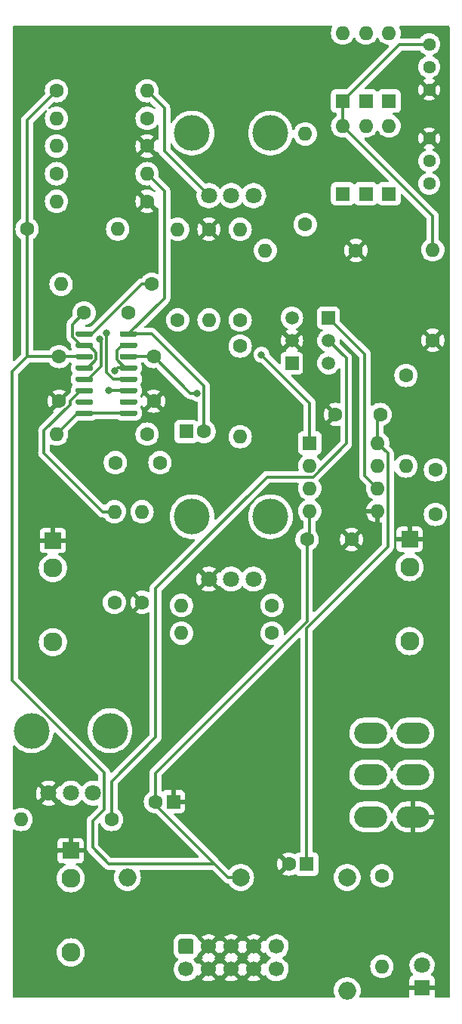
<source format=gbl>
G04 #@! TF.GenerationSoftware,KiCad,Pcbnew,6.0.9+dfsg-1~bpo11+1*
G04 #@! TF.CreationDate,2022-12-28T23:23:11+00:00*
G04 #@! TF.ProjectId,MS20-VCF,4d533230-2d56-4434-962e-6b696361645f,rev?*
G04 #@! TF.SameCoordinates,Original*
G04 #@! TF.FileFunction,Copper,L2,Bot*
G04 #@! TF.FilePolarity,Positive*
%FSLAX46Y46*%
G04 Gerber Fmt 4.6, Leading zero omitted, Abs format (unit mm)*
G04 Created by KiCad (PCBNEW 6.0.9+dfsg-1~bpo11+1) date 2022-12-28 23:23:11*
%MOMM*%
%LPD*%
G01*
G04 APERTURE LIST*
G04 #@! TA.AperFunction,ComponentPad*
%ADD10C,1.600000*%
G04 #@! TD*
G04 #@! TA.AperFunction,WasherPad*
%ADD11C,4.000000*%
G04 #@! TD*
G04 #@! TA.AperFunction,ComponentPad*
%ADD12C,1.800000*%
G04 #@! TD*
G04 #@! TA.AperFunction,ComponentPad*
%ADD13R,1.600000X1.600000*%
G04 #@! TD*
G04 #@! TA.AperFunction,ComponentPad*
%ADD14O,1.600000X1.600000*%
G04 #@! TD*
G04 #@! TA.AperFunction,ComponentPad*
%ADD15R,1.930000X1.830000*%
G04 #@! TD*
G04 #@! TA.AperFunction,ComponentPad*
%ADD16C,2.130000*%
G04 #@! TD*
G04 #@! TA.AperFunction,ComponentPad*
%ADD17R,1.500000X1.500000*%
G04 #@! TD*
G04 #@! TA.AperFunction,ComponentPad*
%ADD18C,1.500000*%
G04 #@! TD*
G04 #@! TA.AperFunction,ComponentPad*
%ADD19O,3.700000X2.400000*%
G04 #@! TD*
G04 #@! TA.AperFunction,ComponentPad*
%ADD20R,1.800000X1.800000*%
G04 #@! TD*
G04 #@! TA.AperFunction,ComponentPad*
%ADD21C,2.000000*%
G04 #@! TD*
G04 #@! TA.AperFunction,ComponentPad*
%ADD22O,2.000000X2.000000*%
G04 #@! TD*
G04 #@! TA.AperFunction,ComponentPad*
%ADD23C,1.700000*%
G04 #@! TD*
G04 #@! TA.AperFunction,ComponentPad*
%ADD24C,1.440000*%
G04 #@! TD*
G04 #@! TA.AperFunction,ViaPad*
%ADD25C,0.800000*%
G04 #@! TD*
G04 #@! TA.AperFunction,Conductor*
%ADD26C,0.300000*%
G04 #@! TD*
G04 APERTURE END LIST*
D10*
X82900000Y-86800000D03*
X82900000Y-91800000D03*
D11*
X46400000Y-116050000D03*
X37600000Y-116050000D03*
D12*
X44500000Y-123050000D03*
X42000000Y-123050000D03*
X39500000Y-123050000D03*
D11*
X55600000Y-49050000D03*
X64400000Y-49050000D03*
D12*
X62500000Y-56050000D03*
X60000000Y-56050000D03*
X57500000Y-56050000D03*
D13*
X77700000Y-45460000D03*
D14*
X77700000Y-37840000D03*
D13*
X77700000Y-55860000D03*
D14*
X77700000Y-48240000D03*
D13*
X75100000Y-45460000D03*
D14*
X75100000Y-37840000D03*
D13*
X75100000Y-55860000D03*
D14*
X75100000Y-48240000D03*
D13*
X72500000Y-45460000D03*
D14*
X72500000Y-37840000D03*
D13*
X72500000Y-55860000D03*
D14*
X72500000Y-48240000D03*
D15*
X42000000Y-129500000D03*
D16*
X42000000Y-140900000D03*
X42000000Y-132600000D03*
D15*
X40000000Y-94720000D03*
D16*
X40000000Y-106120000D03*
X40000000Y-97820000D03*
D15*
X80000000Y-94600000D03*
D16*
X80000000Y-106000000D03*
X80000000Y-97700000D03*
D17*
X66800000Y-74840000D03*
D18*
X66800000Y-72300000D03*
X66800000Y-69760000D03*
D17*
X70900000Y-69760000D03*
D18*
X70900000Y-72300000D03*
X70900000Y-74840000D03*
D10*
X57500000Y-59840000D03*
D14*
X57500000Y-70000000D03*
D10*
X50000000Y-101660000D03*
D14*
X50000000Y-91500000D03*
D10*
X50560000Y-82800000D03*
D14*
X40400000Y-82800000D03*
D10*
X54000000Y-70000000D03*
D14*
X54000000Y-59840000D03*
D10*
X61000000Y-70000000D03*
D14*
X61000000Y-59840000D03*
D10*
X73980000Y-62200000D03*
D14*
X63820000Y-62200000D03*
D10*
X51080000Y-66000000D03*
D14*
X40920000Y-66000000D03*
D10*
X50560000Y-50500000D03*
D14*
X40400000Y-50500000D03*
D10*
X50560000Y-56700000D03*
D14*
X40400000Y-56700000D03*
D10*
X46580000Y-126000000D03*
D14*
X36420000Y-126000000D03*
D10*
X68300000Y-59300000D03*
D14*
X68300000Y-49140000D03*
D10*
X40400000Y-53600000D03*
D14*
X50560000Y-53600000D03*
D10*
X50560000Y-47400000D03*
D14*
X40400000Y-47400000D03*
D10*
X40400000Y-44300000D03*
D14*
X50560000Y-44300000D03*
D10*
X82600000Y-72280000D03*
D14*
X82600000Y-62120000D03*
D10*
X64580000Y-105100000D03*
D14*
X54420000Y-105100000D03*
D10*
X64580000Y-102000000D03*
D14*
X54420000Y-102000000D03*
D11*
X64400000Y-92050000D03*
X55600000Y-92050000D03*
D12*
X62500000Y-99050000D03*
X60000000Y-99050000D03*
X57500000Y-99050000D03*
D19*
X75600000Y-116300000D03*
X75600000Y-121000000D03*
X75600000Y-125700000D03*
X80400000Y-116300000D03*
X80400000Y-121000000D03*
X80400000Y-125700000D03*
D10*
X79600000Y-76220000D03*
D14*
X79600000Y-86380000D03*
D13*
X68800000Y-83800000D03*
D14*
X68800000Y-86340000D03*
X68800000Y-88880000D03*
X68800000Y-91420000D03*
X76420000Y-91420000D03*
X76420000Y-88880000D03*
X76420000Y-86340000D03*
X76420000Y-83800000D03*
D10*
X43500000Y-69200000D03*
X48500000Y-69200000D03*
X46900000Y-101660000D03*
D14*
X46900000Y-91500000D03*
D10*
X37100000Y-59800000D03*
D14*
X47260000Y-59800000D03*
D10*
X61000000Y-72920000D03*
D14*
X61000000Y-83080000D03*
D10*
X76700000Y-80600000D03*
X71700000Y-80600000D03*
X73500000Y-94600000D03*
X68500000Y-94600000D03*
D13*
X68455112Y-131000000D03*
D10*
X66455112Y-131000000D03*
D13*
X53500000Y-124000000D03*
D10*
X51500000Y-124000000D03*
D13*
X54944888Y-82500000D03*
D10*
X56944888Y-82500000D03*
D20*
X81400000Y-144875000D03*
D12*
X81400000Y-142335000D03*
D21*
X61050000Y-132500000D03*
D22*
X48350000Y-132500000D03*
G04 #@! TA.AperFunction,ComponentPad*
G36*
G01*
X54325000Y-139397500D02*
X55525000Y-139397500D01*
G75*
G02*
X55775000Y-139647500I0J-250000D01*
G01*
X55775000Y-140847500D01*
G75*
G02*
X55525000Y-141097500I-250000J0D01*
G01*
X54325000Y-141097500D01*
G75*
G02*
X54075000Y-140847500I0J250000D01*
G01*
X54075000Y-139647500D01*
G75*
G02*
X54325000Y-139397500I250000J0D01*
G01*
G37*
G04 #@! TD.AperFunction*
D23*
X54925000Y-142787500D03*
X57465000Y-140247500D03*
X57465000Y-142787500D03*
X60005000Y-140247500D03*
X60005000Y-142787500D03*
X62545000Y-140247500D03*
X62545000Y-142787500D03*
X65085000Y-140247500D03*
X65085000Y-142787500D03*
D24*
X82200000Y-44180000D03*
X82200000Y-41640000D03*
X82200000Y-39100000D03*
X82200000Y-54720000D03*
X82200000Y-52180000D03*
X82200000Y-49640000D03*
D10*
X76900000Y-132320000D03*
D14*
X76900000Y-142480000D03*
D21*
X73000000Y-132500000D03*
D22*
X73000000Y-145200000D03*
G04 #@! TA.AperFunction,SMDPad,CuDef*
G36*
G01*
X42550000Y-80595000D02*
X42550000Y-80295000D01*
G75*
G02*
X42700000Y-80145000I150000J0D01*
G01*
X44350000Y-80145000D01*
G75*
G02*
X44500000Y-80295000I0J-150000D01*
G01*
X44500000Y-80595000D01*
G75*
G02*
X44350000Y-80745000I-150000J0D01*
G01*
X42700000Y-80745000D01*
G75*
G02*
X42550000Y-80595000I0J150000D01*
G01*
G37*
G04 #@! TD.AperFunction*
G04 #@! TA.AperFunction,SMDPad,CuDef*
G36*
G01*
X42550000Y-79325000D02*
X42550000Y-79025000D01*
G75*
G02*
X42700000Y-78875000I150000J0D01*
G01*
X44350000Y-78875000D01*
G75*
G02*
X44500000Y-79025000I0J-150000D01*
G01*
X44500000Y-79325000D01*
G75*
G02*
X44350000Y-79475000I-150000J0D01*
G01*
X42700000Y-79475000D01*
G75*
G02*
X42550000Y-79325000I0J150000D01*
G01*
G37*
G04 #@! TD.AperFunction*
G04 #@! TA.AperFunction,SMDPad,CuDef*
G36*
G01*
X42550000Y-78055000D02*
X42550000Y-77755000D01*
G75*
G02*
X42700000Y-77605000I150000J0D01*
G01*
X44350000Y-77605000D01*
G75*
G02*
X44500000Y-77755000I0J-150000D01*
G01*
X44500000Y-78055000D01*
G75*
G02*
X44350000Y-78205000I-150000J0D01*
G01*
X42700000Y-78205000D01*
G75*
G02*
X42550000Y-78055000I0J150000D01*
G01*
G37*
G04 #@! TD.AperFunction*
G04 #@! TA.AperFunction,SMDPad,CuDef*
G36*
G01*
X42550000Y-76785000D02*
X42550000Y-76485000D01*
G75*
G02*
X42700000Y-76335000I150000J0D01*
G01*
X44350000Y-76335000D01*
G75*
G02*
X44500000Y-76485000I0J-150000D01*
G01*
X44500000Y-76785000D01*
G75*
G02*
X44350000Y-76935000I-150000J0D01*
G01*
X42700000Y-76935000D01*
G75*
G02*
X42550000Y-76785000I0J150000D01*
G01*
G37*
G04 #@! TD.AperFunction*
G04 #@! TA.AperFunction,SMDPad,CuDef*
G36*
G01*
X42550000Y-75515000D02*
X42550000Y-75215000D01*
G75*
G02*
X42700000Y-75065000I150000J0D01*
G01*
X44350000Y-75065000D01*
G75*
G02*
X44500000Y-75215000I0J-150000D01*
G01*
X44500000Y-75515000D01*
G75*
G02*
X44350000Y-75665000I-150000J0D01*
G01*
X42700000Y-75665000D01*
G75*
G02*
X42550000Y-75515000I0J150000D01*
G01*
G37*
G04 #@! TD.AperFunction*
G04 #@! TA.AperFunction,SMDPad,CuDef*
G36*
G01*
X42550000Y-74245000D02*
X42550000Y-73945000D01*
G75*
G02*
X42700000Y-73795000I150000J0D01*
G01*
X44350000Y-73795000D01*
G75*
G02*
X44500000Y-73945000I0J-150000D01*
G01*
X44500000Y-74245000D01*
G75*
G02*
X44350000Y-74395000I-150000J0D01*
G01*
X42700000Y-74395000D01*
G75*
G02*
X42550000Y-74245000I0J150000D01*
G01*
G37*
G04 #@! TD.AperFunction*
G04 #@! TA.AperFunction,SMDPad,CuDef*
G36*
G01*
X42550000Y-72975000D02*
X42550000Y-72675000D01*
G75*
G02*
X42700000Y-72525000I150000J0D01*
G01*
X44350000Y-72525000D01*
G75*
G02*
X44500000Y-72675000I0J-150000D01*
G01*
X44500000Y-72975000D01*
G75*
G02*
X44350000Y-73125000I-150000J0D01*
G01*
X42700000Y-73125000D01*
G75*
G02*
X42550000Y-72975000I0J150000D01*
G01*
G37*
G04 #@! TD.AperFunction*
G04 #@! TA.AperFunction,SMDPad,CuDef*
G36*
G01*
X42550000Y-71705000D02*
X42550000Y-71405000D01*
G75*
G02*
X42700000Y-71255000I150000J0D01*
G01*
X44350000Y-71255000D01*
G75*
G02*
X44500000Y-71405000I0J-150000D01*
G01*
X44500000Y-71705000D01*
G75*
G02*
X44350000Y-71855000I-150000J0D01*
G01*
X42700000Y-71855000D01*
G75*
G02*
X42550000Y-71705000I0J150000D01*
G01*
G37*
G04 #@! TD.AperFunction*
G04 #@! TA.AperFunction,SMDPad,CuDef*
G36*
G01*
X47500000Y-71705000D02*
X47500000Y-71405000D01*
G75*
G02*
X47650000Y-71255000I150000J0D01*
G01*
X49300000Y-71255000D01*
G75*
G02*
X49450000Y-71405000I0J-150000D01*
G01*
X49450000Y-71705000D01*
G75*
G02*
X49300000Y-71855000I-150000J0D01*
G01*
X47650000Y-71855000D01*
G75*
G02*
X47500000Y-71705000I0J150000D01*
G01*
G37*
G04 #@! TD.AperFunction*
G04 #@! TA.AperFunction,SMDPad,CuDef*
G36*
G01*
X47500000Y-72975000D02*
X47500000Y-72675000D01*
G75*
G02*
X47650000Y-72525000I150000J0D01*
G01*
X49300000Y-72525000D01*
G75*
G02*
X49450000Y-72675000I0J-150000D01*
G01*
X49450000Y-72975000D01*
G75*
G02*
X49300000Y-73125000I-150000J0D01*
G01*
X47650000Y-73125000D01*
G75*
G02*
X47500000Y-72975000I0J150000D01*
G01*
G37*
G04 #@! TD.AperFunction*
G04 #@! TA.AperFunction,SMDPad,CuDef*
G36*
G01*
X47500000Y-74245000D02*
X47500000Y-73945000D01*
G75*
G02*
X47650000Y-73795000I150000J0D01*
G01*
X49300000Y-73795000D01*
G75*
G02*
X49450000Y-73945000I0J-150000D01*
G01*
X49450000Y-74245000D01*
G75*
G02*
X49300000Y-74395000I-150000J0D01*
G01*
X47650000Y-74395000D01*
G75*
G02*
X47500000Y-74245000I0J150000D01*
G01*
G37*
G04 #@! TD.AperFunction*
G04 #@! TA.AperFunction,SMDPad,CuDef*
G36*
G01*
X47500000Y-75515000D02*
X47500000Y-75215000D01*
G75*
G02*
X47650000Y-75065000I150000J0D01*
G01*
X49300000Y-75065000D01*
G75*
G02*
X49450000Y-75215000I0J-150000D01*
G01*
X49450000Y-75515000D01*
G75*
G02*
X49300000Y-75665000I-150000J0D01*
G01*
X47650000Y-75665000D01*
G75*
G02*
X47500000Y-75515000I0J150000D01*
G01*
G37*
G04 #@! TD.AperFunction*
G04 #@! TA.AperFunction,SMDPad,CuDef*
G36*
G01*
X47500000Y-76785000D02*
X47500000Y-76485000D01*
G75*
G02*
X47650000Y-76335000I150000J0D01*
G01*
X49300000Y-76335000D01*
G75*
G02*
X49450000Y-76485000I0J-150000D01*
G01*
X49450000Y-76785000D01*
G75*
G02*
X49300000Y-76935000I-150000J0D01*
G01*
X47650000Y-76935000D01*
G75*
G02*
X47500000Y-76785000I0J150000D01*
G01*
G37*
G04 #@! TD.AperFunction*
G04 #@! TA.AperFunction,SMDPad,CuDef*
G36*
G01*
X47500000Y-78055000D02*
X47500000Y-77755000D01*
G75*
G02*
X47650000Y-77605000I150000J0D01*
G01*
X49300000Y-77605000D01*
G75*
G02*
X49450000Y-77755000I0J-150000D01*
G01*
X49450000Y-78055000D01*
G75*
G02*
X49300000Y-78205000I-150000J0D01*
G01*
X47650000Y-78205000D01*
G75*
G02*
X47500000Y-78055000I0J150000D01*
G01*
G37*
G04 #@! TD.AperFunction*
G04 #@! TA.AperFunction,SMDPad,CuDef*
G36*
G01*
X47500000Y-79325000D02*
X47500000Y-79025000D01*
G75*
G02*
X47650000Y-78875000I150000J0D01*
G01*
X49300000Y-78875000D01*
G75*
G02*
X49450000Y-79025000I0J-150000D01*
G01*
X49450000Y-79325000D01*
G75*
G02*
X49300000Y-79475000I-150000J0D01*
G01*
X47650000Y-79475000D01*
G75*
G02*
X47500000Y-79325000I0J150000D01*
G01*
G37*
G04 #@! TD.AperFunction*
G04 #@! TA.AperFunction,SMDPad,CuDef*
G36*
G01*
X47500000Y-80595000D02*
X47500000Y-80295000D01*
G75*
G02*
X47650000Y-80145000I150000J0D01*
G01*
X49300000Y-80145000D01*
G75*
G02*
X49450000Y-80295000I0J-150000D01*
G01*
X49450000Y-80595000D01*
G75*
G02*
X49300000Y-80745000I-150000J0D01*
G01*
X47650000Y-80745000D01*
G75*
G02*
X47500000Y-80595000I0J150000D01*
G01*
G37*
G04 #@! TD.AperFunction*
D10*
X47000000Y-86000000D03*
X52000000Y-86000000D03*
X51300000Y-74100000D03*
X51300000Y-79100000D03*
X40700000Y-79100000D03*
X40700000Y-74100000D03*
D25*
X56195388Y-78224566D03*
X46900000Y-75700000D03*
X63400000Y-73900000D03*
X45241121Y-72150468D03*
X46250500Y-77905000D03*
X46000000Y-71500000D03*
D26*
X68455112Y-131000000D02*
X68455112Y-104551994D01*
X77570000Y-84950000D02*
X76420000Y-83800000D01*
X68455112Y-104551994D02*
X77570000Y-95437106D01*
X51295000Y-74095000D02*
X51300000Y-74100000D01*
X48475000Y-74095000D02*
X51295000Y-74095000D01*
X55424566Y-78224566D02*
X51300000Y-74100000D01*
X76420000Y-80880000D02*
X76700000Y-80600000D01*
X56195388Y-78224566D02*
X55424566Y-78224566D01*
X77570000Y-95437106D02*
X77570000Y-84950000D01*
X76420000Y-83800000D02*
X76420000Y-80880000D01*
X35450000Y-75750000D02*
X35450000Y-110450000D01*
X68800000Y-91420000D02*
X68800000Y-94300000D01*
X37100000Y-59800000D02*
X37100000Y-47600000D01*
X44450000Y-129150000D02*
X46300000Y-131000000D01*
X45750000Y-120750000D02*
X45750000Y-124850000D01*
X37100000Y-74100000D02*
X40700000Y-74100000D01*
X37100000Y-74100000D02*
X35450000Y-75750000D01*
X40705000Y-74095000D02*
X40700000Y-74100000D01*
X68800000Y-94300000D02*
X68500000Y-94600000D01*
X51500000Y-124000000D02*
X51500000Y-120800000D01*
X61050000Y-132500000D02*
X59635787Y-132500000D01*
X68500000Y-103800000D02*
X68500000Y-94600000D01*
X46300000Y-131000000D02*
X58135787Y-131000000D01*
X44450000Y-126150000D02*
X44450000Y-129150000D01*
X45750000Y-124850000D02*
X44450000Y-126150000D01*
X35450000Y-110450000D02*
X45750000Y-120750000D01*
X58135787Y-131000000D02*
X59635787Y-132500000D01*
X59635787Y-132500000D02*
X51500000Y-124364213D01*
X37100000Y-47600000D02*
X40400000Y-44300000D01*
X51500000Y-124364213D02*
X51500000Y-124000000D01*
X43525000Y-74095000D02*
X40705000Y-74095000D01*
X37100000Y-74100000D02*
X37100000Y-59800000D01*
X51500000Y-120800000D02*
X68500000Y-103800000D01*
X47150000Y-74452107D02*
X47150000Y-73450000D01*
X47150000Y-73450000D02*
X47775000Y-72825000D01*
X47775000Y-72825000D02*
X48475000Y-72825000D01*
X48475000Y-75365000D02*
X48062893Y-75365000D01*
X46900000Y-75700000D02*
X47235000Y-75365000D01*
X47235000Y-75365000D02*
X48475000Y-75365000D01*
X48062893Y-75365000D02*
X47150000Y-74452107D01*
X51074312Y-71555000D02*
X56944888Y-77425576D01*
X52500000Y-67530000D02*
X52500000Y-55540000D01*
X48475000Y-71555000D02*
X51074312Y-71555000D01*
X52500000Y-55540000D02*
X50560000Y-53600000D01*
X48475000Y-71555000D02*
X52500000Y-67530000D01*
X56944888Y-77425576D02*
X56944888Y-82500000D01*
X49948630Y-66000000D02*
X44393630Y-71555000D01*
X51080000Y-66000000D02*
X49948630Y-66000000D01*
X44393630Y-71555000D02*
X43525000Y-71555000D01*
X63400000Y-73900000D02*
X68800000Y-79300000D01*
X68800000Y-79300000D02*
X68800000Y-83800000D01*
X43525000Y-72825000D02*
X43112893Y-72825000D01*
X42200000Y-70500000D02*
X43500000Y-69200000D01*
X44850000Y-74452107D02*
X44850000Y-73650000D01*
X43525000Y-75365000D02*
X43937107Y-75365000D01*
X44025000Y-72825000D02*
X43525000Y-72825000D01*
X43112893Y-72825000D02*
X42200000Y-71912107D01*
X43937107Y-75365000D02*
X44850000Y-74452107D01*
X44850000Y-73650000D02*
X44025000Y-72825000D01*
X42200000Y-71912107D02*
X42200000Y-70500000D01*
X75000000Y-87460000D02*
X76420000Y-88880000D01*
X70900000Y-69760000D02*
X75000000Y-73860000D01*
X75000000Y-73860000D02*
X75000000Y-87460000D01*
X52500000Y-46240000D02*
X50560000Y-44300000D01*
X52500000Y-51050000D02*
X52500000Y-46240000D01*
X57500000Y-56050000D02*
X52500000Y-51050000D01*
X78860000Y-39100000D02*
X72500000Y-45460000D01*
X72500000Y-48240000D02*
X82600000Y-58340000D01*
X82200000Y-39100000D02*
X78860000Y-39100000D01*
X72500000Y-45460000D02*
X72500000Y-48240000D01*
X82600000Y-58340000D02*
X82600000Y-62120000D01*
X64000000Y-87600000D02*
X51499311Y-100100689D01*
X72900000Y-74300000D02*
X72900000Y-83866346D01*
X51499311Y-116800689D02*
X46580000Y-121720000D01*
X69166346Y-87600000D02*
X64000000Y-87600000D01*
X72900000Y-83866346D02*
X69166346Y-87600000D01*
X51499311Y-100100689D02*
X51499311Y-116800689D01*
X70900000Y-72300000D02*
X72900000Y-74300000D01*
X46580000Y-121720000D02*
X46580000Y-126000000D01*
X43525000Y-76635000D02*
X43937107Y-76635000D01*
X45400000Y-72400000D02*
X45400000Y-72309347D01*
X43937107Y-76635000D02*
X45400000Y-75172107D01*
X45400000Y-72309347D02*
X45241121Y-72150468D01*
X45400000Y-75172107D02*
X45400000Y-72400000D01*
X43525000Y-77905000D02*
X43112893Y-77905000D01*
X41900000Y-79526346D02*
X39000000Y-82426346D01*
X41900000Y-79117893D02*
X41900000Y-79526346D01*
X43112893Y-77905000D02*
X41900000Y-79117893D01*
X39000000Y-84900000D02*
X45600000Y-91500000D01*
X39000000Y-82426346D02*
X39000000Y-84900000D01*
X45600000Y-91500000D02*
X46900000Y-91500000D01*
X42755000Y-80445000D02*
X40400000Y-82800000D01*
X43525000Y-80445000D02*
X42755000Y-80445000D01*
X48475000Y-80445000D02*
X43525000Y-80445000D01*
X48475000Y-77905000D02*
X46305000Y-77905000D01*
X46305000Y-77905000D02*
X46300000Y-77900000D01*
X46295000Y-77905000D02*
X46250500Y-77905000D01*
X46300000Y-77900000D02*
X46295000Y-77905000D01*
X48475000Y-76635000D02*
X46774339Y-76635000D01*
X46000000Y-75860661D02*
X46000000Y-71500000D01*
X46774339Y-76635000D02*
X46000000Y-75860661D01*
G04 #@! TA.AperFunction,Conductor*
G36*
X71314305Y-37028502D02*
G01*
X71360798Y-37082158D01*
X71370902Y-37152432D01*
X71360379Y-37187750D01*
X71265716Y-37390757D01*
X71206457Y-37611913D01*
X71186502Y-37840000D01*
X71206457Y-38068087D01*
X71207881Y-38073400D01*
X71207881Y-38073402D01*
X71230875Y-38159214D01*
X71265716Y-38289243D01*
X71268039Y-38294224D01*
X71268039Y-38294225D01*
X71360151Y-38491762D01*
X71360154Y-38491767D01*
X71362477Y-38496749D01*
X71365634Y-38501257D01*
X71489547Y-38678223D01*
X71493802Y-38684300D01*
X71655700Y-38846198D01*
X71660208Y-38849355D01*
X71660211Y-38849357D01*
X71712340Y-38885858D01*
X71843251Y-38977523D01*
X71848233Y-38979846D01*
X71848238Y-38979849D01*
X72045775Y-39071961D01*
X72050757Y-39074284D01*
X72056065Y-39075706D01*
X72056067Y-39075707D01*
X72266598Y-39132119D01*
X72266600Y-39132119D01*
X72271913Y-39133543D01*
X72500000Y-39153498D01*
X72728087Y-39133543D01*
X72733400Y-39132119D01*
X72733402Y-39132119D01*
X72943933Y-39075707D01*
X72943935Y-39075706D01*
X72949243Y-39074284D01*
X72954225Y-39071961D01*
X73151762Y-38979849D01*
X73151767Y-38979846D01*
X73156749Y-38977523D01*
X73287660Y-38885858D01*
X73339789Y-38849357D01*
X73339792Y-38849355D01*
X73344300Y-38846198D01*
X73506198Y-38684300D01*
X73510454Y-38678223D01*
X73634366Y-38501257D01*
X73637523Y-38496749D01*
X73685805Y-38393207D01*
X73732722Y-38339922D01*
X73800999Y-38320461D01*
X73868959Y-38341003D01*
X73914195Y-38393207D01*
X73962477Y-38496749D01*
X73965634Y-38501257D01*
X74089547Y-38678223D01*
X74093802Y-38684300D01*
X74255700Y-38846198D01*
X74260208Y-38849355D01*
X74260211Y-38849357D01*
X74312340Y-38885858D01*
X74443251Y-38977523D01*
X74448233Y-38979846D01*
X74448238Y-38979849D01*
X74645775Y-39071961D01*
X74650757Y-39074284D01*
X74656065Y-39075706D01*
X74656067Y-39075707D01*
X74866598Y-39132119D01*
X74866600Y-39132119D01*
X74871913Y-39133543D01*
X75100000Y-39153498D01*
X75328087Y-39133543D01*
X75333400Y-39132119D01*
X75333402Y-39132119D01*
X75543933Y-39075707D01*
X75543935Y-39075706D01*
X75549243Y-39074284D01*
X75554225Y-39071961D01*
X75751762Y-38979849D01*
X75751767Y-38979846D01*
X75756749Y-38977523D01*
X75887660Y-38885858D01*
X75939789Y-38849357D01*
X75939792Y-38849355D01*
X75944300Y-38846198D01*
X76106198Y-38684300D01*
X76110454Y-38678223D01*
X76234366Y-38501257D01*
X76237523Y-38496749D01*
X76285805Y-38393207D01*
X76332722Y-38339922D01*
X76400999Y-38320461D01*
X76468959Y-38341003D01*
X76514195Y-38393207D01*
X76562477Y-38496749D01*
X76565634Y-38501257D01*
X76689547Y-38678223D01*
X76693802Y-38684300D01*
X76855700Y-38846198D01*
X76860208Y-38849355D01*
X76860211Y-38849357D01*
X76912340Y-38885858D01*
X77043251Y-38977523D01*
X77048233Y-38979846D01*
X77048238Y-38979849D01*
X77245775Y-39071961D01*
X77250757Y-39074284D01*
X77256065Y-39075706D01*
X77256067Y-39075707D01*
X77466598Y-39132119D01*
X77466600Y-39132119D01*
X77471913Y-39133543D01*
X77477389Y-39134022D01*
X77477394Y-39134023D01*
X77561141Y-39141349D01*
X77591966Y-39144046D01*
X77658084Y-39169909D01*
X77699723Y-39227413D01*
X77703664Y-39298300D01*
X77670079Y-39358662D01*
X75180078Y-41848662D01*
X72914145Y-44114595D01*
X72851833Y-44148621D01*
X72825050Y-44151500D01*
X71651866Y-44151500D01*
X71589684Y-44158255D01*
X71453295Y-44209385D01*
X71336739Y-44296739D01*
X71249385Y-44413295D01*
X71198255Y-44549684D01*
X71191500Y-44611866D01*
X71191500Y-46308134D01*
X71198255Y-46370316D01*
X71249385Y-46506705D01*
X71336739Y-46623261D01*
X71453295Y-46710615D01*
X71589684Y-46761745D01*
X71651866Y-46768500D01*
X71715500Y-46768500D01*
X71783621Y-46788502D01*
X71830114Y-46842158D01*
X71841500Y-46894500D01*
X71841500Y-47038112D01*
X71821498Y-47106233D01*
X71787772Y-47141324D01*
X71737970Y-47176196D01*
X71660211Y-47230643D01*
X71660208Y-47230645D01*
X71655700Y-47233802D01*
X71493802Y-47395700D01*
X71362477Y-47583251D01*
X71360154Y-47588233D01*
X71360151Y-47588238D01*
X71314195Y-47686793D01*
X71265716Y-47790757D01*
X71264294Y-47796065D01*
X71264293Y-47796067D01*
X71208985Y-48002477D01*
X71206457Y-48011913D01*
X71186502Y-48240000D01*
X71206457Y-48468087D01*
X71207881Y-48473400D01*
X71207881Y-48473402D01*
X71260304Y-48669044D01*
X71265716Y-48689243D01*
X71268039Y-48694224D01*
X71268039Y-48694225D01*
X71360151Y-48891762D01*
X71360154Y-48891767D01*
X71362477Y-48896749D01*
X71417981Y-48976017D01*
X71454826Y-49028636D01*
X71493802Y-49084300D01*
X71655700Y-49246198D01*
X71660208Y-49249355D01*
X71660211Y-49249357D01*
X71697492Y-49275461D01*
X71843251Y-49377523D01*
X71848233Y-49379846D01*
X71848238Y-49379849D01*
X72045775Y-49471961D01*
X72050757Y-49474284D01*
X72056065Y-49475706D01*
X72056067Y-49475707D01*
X72266598Y-49532119D01*
X72266600Y-49532119D01*
X72271913Y-49533543D01*
X72500000Y-49553498D01*
X72728087Y-49533543D01*
X72735766Y-49531485D01*
X72763659Y-49524012D01*
X72834635Y-49525702D01*
X72885364Y-49556624D01*
X77665145Y-54336405D01*
X77699171Y-54398717D01*
X77694106Y-54469532D01*
X77651559Y-54526368D01*
X77585039Y-54551179D01*
X77576050Y-54551500D01*
X76851866Y-54551500D01*
X76789684Y-54558255D01*
X76653295Y-54609385D01*
X76536739Y-54696739D01*
X76500824Y-54744660D01*
X76443967Y-54787173D01*
X76373149Y-54792199D01*
X76310855Y-54758139D01*
X76299183Y-54744670D01*
X76263261Y-54696739D01*
X76146705Y-54609385D01*
X76010316Y-54558255D01*
X75948134Y-54551500D01*
X74251866Y-54551500D01*
X74189684Y-54558255D01*
X74053295Y-54609385D01*
X73936739Y-54696739D01*
X73900824Y-54744660D01*
X73843967Y-54787173D01*
X73773149Y-54792199D01*
X73710855Y-54758139D01*
X73699183Y-54744670D01*
X73663261Y-54696739D01*
X73546705Y-54609385D01*
X73410316Y-54558255D01*
X73348134Y-54551500D01*
X71651866Y-54551500D01*
X71589684Y-54558255D01*
X71453295Y-54609385D01*
X71336739Y-54696739D01*
X71249385Y-54813295D01*
X71198255Y-54949684D01*
X71191500Y-55011866D01*
X71191500Y-56708134D01*
X71198255Y-56770316D01*
X71249385Y-56906705D01*
X71336739Y-57023261D01*
X71453295Y-57110615D01*
X71589684Y-57161745D01*
X71651866Y-57168500D01*
X73348134Y-57168500D01*
X73410316Y-57161745D01*
X73546705Y-57110615D01*
X73663261Y-57023261D01*
X73699176Y-56975340D01*
X73756033Y-56932827D01*
X73826851Y-56927801D01*
X73889145Y-56961861D01*
X73900817Y-56975330D01*
X73936739Y-57023261D01*
X74053295Y-57110615D01*
X74189684Y-57161745D01*
X74251866Y-57168500D01*
X75948134Y-57168500D01*
X76010316Y-57161745D01*
X76146705Y-57110615D01*
X76263261Y-57023261D01*
X76299176Y-56975340D01*
X76356033Y-56932827D01*
X76426851Y-56927801D01*
X76489145Y-56961861D01*
X76500817Y-56975330D01*
X76536739Y-57023261D01*
X76653295Y-57110615D01*
X76789684Y-57161745D01*
X76851866Y-57168500D01*
X78548134Y-57168500D01*
X78610316Y-57161745D01*
X78746705Y-57110615D01*
X78863261Y-57023261D01*
X78950615Y-56906705D01*
X79001745Y-56770316D01*
X79008500Y-56708134D01*
X79008500Y-55983950D01*
X79028502Y-55915829D01*
X79082158Y-55869336D01*
X79152432Y-55859232D01*
X79217012Y-55888726D01*
X79223595Y-55894855D01*
X81904595Y-58575855D01*
X81938621Y-58638167D01*
X81941500Y-58664950D01*
X81941500Y-60918112D01*
X81921498Y-60986233D01*
X81887772Y-61021324D01*
X81824491Y-61065634D01*
X81760211Y-61110643D01*
X81760208Y-61110645D01*
X81755700Y-61113802D01*
X81593802Y-61275700D01*
X81462477Y-61463251D01*
X81460154Y-61468233D01*
X81460151Y-61468238D01*
X81422847Y-61548238D01*
X81365716Y-61670757D01*
X81306457Y-61891913D01*
X81286502Y-62120000D01*
X81306457Y-62348087D01*
X81365716Y-62569243D01*
X81368039Y-62574224D01*
X81368039Y-62574225D01*
X81460151Y-62771762D01*
X81460154Y-62771767D01*
X81462477Y-62776749D01*
X81465634Y-62781257D01*
X81559336Y-62915077D01*
X81593802Y-62964300D01*
X81755700Y-63126198D01*
X81760208Y-63129355D01*
X81760211Y-63129357D01*
X81838389Y-63184098D01*
X81943251Y-63257523D01*
X81948233Y-63259846D01*
X81948238Y-63259849D01*
X82145775Y-63351961D01*
X82150757Y-63354284D01*
X82156065Y-63355706D01*
X82156067Y-63355707D01*
X82366598Y-63412119D01*
X82366600Y-63412119D01*
X82371913Y-63413543D01*
X82600000Y-63433498D01*
X82828087Y-63413543D01*
X82833400Y-63412119D01*
X82833402Y-63412119D01*
X83043933Y-63355707D01*
X83043935Y-63355706D01*
X83049243Y-63354284D01*
X83054225Y-63351961D01*
X83251762Y-63259849D01*
X83251767Y-63259846D01*
X83256749Y-63257523D01*
X83361611Y-63184098D01*
X83439789Y-63129357D01*
X83439792Y-63129355D01*
X83444300Y-63126198D01*
X83606198Y-62964300D01*
X83640665Y-62915077D01*
X83734366Y-62781257D01*
X83737523Y-62776749D01*
X83739846Y-62771767D01*
X83739849Y-62771762D01*
X83831961Y-62574225D01*
X83831961Y-62574224D01*
X83834284Y-62569243D01*
X83893543Y-62348087D01*
X83913498Y-62120000D01*
X83893543Y-61891913D01*
X83834284Y-61670757D01*
X83777153Y-61548238D01*
X83739849Y-61468238D01*
X83739846Y-61468233D01*
X83737523Y-61463251D01*
X83606198Y-61275700D01*
X83444300Y-61113802D01*
X83439792Y-61110645D01*
X83439789Y-61110643D01*
X83375509Y-61065634D01*
X83312228Y-61021324D01*
X83267901Y-60965868D01*
X83258500Y-60918112D01*
X83258500Y-58422056D01*
X83259059Y-58410200D01*
X83259059Y-58410197D01*
X83260788Y-58402463D01*
X83258562Y-58331631D01*
X83258500Y-58327673D01*
X83258500Y-58298568D01*
X83257944Y-58294168D01*
X83257012Y-58282330D01*
X83255811Y-58244094D01*
X83255562Y-58236169D01*
X83249580Y-58215579D01*
X83245570Y-58196216D01*
X83243875Y-58182796D01*
X83243875Y-58182795D01*
X83242882Y-58174936D01*
X83239966Y-58167571D01*
X83239965Y-58167567D01*
X83225874Y-58131979D01*
X83222035Y-58120769D01*
X83209145Y-58076400D01*
X83198225Y-58057935D01*
X83189534Y-58040195D01*
X83181635Y-58020244D01*
X83154482Y-57982871D01*
X83147967Y-57972952D01*
X83128493Y-57940023D01*
X83128490Y-57940019D01*
X83124453Y-57933193D01*
X83109289Y-57918029D01*
X83096448Y-57902995D01*
X83088501Y-57892057D01*
X83083841Y-57885643D01*
X83048247Y-57856197D01*
X83039468Y-57848208D01*
X79911260Y-54720000D01*
X80966807Y-54720000D01*
X80985542Y-54934142D01*
X80986966Y-54939455D01*
X80986966Y-54939457D01*
X81034816Y-55118032D01*
X81041178Y-55141777D01*
X81043500Y-55146757D01*
X81043501Y-55146759D01*
X81127297Y-55326458D01*
X81132024Y-55336596D01*
X81255319Y-55512681D01*
X81407319Y-55664681D01*
X81583403Y-55787976D01*
X81588381Y-55790297D01*
X81588384Y-55790299D01*
X81757880Y-55869336D01*
X81778223Y-55878822D01*
X81783531Y-55880244D01*
X81783533Y-55880245D01*
X81980543Y-55933034D01*
X81980545Y-55933034D01*
X81985858Y-55934458D01*
X82200000Y-55953193D01*
X82414142Y-55934458D01*
X82419455Y-55933034D01*
X82419457Y-55933034D01*
X82616467Y-55880245D01*
X82616469Y-55880244D01*
X82621777Y-55878822D01*
X82642120Y-55869336D01*
X82811616Y-55790299D01*
X82811619Y-55790297D01*
X82816597Y-55787976D01*
X82992681Y-55664681D01*
X83144681Y-55512681D01*
X83267976Y-55336596D01*
X83272704Y-55326458D01*
X83356499Y-55146759D01*
X83356500Y-55146757D01*
X83358822Y-55141777D01*
X83365185Y-55118032D01*
X83413034Y-54939457D01*
X83413034Y-54939455D01*
X83414458Y-54934142D01*
X83433193Y-54720000D01*
X83414458Y-54505858D01*
X83413034Y-54500543D01*
X83360245Y-54303533D01*
X83360244Y-54303531D01*
X83358822Y-54298223D01*
X83356499Y-54293241D01*
X83270299Y-54108385D01*
X83270297Y-54108382D01*
X83267976Y-54103404D01*
X83144681Y-53927319D01*
X82992681Y-53775319D01*
X82816597Y-53652024D01*
X82811619Y-53649703D01*
X82811616Y-53649701D01*
X82628247Y-53564195D01*
X82574962Y-53517278D01*
X82555501Y-53449000D01*
X82576043Y-53381041D01*
X82628247Y-53335805D01*
X82811616Y-53250299D01*
X82811619Y-53250297D01*
X82816597Y-53247976D01*
X82992681Y-53124681D01*
X83144681Y-52972681D01*
X83267976Y-52796596D01*
X83288864Y-52751803D01*
X83356499Y-52606759D01*
X83356500Y-52606757D01*
X83358822Y-52601777D01*
X83361806Y-52590643D01*
X83413034Y-52399457D01*
X83413034Y-52399455D01*
X83414458Y-52394142D01*
X83433193Y-52180000D01*
X83414458Y-51965858D01*
X83373370Y-51812517D01*
X83360245Y-51763533D01*
X83360244Y-51763531D01*
X83358822Y-51758223D01*
X83303420Y-51639414D01*
X83270299Y-51568385D01*
X83270297Y-51568382D01*
X83267976Y-51563404D01*
X83144681Y-51387319D01*
X82992681Y-51235319D01*
X82816597Y-51112024D01*
X82811619Y-51109703D01*
X82811616Y-51109701D01*
X82627656Y-51023919D01*
X82574371Y-50977002D01*
X82554910Y-50908724D01*
X82575452Y-50840764D01*
X82627656Y-50795529D01*
X82811359Y-50709868D01*
X82820854Y-50704385D01*
X82855607Y-50680051D01*
X82863983Y-50669572D01*
X82856916Y-50656127D01*
X82212811Y-50012021D01*
X82198868Y-50004408D01*
X82197034Y-50004539D01*
X82190420Y-50008790D01*
X81542360Y-50656851D01*
X81535933Y-50668621D01*
X81545227Y-50680635D01*
X81579146Y-50704385D01*
X81588641Y-50709868D01*
X81772344Y-50795529D01*
X81825629Y-50842446D01*
X81845090Y-50910723D01*
X81824548Y-50978683D01*
X81772344Y-51023919D01*
X81588385Y-51109701D01*
X81588382Y-51109703D01*
X81583404Y-51112024D01*
X81407319Y-51235319D01*
X81255319Y-51387319D01*
X81132024Y-51563404D01*
X81129703Y-51568382D01*
X81129701Y-51568385D01*
X81096580Y-51639414D01*
X81041178Y-51758223D01*
X81039756Y-51763531D01*
X81039755Y-51763533D01*
X81026630Y-51812517D01*
X80985542Y-51965858D01*
X80966807Y-52180000D01*
X80985542Y-52394142D01*
X80986966Y-52399455D01*
X80986966Y-52399457D01*
X81038195Y-52590643D01*
X81041178Y-52601777D01*
X81043500Y-52606757D01*
X81043501Y-52606759D01*
X81111137Y-52751803D01*
X81132024Y-52796596D01*
X81255319Y-52972681D01*
X81407319Y-53124681D01*
X81583403Y-53247976D01*
X81588381Y-53250297D01*
X81588384Y-53250299D01*
X81771753Y-53335805D01*
X81825038Y-53382722D01*
X81844499Y-53451000D01*
X81823957Y-53518959D01*
X81771753Y-53564195D01*
X81588385Y-53649701D01*
X81588382Y-53649703D01*
X81583404Y-53652024D01*
X81407319Y-53775319D01*
X81255319Y-53927319D01*
X81132024Y-54103404D01*
X81129703Y-54108382D01*
X81129701Y-54108385D01*
X81043501Y-54293241D01*
X81041178Y-54298223D01*
X81039756Y-54303531D01*
X81039755Y-54303533D01*
X80986966Y-54500543D01*
X80985542Y-54505858D01*
X80966807Y-54720000D01*
X79911260Y-54720000D01*
X74955486Y-49764226D01*
X74921460Y-49701914D01*
X74925497Y-49645475D01*
X80967788Y-49645475D01*
X80985557Y-49848575D01*
X80987460Y-49859368D01*
X81040226Y-50056295D01*
X81043972Y-50066587D01*
X81130135Y-50251364D01*
X81135613Y-50260850D01*
X81159949Y-50295607D01*
X81170428Y-50303983D01*
X81183872Y-50296917D01*
X81827979Y-49652811D01*
X81834356Y-49641132D01*
X82564408Y-49641132D01*
X82564539Y-49642966D01*
X82568790Y-49649580D01*
X83216851Y-50297640D01*
X83228621Y-50304067D01*
X83240635Y-50294772D01*
X83264387Y-50260850D01*
X83269865Y-50251364D01*
X83356028Y-50066587D01*
X83359774Y-50056295D01*
X83412540Y-49859368D01*
X83414443Y-49848575D01*
X83432212Y-49645475D01*
X83432212Y-49634525D01*
X83414443Y-49431425D01*
X83412540Y-49420632D01*
X83359774Y-49223705D01*
X83356028Y-49213413D01*
X83269865Y-49028636D01*
X83264387Y-49019150D01*
X83240051Y-48984393D01*
X83229572Y-48976017D01*
X83216128Y-48983083D01*
X82572021Y-49627189D01*
X82564408Y-49641132D01*
X81834356Y-49641132D01*
X81835592Y-49638868D01*
X81835461Y-49637034D01*
X81831210Y-49630420D01*
X81183149Y-48982360D01*
X81171379Y-48975933D01*
X81159365Y-48985228D01*
X81135613Y-49019150D01*
X81130135Y-49028636D01*
X81043972Y-49213413D01*
X81040226Y-49223705D01*
X80987460Y-49420632D01*
X80985557Y-49431425D01*
X80967788Y-49634525D01*
X80967788Y-49645475D01*
X74925497Y-49645475D01*
X74926525Y-49631099D01*
X74969072Y-49574263D01*
X75035592Y-49549452D01*
X75055563Y-49549611D01*
X75094514Y-49553019D01*
X75094525Y-49553019D01*
X75100000Y-49553498D01*
X75328087Y-49533543D01*
X75333400Y-49532119D01*
X75333402Y-49532119D01*
X75543933Y-49475707D01*
X75543935Y-49475706D01*
X75549243Y-49474284D01*
X75554225Y-49471961D01*
X75751762Y-49379849D01*
X75751767Y-49379846D01*
X75756749Y-49377523D01*
X75902508Y-49275461D01*
X75939789Y-49249357D01*
X75939792Y-49249355D01*
X75944300Y-49246198D01*
X76106198Y-49084300D01*
X76145175Y-49028636D01*
X76182019Y-48976017D01*
X76237523Y-48896749D01*
X76285805Y-48793207D01*
X76332722Y-48739922D01*
X76400999Y-48720461D01*
X76468959Y-48741003D01*
X76514195Y-48793207D01*
X76562477Y-48896749D01*
X76617981Y-48976017D01*
X76654826Y-49028636D01*
X76693802Y-49084300D01*
X76855700Y-49246198D01*
X76860208Y-49249355D01*
X76860211Y-49249357D01*
X76897492Y-49275461D01*
X77043251Y-49377523D01*
X77048233Y-49379846D01*
X77048238Y-49379849D01*
X77245775Y-49471961D01*
X77250757Y-49474284D01*
X77256065Y-49475706D01*
X77256067Y-49475707D01*
X77466598Y-49532119D01*
X77466600Y-49532119D01*
X77471913Y-49533543D01*
X77700000Y-49553498D01*
X77928087Y-49533543D01*
X77933400Y-49532119D01*
X77933402Y-49532119D01*
X78143933Y-49475707D01*
X78143935Y-49475706D01*
X78149243Y-49474284D01*
X78154225Y-49471961D01*
X78351762Y-49379849D01*
X78351767Y-49379846D01*
X78356749Y-49377523D01*
X78502508Y-49275461D01*
X78539789Y-49249357D01*
X78539792Y-49249355D01*
X78544300Y-49246198D01*
X78706198Y-49084300D01*
X78745175Y-49028636D01*
X78782019Y-48976017D01*
X78837523Y-48896749D01*
X78839846Y-48891767D01*
X78839849Y-48891762D01*
X78931961Y-48694225D01*
X78931961Y-48694224D01*
X78934284Y-48689243D01*
X78939697Y-48669044D01*
X78955403Y-48610428D01*
X81536017Y-48610428D01*
X81543083Y-48623872D01*
X82187189Y-49267979D01*
X82201132Y-49275592D01*
X82202966Y-49275461D01*
X82209580Y-49271210D01*
X82857640Y-48623149D01*
X82864067Y-48611379D01*
X82854773Y-48599365D01*
X82820854Y-48575615D01*
X82811359Y-48570132D01*
X82626587Y-48483972D01*
X82616295Y-48480226D01*
X82419368Y-48427460D01*
X82408575Y-48425557D01*
X82205475Y-48407788D01*
X82194525Y-48407788D01*
X81991425Y-48425557D01*
X81980632Y-48427460D01*
X81783705Y-48480226D01*
X81773413Y-48483972D01*
X81588636Y-48570135D01*
X81579150Y-48575613D01*
X81544393Y-48599949D01*
X81536017Y-48610428D01*
X78955403Y-48610428D01*
X78992119Y-48473402D01*
X78992119Y-48473400D01*
X78993543Y-48468087D01*
X79013498Y-48240000D01*
X78993543Y-48011913D01*
X78991015Y-48002477D01*
X78935707Y-47796067D01*
X78935706Y-47796065D01*
X78934284Y-47790757D01*
X78885805Y-47686793D01*
X78839849Y-47588238D01*
X78839846Y-47588233D01*
X78837523Y-47583251D01*
X78706198Y-47395700D01*
X78544300Y-47233802D01*
X78539792Y-47230645D01*
X78539789Y-47230643D01*
X78414763Y-47143099D01*
X78356749Y-47102477D01*
X78351767Y-47100154D01*
X78351762Y-47100151D01*
X78155632Y-47008695D01*
X78102347Y-46961778D01*
X78082886Y-46893501D01*
X78103428Y-46825541D01*
X78157450Y-46779475D01*
X78208882Y-46768500D01*
X78548134Y-46768500D01*
X78610316Y-46761745D01*
X78746705Y-46710615D01*
X78863261Y-46623261D01*
X78950615Y-46506705D01*
X79001745Y-46370316D01*
X79008500Y-46308134D01*
X79008500Y-45208621D01*
X81535933Y-45208621D01*
X81545227Y-45220635D01*
X81579146Y-45244385D01*
X81588641Y-45249868D01*
X81773413Y-45336028D01*
X81783705Y-45339774D01*
X81980632Y-45392540D01*
X81991425Y-45394443D01*
X82194525Y-45412212D01*
X82205475Y-45412212D01*
X82408575Y-45394443D01*
X82419368Y-45392540D01*
X82616295Y-45339774D01*
X82626587Y-45336028D01*
X82811359Y-45249868D01*
X82820854Y-45244385D01*
X82855607Y-45220051D01*
X82863983Y-45209572D01*
X82856916Y-45196127D01*
X82212811Y-44552021D01*
X82198868Y-44544408D01*
X82197034Y-44544539D01*
X82190420Y-44548790D01*
X81542360Y-45196851D01*
X81535933Y-45208621D01*
X79008500Y-45208621D01*
X79008500Y-44611866D01*
X79001745Y-44549684D01*
X78950615Y-44413295D01*
X78863261Y-44296739D01*
X78746705Y-44209385D01*
X78682925Y-44185475D01*
X80967788Y-44185475D01*
X80985557Y-44388575D01*
X80987460Y-44399368D01*
X81040226Y-44596295D01*
X81043972Y-44606587D01*
X81130135Y-44791364D01*
X81135613Y-44800850D01*
X81159949Y-44835607D01*
X81170428Y-44843983D01*
X81183872Y-44836917D01*
X81827979Y-44192811D01*
X81834356Y-44181132D01*
X82564408Y-44181132D01*
X82564539Y-44182966D01*
X82568790Y-44189580D01*
X83216851Y-44837640D01*
X83228621Y-44844067D01*
X83240635Y-44834772D01*
X83264387Y-44800850D01*
X83269865Y-44791364D01*
X83356028Y-44606587D01*
X83359774Y-44596295D01*
X83412540Y-44399368D01*
X83414443Y-44388575D01*
X83432212Y-44185475D01*
X83432212Y-44174525D01*
X83414443Y-43971425D01*
X83412540Y-43960632D01*
X83359774Y-43763705D01*
X83356028Y-43753413D01*
X83269865Y-43568636D01*
X83264387Y-43559150D01*
X83240051Y-43524393D01*
X83229572Y-43516017D01*
X83216128Y-43523083D01*
X82572021Y-44167189D01*
X82564408Y-44181132D01*
X81834356Y-44181132D01*
X81835592Y-44178868D01*
X81835461Y-44177034D01*
X81831210Y-44170420D01*
X81183149Y-43522360D01*
X81171379Y-43515933D01*
X81159365Y-43525228D01*
X81135613Y-43559150D01*
X81130135Y-43568636D01*
X81043972Y-43753413D01*
X81040226Y-43763705D01*
X80987460Y-43960632D01*
X80985557Y-43971425D01*
X80967788Y-44174525D01*
X80967788Y-44185475D01*
X78682925Y-44185475D01*
X78610316Y-44158255D01*
X78548134Y-44151500D01*
X76851866Y-44151500D01*
X76789684Y-44158255D01*
X76653295Y-44209385D01*
X76536739Y-44296739D01*
X76500824Y-44344660D01*
X76443967Y-44387173D01*
X76373149Y-44392199D01*
X76310855Y-44358139D01*
X76299183Y-44344670D01*
X76263261Y-44296739D01*
X76146705Y-44209385D01*
X76010316Y-44158255D01*
X75948134Y-44151500D01*
X75043950Y-44151500D01*
X74975829Y-44131498D01*
X74929336Y-44077842D01*
X74919232Y-44007568D01*
X74948726Y-43942988D01*
X74954855Y-43936405D01*
X79095854Y-39795405D01*
X79158166Y-39761379D01*
X79184949Y-39758500D01*
X81095774Y-39758500D01*
X81163895Y-39778502D01*
X81198987Y-39812230D01*
X81255319Y-39892681D01*
X81407319Y-40044681D01*
X81583403Y-40167976D01*
X81588381Y-40170297D01*
X81588384Y-40170299D01*
X81771753Y-40255805D01*
X81825038Y-40302722D01*
X81844499Y-40371000D01*
X81823957Y-40438959D01*
X81771753Y-40484195D01*
X81588385Y-40569701D01*
X81588382Y-40569703D01*
X81583404Y-40572024D01*
X81407319Y-40695319D01*
X81255319Y-40847319D01*
X81132024Y-41023404D01*
X81041178Y-41218223D01*
X80985542Y-41425858D01*
X80966807Y-41640000D01*
X80985542Y-41854142D01*
X81041178Y-42061777D01*
X81132024Y-42256596D01*
X81255319Y-42432681D01*
X81407319Y-42584681D01*
X81583403Y-42707976D01*
X81588381Y-42710297D01*
X81588384Y-42710299D01*
X81772344Y-42796081D01*
X81825629Y-42842998D01*
X81845090Y-42911276D01*
X81824548Y-42979236D01*
X81772344Y-43024471D01*
X81588636Y-43110135D01*
X81579150Y-43115613D01*
X81544393Y-43139949D01*
X81536017Y-43150428D01*
X81543083Y-43163872D01*
X82187189Y-43807979D01*
X82201132Y-43815592D01*
X82202966Y-43815461D01*
X82209580Y-43811210D01*
X82857640Y-43163149D01*
X82864067Y-43151379D01*
X82854773Y-43139365D01*
X82820854Y-43115615D01*
X82811359Y-43110132D01*
X82627656Y-43024471D01*
X82574371Y-42977554D01*
X82554910Y-42909277D01*
X82575452Y-42841317D01*
X82627656Y-42796081D01*
X82811616Y-42710299D01*
X82811619Y-42710297D01*
X82816597Y-42707976D01*
X82992681Y-42584681D01*
X83144681Y-42432681D01*
X83267976Y-42256596D01*
X83358822Y-42061777D01*
X83414458Y-41854142D01*
X83433193Y-41640000D01*
X83414458Y-41425858D01*
X83358822Y-41218223D01*
X83267976Y-41023404D01*
X83144681Y-40847319D01*
X82992681Y-40695319D01*
X82816597Y-40572024D01*
X82811619Y-40569703D01*
X82811616Y-40569701D01*
X82628247Y-40484195D01*
X82574962Y-40437278D01*
X82555501Y-40369000D01*
X82576043Y-40301041D01*
X82628247Y-40255805D01*
X82811616Y-40170299D01*
X82811619Y-40170297D01*
X82816597Y-40167976D01*
X82992681Y-40044681D01*
X83144681Y-39892681D01*
X83267976Y-39716596D01*
X83358822Y-39521777D01*
X83414458Y-39314142D01*
X83433193Y-39100000D01*
X83414458Y-38885858D01*
X83361495Y-38688197D01*
X83360245Y-38683533D01*
X83360244Y-38683531D01*
X83358822Y-38678223D01*
X83274199Y-38496749D01*
X83270299Y-38488385D01*
X83270297Y-38488382D01*
X83267976Y-38483404D01*
X83144681Y-38307319D01*
X82992681Y-38155319D01*
X82816597Y-38032024D01*
X82811619Y-38029703D01*
X82811616Y-38029701D01*
X82626759Y-37943501D01*
X82626758Y-37943500D01*
X82621777Y-37941178D01*
X82616469Y-37939756D01*
X82616467Y-37939755D01*
X82419457Y-37886966D01*
X82419455Y-37886966D01*
X82414142Y-37885542D01*
X82200000Y-37866807D01*
X81985858Y-37885542D01*
X81980545Y-37886966D01*
X81980543Y-37886966D01*
X81783533Y-37939755D01*
X81783531Y-37939756D01*
X81778223Y-37941178D01*
X81773243Y-37943500D01*
X81773241Y-37943501D01*
X81588385Y-38029701D01*
X81588382Y-38029703D01*
X81583404Y-38032024D01*
X81407319Y-38155319D01*
X81255319Y-38307319D01*
X81212941Y-38367842D01*
X81198987Y-38387770D01*
X81143530Y-38432099D01*
X81095774Y-38441500D01*
X79057694Y-38441500D01*
X78989573Y-38421498D01*
X78943080Y-38367842D01*
X78932976Y-38297568D01*
X78935987Y-38282889D01*
X78992119Y-38073402D01*
X78992119Y-38073400D01*
X78993543Y-38068087D01*
X79013498Y-37840000D01*
X78993543Y-37611913D01*
X78934284Y-37390757D01*
X78839621Y-37187750D01*
X78828960Y-37117558D01*
X78857940Y-37052745D01*
X78917360Y-37013889D01*
X78953816Y-37008500D01*
X84365500Y-37008500D01*
X84433621Y-37028502D01*
X84480114Y-37082158D01*
X84491500Y-37134500D01*
X84491500Y-145865500D01*
X84471498Y-145933621D01*
X84417842Y-145980114D01*
X84365500Y-145991500D01*
X82930134Y-145991500D01*
X82862013Y-145971498D01*
X82815520Y-145917842D01*
X82804871Y-145851892D01*
X82807631Y-145826486D01*
X82808000Y-145819672D01*
X82808000Y-145147115D01*
X82803525Y-145131876D01*
X82802135Y-145130671D01*
X82794452Y-145129000D01*
X80010116Y-145129000D01*
X79994877Y-145133475D01*
X79993672Y-145134865D01*
X79992001Y-145142548D01*
X79992001Y-145819669D01*
X79992370Y-145826488D01*
X79995130Y-145851894D01*
X79982601Y-145921776D01*
X79934280Y-145973791D01*
X79869867Y-145991500D01*
X74493512Y-145991500D01*
X74425391Y-145971498D01*
X74378898Y-145917842D01*
X74368794Y-145847568D01*
X74377103Y-145817282D01*
X74437211Y-145672168D01*
X74437213Y-145672161D01*
X74439105Y-145667594D01*
X74494535Y-145436711D01*
X74513165Y-145200000D01*
X74494535Y-144963289D01*
X74439105Y-144732406D01*
X74437211Y-144727833D01*
X74350135Y-144517611D01*
X74350133Y-144517607D01*
X74348240Y-144513037D01*
X74345654Y-144508817D01*
X74226759Y-144314798D01*
X74226755Y-144314792D01*
X74224176Y-144310584D01*
X74069969Y-144130031D01*
X73889416Y-143975824D01*
X73885208Y-143973245D01*
X73885202Y-143973241D01*
X73691183Y-143854346D01*
X73686963Y-143851760D01*
X73682393Y-143849867D01*
X73682389Y-143849865D01*
X73472167Y-143762789D01*
X73472165Y-143762788D01*
X73467594Y-143760895D01*
X73367839Y-143736946D01*
X73241524Y-143706620D01*
X73241518Y-143706619D01*
X73236711Y-143705465D01*
X73000000Y-143686835D01*
X72763289Y-143705465D01*
X72758482Y-143706619D01*
X72758476Y-143706620D01*
X72632161Y-143736946D01*
X72532406Y-143760895D01*
X72527835Y-143762788D01*
X72527833Y-143762789D01*
X72317611Y-143849865D01*
X72317607Y-143849867D01*
X72313037Y-143851760D01*
X72308817Y-143854346D01*
X72114798Y-143973241D01*
X72114792Y-143973245D01*
X72110584Y-143975824D01*
X71930031Y-144130031D01*
X71775824Y-144310584D01*
X71773245Y-144314792D01*
X71773241Y-144314798D01*
X71654346Y-144508817D01*
X71651760Y-144513037D01*
X71649867Y-144517607D01*
X71649865Y-144517611D01*
X71562789Y-144727833D01*
X71560895Y-144732406D01*
X71505465Y-144963289D01*
X71486835Y-145200000D01*
X71505465Y-145436711D01*
X71560895Y-145667594D01*
X71562787Y-145672161D01*
X71562789Y-145672168D01*
X71622897Y-145817282D01*
X71630486Y-145887872D01*
X71598706Y-145951359D01*
X71537648Y-145987586D01*
X71506488Y-145991500D01*
X35634500Y-145991500D01*
X35566379Y-145971498D01*
X35519886Y-145917842D01*
X35508500Y-145865500D01*
X35508500Y-142754195D01*
X53562251Y-142754195D01*
X53562548Y-142759348D01*
X53562548Y-142759351D01*
X53568011Y-142854090D01*
X53575110Y-142977215D01*
X53576247Y-142982261D01*
X53576248Y-142982267D01*
X53594424Y-143062917D01*
X53624222Y-143195139D01*
X53708266Y-143402116D01*
X53745072Y-143462178D01*
X53822288Y-143588183D01*
X53824987Y-143592588D01*
X53971250Y-143761438D01*
X54143126Y-143904132D01*
X54336000Y-144016838D01*
X54544692Y-144096530D01*
X54549760Y-144097561D01*
X54549763Y-144097562D01*
X54654604Y-144118892D01*
X54763597Y-144141067D01*
X54768772Y-144141257D01*
X54768774Y-144141257D01*
X54981673Y-144149064D01*
X54981677Y-144149064D01*
X54986837Y-144149253D01*
X54991957Y-144148597D01*
X54991959Y-144148597D01*
X55203288Y-144121525D01*
X55203289Y-144121525D01*
X55208416Y-144120868D01*
X55213366Y-144119383D01*
X55417429Y-144058161D01*
X55417434Y-144058159D01*
X55422384Y-144056674D01*
X55622994Y-143958396D01*
X55687544Y-143912353D01*
X56704977Y-143912353D01*
X56710258Y-143919407D01*
X56871756Y-144013779D01*
X56881042Y-144018229D01*
X57080001Y-144094203D01*
X57089899Y-144097079D01*
X57298595Y-144139538D01*
X57308823Y-144140757D01*
X57521650Y-144148562D01*
X57531936Y-144148095D01*
X57743185Y-144121034D01*
X57753262Y-144118892D01*
X57957255Y-144057691D01*
X57966842Y-144053933D01*
X58158098Y-143960238D01*
X58166944Y-143954965D01*
X58214247Y-143921223D01*
X58221211Y-143912353D01*
X59244977Y-143912353D01*
X59250258Y-143919407D01*
X59411756Y-144013779D01*
X59421042Y-144018229D01*
X59620001Y-144094203D01*
X59629899Y-144097079D01*
X59838595Y-144139538D01*
X59848823Y-144140757D01*
X60061650Y-144148562D01*
X60071936Y-144148095D01*
X60283185Y-144121034D01*
X60293262Y-144118892D01*
X60497255Y-144057691D01*
X60506842Y-144053933D01*
X60698098Y-143960238D01*
X60706944Y-143954965D01*
X60754247Y-143921223D01*
X60761211Y-143912353D01*
X61784977Y-143912353D01*
X61790258Y-143919407D01*
X61951756Y-144013779D01*
X61961042Y-144018229D01*
X62160001Y-144094203D01*
X62169899Y-144097079D01*
X62378595Y-144139538D01*
X62388823Y-144140757D01*
X62601650Y-144148562D01*
X62611936Y-144148095D01*
X62823185Y-144121034D01*
X62833262Y-144118892D01*
X63037255Y-144057691D01*
X63046842Y-144053933D01*
X63238098Y-143960238D01*
X63246944Y-143954965D01*
X63294247Y-143921223D01*
X63302648Y-143910523D01*
X63295660Y-143897370D01*
X62557812Y-143159522D01*
X62543868Y-143151908D01*
X62542035Y-143152039D01*
X62535420Y-143156290D01*
X61791737Y-143899973D01*
X61784977Y-143912353D01*
X60761211Y-143912353D01*
X60762648Y-143910523D01*
X60755660Y-143897370D01*
X60017812Y-143159522D01*
X60003868Y-143151908D01*
X60002035Y-143152039D01*
X59995420Y-143156290D01*
X59251737Y-143899973D01*
X59244977Y-143912353D01*
X58221211Y-143912353D01*
X58222648Y-143910523D01*
X58215660Y-143897370D01*
X57477812Y-143159522D01*
X57463868Y-143151908D01*
X57462035Y-143152039D01*
X57455420Y-143156290D01*
X56711737Y-143899973D01*
X56704977Y-143912353D01*
X55687544Y-143912353D01*
X55804860Y-143828673D01*
X55963096Y-143670989D01*
X55977542Y-143650886D01*
X56093453Y-143489577D01*
X56094640Y-143490430D01*
X56141960Y-143446862D01*
X56211897Y-143434645D01*
X56277338Y-143462178D01*
X56305166Y-143494012D01*
X56331459Y-143536919D01*
X56341916Y-143546380D01*
X56350694Y-143542596D01*
X57092978Y-142800312D01*
X57099356Y-142788632D01*
X57829408Y-142788632D01*
X57829539Y-142790465D01*
X57833790Y-142797080D01*
X58575474Y-143538764D01*
X58587484Y-143545323D01*
X58599223Y-143536355D01*
X58633022Y-143489319D01*
X58634149Y-143490129D01*
X58681659Y-143446381D01*
X58751596Y-143434161D01*
X58817038Y-143461691D01*
X58844870Y-143493529D01*
X58871459Y-143536919D01*
X58881916Y-143546380D01*
X58890694Y-143542596D01*
X59632978Y-142800312D01*
X59639356Y-142788632D01*
X60369408Y-142788632D01*
X60369539Y-142790465D01*
X60373790Y-142797080D01*
X61115474Y-143538764D01*
X61127484Y-143545323D01*
X61139223Y-143536355D01*
X61173022Y-143489319D01*
X61174149Y-143490129D01*
X61221659Y-143446381D01*
X61291596Y-143434161D01*
X61357038Y-143461691D01*
X61384870Y-143493529D01*
X61411459Y-143536919D01*
X61421916Y-143546380D01*
X61430694Y-143542596D01*
X62172978Y-142800312D01*
X62179356Y-142788632D01*
X62909408Y-142788632D01*
X62909539Y-142790465D01*
X62913790Y-142797080D01*
X63655474Y-143538764D01*
X63667484Y-143545323D01*
X63679223Y-143536355D01*
X63713022Y-143489319D01*
X63714277Y-143490221D01*
X63761391Y-143446855D01*
X63831330Y-143434648D01*
X63896767Y-143462191D01*
X63924580Y-143494013D01*
X63982287Y-143588183D01*
X63982291Y-143588188D01*
X63984987Y-143592588D01*
X64131250Y-143761438D01*
X64303126Y-143904132D01*
X64496000Y-144016838D01*
X64704692Y-144096530D01*
X64709760Y-144097561D01*
X64709763Y-144097562D01*
X64814604Y-144118892D01*
X64923597Y-144141067D01*
X64928772Y-144141257D01*
X64928774Y-144141257D01*
X65141673Y-144149064D01*
X65141677Y-144149064D01*
X65146837Y-144149253D01*
X65151957Y-144148597D01*
X65151959Y-144148597D01*
X65363288Y-144121525D01*
X65363289Y-144121525D01*
X65368416Y-144120868D01*
X65373366Y-144119383D01*
X65577429Y-144058161D01*
X65577434Y-144058159D01*
X65582384Y-144056674D01*
X65782994Y-143958396D01*
X65964860Y-143828673D01*
X66123096Y-143670989D01*
X66137542Y-143650886D01*
X66250435Y-143493777D01*
X66253453Y-143489577D01*
X66266995Y-143462178D01*
X66350136Y-143293953D01*
X66350137Y-143293951D01*
X66352430Y-143289311D01*
X66417370Y-143075569D01*
X66446529Y-142854090D01*
X66448156Y-142787500D01*
X66429852Y-142564861D01*
X66408536Y-142480000D01*
X75586502Y-142480000D01*
X75606457Y-142708087D01*
X75607881Y-142713400D01*
X75607881Y-142713402D01*
X75645898Y-142855280D01*
X75665716Y-142929243D01*
X75668039Y-142934224D01*
X75668039Y-142934225D01*
X75760151Y-143131762D01*
X75760154Y-143131767D01*
X75762477Y-143136749D01*
X75835902Y-143241611D01*
X75865834Y-143284357D01*
X75893802Y-143324300D01*
X76055700Y-143486198D01*
X76060208Y-143489355D01*
X76060211Y-143489357D01*
X76106366Y-143521675D01*
X76243251Y-143617523D01*
X76248233Y-143619846D01*
X76248238Y-143619849D01*
X76431012Y-143705077D01*
X76450757Y-143714284D01*
X76456065Y-143715706D01*
X76456067Y-143715707D01*
X76666598Y-143772119D01*
X76666600Y-143772119D01*
X76671913Y-143773543D01*
X76900000Y-143793498D01*
X77128087Y-143773543D01*
X77133400Y-143772119D01*
X77133402Y-143772119D01*
X77343933Y-143715707D01*
X77343935Y-143715706D01*
X77349243Y-143714284D01*
X77368988Y-143705077D01*
X77551762Y-143619849D01*
X77551767Y-143619846D01*
X77556749Y-143617523D01*
X77693634Y-143521675D01*
X77739789Y-143489357D01*
X77739792Y-143489355D01*
X77744300Y-143486198D01*
X77906198Y-143324300D01*
X77934167Y-143284357D01*
X77964098Y-143241611D01*
X78037523Y-143136749D01*
X78039846Y-143131767D01*
X78039849Y-143131762D01*
X78131961Y-142934225D01*
X78131961Y-142934224D01*
X78134284Y-142929243D01*
X78154103Y-142855280D01*
X78192119Y-142713402D01*
X78192119Y-142713400D01*
X78193543Y-142708087D01*
X78213498Y-142480000D01*
X78197791Y-142300469D01*
X79987095Y-142300469D01*
X79987392Y-142305622D01*
X79987392Y-142305625D01*
X79994165Y-142423092D01*
X80000427Y-142531697D01*
X80001564Y-142536743D01*
X80001565Y-142536749D01*
X80033741Y-142679523D01*
X80051346Y-142757642D01*
X80053288Y-142762424D01*
X80053289Y-142762428D01*
X80118870Y-142923933D01*
X80138484Y-142972237D01*
X80259501Y-143169719D01*
X80285666Y-143199925D01*
X80371653Y-143299191D01*
X80401135Y-143363776D01*
X80391020Y-143434049D01*
X80344519Y-143487697D01*
X80320646Y-143499670D01*
X80261944Y-143521677D01*
X80246351Y-143530214D01*
X80144276Y-143606715D01*
X80131715Y-143619276D01*
X80055214Y-143721351D01*
X80046676Y-143736946D01*
X80001522Y-143857394D01*
X79997895Y-143872649D01*
X79992369Y-143923514D01*
X79992000Y-143930328D01*
X79992000Y-144602885D01*
X79996475Y-144618124D01*
X79997865Y-144619329D01*
X80005548Y-144621000D01*
X82789884Y-144621000D01*
X82805123Y-144616525D01*
X82806328Y-144615135D01*
X82807999Y-144607452D01*
X82807999Y-143930331D01*
X82807629Y-143923510D01*
X82802105Y-143872648D01*
X82798479Y-143857396D01*
X82753324Y-143736946D01*
X82744786Y-143721351D01*
X82668285Y-143619276D01*
X82655724Y-143606715D01*
X82553649Y-143530214D01*
X82538052Y-143521675D01*
X82479415Y-143499693D01*
X82422650Y-143457052D01*
X82397950Y-143390490D01*
X82413157Y-143321141D01*
X82434703Y-143292461D01*
X82472641Y-143254654D01*
X82476303Y-143251005D01*
X82611458Y-143062917D01*
X82651318Y-142982267D01*
X82711784Y-142859922D01*
X82711785Y-142859920D01*
X82714078Y-142855280D01*
X82781408Y-142633671D01*
X82811640Y-142404041D01*
X82812882Y-142353220D01*
X82813245Y-142338365D01*
X82813245Y-142338361D01*
X82813327Y-142335000D01*
X82800067Y-142173714D01*
X82794773Y-142109318D01*
X82794772Y-142109312D01*
X82794349Y-142104167D01*
X82751584Y-141933911D01*
X82739184Y-141884544D01*
X82739183Y-141884540D01*
X82737925Y-141879533D01*
X82735866Y-141874797D01*
X82647630Y-141671868D01*
X82647628Y-141671865D01*
X82645570Y-141667131D01*
X82519764Y-141472665D01*
X82507002Y-141458639D01*
X82468575Y-141416409D01*
X82363887Y-141301358D01*
X82359836Y-141298159D01*
X82359832Y-141298155D01*
X82186177Y-141161011D01*
X82186172Y-141161008D01*
X82182123Y-141157810D01*
X82177607Y-141155317D01*
X82177604Y-141155315D01*
X81983879Y-141048373D01*
X81983875Y-141048371D01*
X81979355Y-141045876D01*
X81974486Y-141044152D01*
X81974482Y-141044150D01*
X81765903Y-140970288D01*
X81765899Y-140970287D01*
X81761028Y-140968562D01*
X81755935Y-140967655D01*
X81755932Y-140967654D01*
X81538095Y-140928851D01*
X81538089Y-140928850D01*
X81533006Y-140927945D01*
X81460096Y-140927054D01*
X81306581Y-140925179D01*
X81306579Y-140925179D01*
X81301411Y-140925116D01*
X81072464Y-140960150D01*
X80852314Y-141032106D01*
X80847726Y-141034494D01*
X80847722Y-141034496D01*
X80670423Y-141126792D01*
X80646872Y-141139052D01*
X80642739Y-141142155D01*
X80642736Y-141142157D01*
X80537144Y-141221438D01*
X80461655Y-141278117D01*
X80448703Y-141291671D01*
X80305395Y-141441634D01*
X80301639Y-141445564D01*
X80298728Y-141449832D01*
X80298724Y-141449837D01*
X80284531Y-141470643D01*
X80171119Y-141636899D01*
X80073602Y-141846981D01*
X80011707Y-142070169D01*
X79987095Y-142300469D01*
X78197791Y-142300469D01*
X78193543Y-142251913D01*
X78173450Y-142176925D01*
X78135707Y-142036067D01*
X78135706Y-142036065D01*
X78134284Y-142030757D01*
X78127437Y-142016073D01*
X78039849Y-141828238D01*
X78039846Y-141828233D01*
X78037523Y-141823251D01*
X77931523Y-141671868D01*
X77909357Y-141640211D01*
X77909355Y-141640208D01*
X77906198Y-141635700D01*
X77744300Y-141473802D01*
X77739792Y-141470645D01*
X77739789Y-141470643D01*
X77661611Y-141415902D01*
X77556749Y-141342477D01*
X77551767Y-141340154D01*
X77551762Y-141340151D01*
X77354225Y-141248039D01*
X77354224Y-141248039D01*
X77349243Y-141245716D01*
X77343935Y-141244294D01*
X77343933Y-141244293D01*
X77133402Y-141187881D01*
X77133400Y-141187881D01*
X77128087Y-141186457D01*
X76900000Y-141166502D01*
X76671913Y-141186457D01*
X76666600Y-141187881D01*
X76666598Y-141187881D01*
X76456067Y-141244293D01*
X76456065Y-141244294D01*
X76450757Y-141245716D01*
X76445776Y-141248039D01*
X76445775Y-141248039D01*
X76248238Y-141340151D01*
X76248233Y-141340154D01*
X76243251Y-141342477D01*
X76138389Y-141415902D01*
X76060211Y-141470643D01*
X76060208Y-141470645D01*
X76055700Y-141473802D01*
X75893802Y-141635700D01*
X75890645Y-141640208D01*
X75890643Y-141640211D01*
X75868477Y-141671868D01*
X75762477Y-141823251D01*
X75760154Y-141828233D01*
X75760151Y-141828238D01*
X75672563Y-142016073D01*
X75665716Y-142030757D01*
X75664294Y-142036065D01*
X75664293Y-142036067D01*
X75626550Y-142176925D01*
X75606457Y-142251913D01*
X75586502Y-142480000D01*
X66408536Y-142480000D01*
X66375431Y-142348202D01*
X66286354Y-142143340D01*
X66204021Y-142016073D01*
X66167822Y-141960117D01*
X66167820Y-141960114D01*
X66165014Y-141955777D01*
X66014670Y-141790551D01*
X66010616Y-141787349D01*
X66010615Y-141787348D01*
X65843414Y-141655300D01*
X65843410Y-141655298D01*
X65839359Y-141652098D01*
X65798053Y-141629296D01*
X65748084Y-141578864D01*
X65733312Y-141509421D01*
X65758428Y-141443016D01*
X65785780Y-141416409D01*
X65850110Y-141370523D01*
X65964860Y-141288673D01*
X66123096Y-141130989D01*
X66253453Y-140949577D01*
X66263697Y-140928851D01*
X66350136Y-140753953D01*
X66350137Y-140753951D01*
X66352430Y-140749311D01*
X66417370Y-140535569D01*
X66446529Y-140314090D01*
X66448156Y-140247500D01*
X66429852Y-140024861D01*
X66375431Y-139808202D01*
X66286354Y-139603340D01*
X66201196Y-139471706D01*
X66167822Y-139420117D01*
X66167820Y-139420114D01*
X66165014Y-139415777D01*
X66014670Y-139250551D01*
X66010619Y-139247352D01*
X66010615Y-139247348D01*
X65843414Y-139115300D01*
X65843410Y-139115298D01*
X65839359Y-139112098D01*
X65643789Y-139004138D01*
X65638920Y-139002414D01*
X65638916Y-139002412D01*
X65438087Y-138931295D01*
X65438083Y-138931294D01*
X65433212Y-138929569D01*
X65428119Y-138928662D01*
X65428116Y-138928661D01*
X65218373Y-138891300D01*
X65218367Y-138891299D01*
X65213284Y-138890394D01*
X65139452Y-138889492D01*
X64995081Y-138887728D01*
X64995079Y-138887728D01*
X64989911Y-138887665D01*
X64769091Y-138921455D01*
X64556756Y-138990857D01*
X64478455Y-139031618D01*
X64436678Y-139053366D01*
X64358607Y-139094007D01*
X64354474Y-139097110D01*
X64354471Y-139097112D01*
X64184100Y-139225030D01*
X64179965Y-139228135D01*
X64176393Y-139231873D01*
X64072046Y-139341066D01*
X64025629Y-139389638D01*
X63952693Y-139496559D01*
X63917898Y-139547566D01*
X63862987Y-139592569D01*
X63792462Y-139600740D01*
X63728715Y-139569486D01*
X63708017Y-139545001D01*
X63678062Y-139498697D01*
X63667377Y-139489495D01*
X63657812Y-139493898D01*
X62917022Y-140234688D01*
X62909408Y-140248632D01*
X62909539Y-140250465D01*
X62913790Y-140257080D01*
X63655474Y-140998764D01*
X63667484Y-141005323D01*
X63679223Y-140996355D01*
X63713022Y-140949319D01*
X63714277Y-140950221D01*
X63761391Y-140906855D01*
X63831330Y-140894648D01*
X63896767Y-140922191D01*
X63924580Y-140954013D01*
X63982287Y-141048183D01*
X63982291Y-141048188D01*
X63984987Y-141052588D01*
X64131250Y-141221438D01*
X64303126Y-141364132D01*
X64314063Y-141370523D01*
X64376445Y-141406976D01*
X64425169Y-141458614D01*
X64438240Y-141528397D01*
X64411509Y-141594169D01*
X64371055Y-141627527D01*
X64358607Y-141634007D01*
X64354474Y-141637110D01*
X64354471Y-141637112D01*
X64184100Y-141765030D01*
X64179965Y-141768135D01*
X64025629Y-141929638D01*
X63926265Y-142075301D01*
X63917898Y-142087566D01*
X63862987Y-142132569D01*
X63792462Y-142140740D01*
X63728715Y-142109486D01*
X63708017Y-142085001D01*
X63678062Y-142038697D01*
X63667377Y-142029495D01*
X63657812Y-142033898D01*
X62917022Y-142774688D01*
X62909408Y-142788632D01*
X62179356Y-142788632D01*
X62180592Y-142786368D01*
X62180461Y-142784535D01*
X62176210Y-142777920D01*
X61434849Y-142036559D01*
X61423313Y-142030259D01*
X61411028Y-142039884D01*
X61378192Y-142088020D01*
X61323281Y-142133023D01*
X61252756Y-142141194D01*
X61189009Y-142109940D01*
X61168311Y-142085455D01*
X61138062Y-142038697D01*
X61127377Y-142029495D01*
X61117812Y-142033898D01*
X60377022Y-142774688D01*
X60369408Y-142788632D01*
X59639356Y-142788632D01*
X59640592Y-142786368D01*
X59640461Y-142784535D01*
X59636210Y-142777920D01*
X58894849Y-142036559D01*
X58883313Y-142030259D01*
X58871028Y-142039884D01*
X58838192Y-142088020D01*
X58783281Y-142133023D01*
X58712756Y-142141194D01*
X58649009Y-142109940D01*
X58628311Y-142085455D01*
X58598062Y-142038697D01*
X58587377Y-142029495D01*
X58577812Y-142033898D01*
X57837022Y-142774688D01*
X57829408Y-142788632D01*
X57099356Y-142788632D01*
X57100592Y-142786368D01*
X57100461Y-142784535D01*
X57096210Y-142777920D01*
X56354849Y-142036559D01*
X56343313Y-142030259D01*
X56331031Y-142039882D01*
X56298499Y-142087572D01*
X56243587Y-142132575D01*
X56173063Y-142140746D01*
X56109316Y-142109492D01*
X56088618Y-142085008D01*
X56007822Y-141960117D01*
X56007820Y-141960114D01*
X56005014Y-141955777D01*
X55854670Y-141790551D01*
X55812006Y-141756857D01*
X55770944Y-141698941D01*
X55767712Y-141628018D01*
X55803337Y-141566607D01*
X55836647Y-141543876D01*
X55842007Y-141541365D01*
X55848946Y-141539050D01*
X55999348Y-141445978D01*
X56072845Y-141372353D01*
X56704977Y-141372353D01*
X56710258Y-141379407D01*
X56757479Y-141407001D01*
X56806203Y-141458639D01*
X56819274Y-141528422D01*
X56792543Y-141594194D01*
X56752087Y-141627553D01*
X56743466Y-141632041D01*
X56734734Y-141637539D01*
X56714677Y-141652599D01*
X56706223Y-141663927D01*
X56712968Y-141676258D01*
X57452188Y-142415478D01*
X57466132Y-142423092D01*
X57467965Y-142422961D01*
X57474580Y-142418710D01*
X58218389Y-141674901D01*
X58225410Y-141662044D01*
X58218611Y-141652713D01*
X58214559Y-141650021D01*
X58177116Y-141629352D01*
X58127145Y-141578920D01*
X58112373Y-141509477D01*
X58137489Y-141443072D01*
X58164840Y-141416465D01*
X58214247Y-141381223D01*
X58221211Y-141372353D01*
X59244977Y-141372353D01*
X59250258Y-141379407D01*
X59297479Y-141407001D01*
X59346203Y-141458639D01*
X59359274Y-141528422D01*
X59332543Y-141594194D01*
X59292087Y-141627553D01*
X59283466Y-141632041D01*
X59274734Y-141637539D01*
X59254677Y-141652599D01*
X59246223Y-141663927D01*
X59252968Y-141676258D01*
X59992188Y-142415478D01*
X60006132Y-142423092D01*
X60007965Y-142422961D01*
X60014580Y-142418710D01*
X60758389Y-141674901D01*
X60765410Y-141662044D01*
X60758611Y-141652713D01*
X60754559Y-141650021D01*
X60717116Y-141629352D01*
X60667145Y-141578920D01*
X60652373Y-141509477D01*
X60677489Y-141443072D01*
X60704840Y-141416465D01*
X60754247Y-141381223D01*
X60761211Y-141372353D01*
X61784977Y-141372353D01*
X61790258Y-141379407D01*
X61837479Y-141407001D01*
X61886203Y-141458639D01*
X61899274Y-141528422D01*
X61872543Y-141594194D01*
X61832087Y-141627553D01*
X61823466Y-141632041D01*
X61814734Y-141637539D01*
X61794677Y-141652599D01*
X61786223Y-141663927D01*
X61792968Y-141676258D01*
X62532188Y-142415478D01*
X62546132Y-142423092D01*
X62547965Y-142422961D01*
X62554580Y-142418710D01*
X63298389Y-141674901D01*
X63305410Y-141662044D01*
X63298611Y-141652713D01*
X63294559Y-141650021D01*
X63257116Y-141629352D01*
X63207145Y-141578920D01*
X63192373Y-141509477D01*
X63217489Y-141443072D01*
X63244840Y-141416465D01*
X63294247Y-141381223D01*
X63302648Y-141370523D01*
X63295660Y-141357370D01*
X62557812Y-140619522D01*
X62543868Y-140611908D01*
X62542035Y-140612039D01*
X62535420Y-140616290D01*
X61791737Y-141359973D01*
X61784977Y-141372353D01*
X60761211Y-141372353D01*
X60762648Y-141370523D01*
X60755660Y-141357370D01*
X60017812Y-140619522D01*
X60003868Y-140611908D01*
X60002035Y-140612039D01*
X59995420Y-140616290D01*
X59251737Y-141359973D01*
X59244977Y-141372353D01*
X58221211Y-141372353D01*
X58222648Y-141370523D01*
X58215660Y-141357370D01*
X57477812Y-140619522D01*
X57463868Y-140611908D01*
X57462035Y-140612039D01*
X57455420Y-140616290D01*
X56711737Y-141359973D01*
X56704977Y-141372353D01*
X56072845Y-141372353D01*
X56124305Y-141320803D01*
X56136291Y-141301358D01*
X56213275Y-141176468D01*
X56213276Y-141176466D01*
X56217115Y-141170238D01*
X56241913Y-141095475D01*
X56282342Y-141037116D01*
X56311630Y-141019434D01*
X56350694Y-141002596D01*
X57092978Y-140260312D01*
X57099356Y-140248632D01*
X57829408Y-140248632D01*
X57829539Y-140250465D01*
X57833790Y-140257080D01*
X58575474Y-140998764D01*
X58587484Y-141005323D01*
X58599223Y-140996355D01*
X58633022Y-140949319D01*
X58634149Y-140950129D01*
X58681659Y-140906381D01*
X58751596Y-140894161D01*
X58817038Y-140921691D01*
X58844870Y-140953529D01*
X58871459Y-140996919D01*
X58881916Y-141006380D01*
X58890694Y-141002596D01*
X59632978Y-140260312D01*
X59639356Y-140248632D01*
X60369408Y-140248632D01*
X60369539Y-140250465D01*
X60373790Y-140257080D01*
X61115474Y-140998764D01*
X61127484Y-141005323D01*
X61139223Y-140996355D01*
X61173022Y-140949319D01*
X61174149Y-140950129D01*
X61221659Y-140906381D01*
X61291596Y-140894161D01*
X61357038Y-140921691D01*
X61384870Y-140953529D01*
X61411459Y-140996919D01*
X61421916Y-141006380D01*
X61430694Y-141002596D01*
X62172978Y-140260312D01*
X62180592Y-140246368D01*
X62180461Y-140244535D01*
X62176210Y-140237920D01*
X61434849Y-139496559D01*
X61423313Y-139490259D01*
X61411028Y-139499884D01*
X61378192Y-139548020D01*
X61323281Y-139593023D01*
X61252756Y-139601194D01*
X61189009Y-139569940D01*
X61168311Y-139545455D01*
X61138062Y-139498697D01*
X61127377Y-139489495D01*
X61117812Y-139493898D01*
X60377022Y-140234688D01*
X60369408Y-140248632D01*
X59639356Y-140248632D01*
X59640592Y-140246368D01*
X59640461Y-140244535D01*
X59636210Y-140237920D01*
X58894849Y-139496559D01*
X58883313Y-139490259D01*
X58871028Y-139499884D01*
X58838192Y-139548020D01*
X58783281Y-139593023D01*
X58712756Y-139601194D01*
X58649009Y-139569940D01*
X58628311Y-139545455D01*
X58598062Y-139498697D01*
X58587377Y-139489495D01*
X58577812Y-139493898D01*
X57837022Y-140234688D01*
X57829408Y-140248632D01*
X57099356Y-140248632D01*
X57100592Y-140246368D01*
X57100461Y-140244535D01*
X57096210Y-140237920D01*
X56354849Y-139496559D01*
X56314510Y-139474531D01*
X56301523Y-139471706D01*
X56251322Y-139421503D01*
X56242388Y-139400997D01*
X56218870Y-139330507D01*
X56218869Y-139330505D01*
X56216550Y-139323554D01*
X56123478Y-139173152D01*
X56074167Y-139123927D01*
X56706223Y-139123927D01*
X56712968Y-139136258D01*
X57452188Y-139875478D01*
X57466132Y-139883092D01*
X57467965Y-139882961D01*
X57474580Y-139878710D01*
X58218389Y-139134901D01*
X58224382Y-139123927D01*
X59246223Y-139123927D01*
X59252968Y-139136258D01*
X59992188Y-139875478D01*
X60006132Y-139883092D01*
X60007965Y-139882961D01*
X60014580Y-139878710D01*
X60758389Y-139134901D01*
X60764382Y-139123927D01*
X61786223Y-139123927D01*
X61792968Y-139136258D01*
X62532188Y-139875478D01*
X62546132Y-139883092D01*
X62547965Y-139882961D01*
X62554580Y-139878710D01*
X63298389Y-139134901D01*
X63305410Y-139122044D01*
X63298611Y-139112713D01*
X63294554Y-139110018D01*
X63108117Y-139007099D01*
X63098705Y-139002869D01*
X62897959Y-138931780D01*
X62887989Y-138929146D01*
X62678327Y-138891801D01*
X62668073Y-138890831D01*
X62455116Y-138888228D01*
X62444832Y-138888948D01*
X62234321Y-138921161D01*
X62224293Y-138923550D01*
X62021868Y-138989712D01*
X62012359Y-138993709D01*
X61823466Y-139092040D01*
X61814734Y-139097539D01*
X61794677Y-139112599D01*
X61786223Y-139123927D01*
X60764382Y-139123927D01*
X60765410Y-139122044D01*
X60758611Y-139112713D01*
X60754554Y-139110018D01*
X60568117Y-139007099D01*
X60558705Y-139002869D01*
X60357959Y-138931780D01*
X60347989Y-138929146D01*
X60138327Y-138891801D01*
X60128073Y-138890831D01*
X59915116Y-138888228D01*
X59904832Y-138888948D01*
X59694321Y-138921161D01*
X59684293Y-138923550D01*
X59481868Y-138989712D01*
X59472359Y-138993709D01*
X59283466Y-139092040D01*
X59274734Y-139097539D01*
X59254677Y-139112599D01*
X59246223Y-139123927D01*
X58224382Y-139123927D01*
X58225410Y-139122044D01*
X58218611Y-139112713D01*
X58214554Y-139110018D01*
X58028117Y-139007099D01*
X58018705Y-139002869D01*
X57817959Y-138931780D01*
X57807989Y-138929146D01*
X57598327Y-138891801D01*
X57588073Y-138890831D01*
X57375116Y-138888228D01*
X57364832Y-138888948D01*
X57154321Y-138921161D01*
X57144293Y-138923550D01*
X56941868Y-138989712D01*
X56932359Y-138993709D01*
X56743466Y-139092040D01*
X56734734Y-139097539D01*
X56714677Y-139112599D01*
X56706223Y-139123927D01*
X56074167Y-139123927D01*
X55998303Y-139048195D01*
X55992072Y-139044354D01*
X55853968Y-138959225D01*
X55853966Y-138959224D01*
X55847738Y-138955385D01*
X55687254Y-138902155D01*
X55686389Y-138901868D01*
X55686387Y-138901868D01*
X55679861Y-138899703D01*
X55673025Y-138899003D01*
X55673022Y-138899002D01*
X55629969Y-138894591D01*
X55575400Y-138889000D01*
X54274600Y-138889000D01*
X54271354Y-138889337D01*
X54271350Y-138889337D01*
X54175692Y-138899262D01*
X54175688Y-138899263D01*
X54168834Y-138899974D01*
X54162298Y-138902155D01*
X54162296Y-138902155D01*
X54099631Y-138923062D01*
X54001054Y-138955950D01*
X53850652Y-139049022D01*
X53845479Y-139054204D01*
X53789762Y-139110018D01*
X53725695Y-139174197D01*
X53721855Y-139180427D01*
X53721854Y-139180428D01*
X53678630Y-139250551D01*
X53632885Y-139324762D01*
X53577203Y-139492639D01*
X53576503Y-139499475D01*
X53576502Y-139499478D01*
X53572091Y-139542531D01*
X53566500Y-139597100D01*
X53566500Y-140897900D01*
X53566837Y-140901146D01*
X53566837Y-140901150D01*
X53574011Y-140970288D01*
X53577474Y-141003666D01*
X53579655Y-141010202D01*
X53579655Y-141010204D01*
X53621845Y-141136663D01*
X53633450Y-141171446D01*
X53726522Y-141321848D01*
X53851697Y-141446805D01*
X53857927Y-141450645D01*
X53857928Y-141450646D01*
X53984104Y-141528422D01*
X54002262Y-141539615D01*
X54009209Y-141541919D01*
X54011276Y-141542883D01*
X54064561Y-141589799D01*
X54084023Y-141658076D01*
X54063482Y-141726036D01*
X54033681Y-141757837D01*
X54019965Y-141768135D01*
X53865629Y-141929638D01*
X53739743Y-142114180D01*
X53724003Y-142148090D01*
X53650878Y-142305625D01*
X53645688Y-142316805D01*
X53585989Y-142532070D01*
X53562251Y-142754195D01*
X35508500Y-142754195D01*
X35508500Y-140900000D01*
X40421634Y-140900000D01*
X40441066Y-141146911D01*
X40442220Y-141151718D01*
X40442221Y-141151724D01*
X40475100Y-141288673D01*
X40498885Y-141387742D01*
X40500778Y-141392313D01*
X40500779Y-141392315D01*
X40588551Y-141604214D01*
X40593666Y-141616563D01*
X40723075Y-141827740D01*
X40883927Y-142016073D01*
X41072260Y-142176925D01*
X41283437Y-142306334D01*
X41288007Y-142308227D01*
X41288011Y-142308229D01*
X41507685Y-142399221D01*
X41512258Y-142401115D01*
X41572084Y-142415478D01*
X41748276Y-142457779D01*
X41748282Y-142457780D01*
X41753089Y-142458934D01*
X42000000Y-142478366D01*
X42246911Y-142458934D01*
X42251718Y-142457780D01*
X42251724Y-142457779D01*
X42427916Y-142415478D01*
X42487742Y-142401115D01*
X42492315Y-142399221D01*
X42711989Y-142308229D01*
X42711993Y-142308227D01*
X42716563Y-142306334D01*
X42927740Y-142176925D01*
X43116073Y-142016073D01*
X43276925Y-141827740D01*
X43406334Y-141616563D01*
X43411450Y-141604214D01*
X43499221Y-141392315D01*
X43499222Y-141392313D01*
X43501115Y-141387742D01*
X43524900Y-141288673D01*
X43557779Y-141151724D01*
X43557780Y-141151718D01*
X43558934Y-141146911D01*
X43578366Y-140900000D01*
X43558934Y-140653089D01*
X43557780Y-140648282D01*
X43557779Y-140648276D01*
X43502270Y-140417070D01*
X43501115Y-140412258D01*
X43461827Y-140317408D01*
X43408229Y-140188011D01*
X43408227Y-140188007D01*
X43406334Y-140183437D01*
X43276925Y-139972260D01*
X43116073Y-139783927D01*
X42927740Y-139623075D01*
X42716563Y-139493666D01*
X42711993Y-139491773D01*
X42711989Y-139491771D01*
X42492315Y-139400779D01*
X42492313Y-139400778D01*
X42487742Y-139398885D01*
X42402830Y-139378499D01*
X42251724Y-139342221D01*
X42251718Y-139342220D01*
X42246911Y-139341066D01*
X42000000Y-139321634D01*
X41753089Y-139341066D01*
X41748282Y-139342220D01*
X41748276Y-139342221D01*
X41597170Y-139378499D01*
X41512258Y-139398885D01*
X41507687Y-139400778D01*
X41507685Y-139400779D01*
X41288011Y-139491771D01*
X41288007Y-139491773D01*
X41283437Y-139493666D01*
X41072260Y-139623075D01*
X40883927Y-139783927D01*
X40723075Y-139972260D01*
X40593666Y-140183437D01*
X40591773Y-140188007D01*
X40591771Y-140188011D01*
X40538173Y-140317408D01*
X40498885Y-140412258D01*
X40497730Y-140417070D01*
X40442221Y-140648276D01*
X40442220Y-140648282D01*
X40441066Y-140653089D01*
X40421634Y-140900000D01*
X35508500Y-140900000D01*
X35508500Y-132600000D01*
X40421634Y-132600000D01*
X40441066Y-132846911D01*
X40442220Y-132851718D01*
X40442221Y-132851724D01*
X40471040Y-132971762D01*
X40498885Y-133087742D01*
X40500778Y-133092313D01*
X40500779Y-133092315D01*
X40541732Y-133191183D01*
X40593666Y-133316563D01*
X40723075Y-133527740D01*
X40883927Y-133716073D01*
X41072260Y-133876925D01*
X41283437Y-134006334D01*
X41288007Y-134008227D01*
X41288011Y-134008229D01*
X41299928Y-134013165D01*
X41512258Y-134101115D01*
X41597170Y-134121501D01*
X41748276Y-134157779D01*
X41748282Y-134157780D01*
X41753089Y-134158934D01*
X42000000Y-134178366D01*
X42246911Y-134158934D01*
X42251718Y-134157780D01*
X42251724Y-134157779D01*
X42402830Y-134121501D01*
X42487742Y-134101115D01*
X42700072Y-134013165D01*
X42711989Y-134008229D01*
X42711993Y-134008227D01*
X42716563Y-134006334D01*
X42927740Y-133876925D01*
X43116073Y-133716073D01*
X43276925Y-133527740D01*
X43406334Y-133316563D01*
X43458269Y-133191183D01*
X43499221Y-133092315D01*
X43499222Y-133092313D01*
X43501115Y-133087742D01*
X43528960Y-132971762D01*
X43557779Y-132851724D01*
X43557780Y-132851718D01*
X43558934Y-132846911D01*
X43578366Y-132600000D01*
X43558934Y-132353089D01*
X43557780Y-132348282D01*
X43557779Y-132348276D01*
X43510111Y-132149730D01*
X43501115Y-132112258D01*
X43473962Y-132046705D01*
X43408229Y-131888011D01*
X43408227Y-131888007D01*
X43406334Y-131883437D01*
X43276925Y-131672260D01*
X43127788Y-131497644D01*
X43119281Y-131487683D01*
X43116073Y-131483927D01*
X42927740Y-131323075D01*
X42716563Y-131193666D01*
X42648342Y-131165408D01*
X42593062Y-131120859D01*
X42570641Y-131053496D01*
X42588199Y-130984705D01*
X42640162Y-130936326D01*
X42696561Y-130922999D01*
X43009669Y-130922999D01*
X43016490Y-130922629D01*
X43067352Y-130917105D01*
X43082604Y-130913479D01*
X43203054Y-130868324D01*
X43218649Y-130859786D01*
X43320724Y-130783285D01*
X43333285Y-130770724D01*
X43409786Y-130668649D01*
X43418324Y-130653054D01*
X43463478Y-130532606D01*
X43467105Y-130517351D01*
X43472631Y-130466486D01*
X43473000Y-130459672D01*
X43473000Y-129772115D01*
X43468525Y-129756876D01*
X43467135Y-129755671D01*
X43459452Y-129754000D01*
X40545116Y-129754000D01*
X40529877Y-129758475D01*
X40528672Y-129759865D01*
X40527001Y-129767548D01*
X40527001Y-130459669D01*
X40527371Y-130466490D01*
X40532895Y-130517352D01*
X40536521Y-130532604D01*
X40581676Y-130653054D01*
X40590214Y-130668649D01*
X40666715Y-130770724D01*
X40679276Y-130783285D01*
X40781351Y-130859786D01*
X40796946Y-130868324D01*
X40917394Y-130913478D01*
X40932649Y-130917105D01*
X40983514Y-130922631D01*
X40990328Y-130923000D01*
X41303438Y-130923000D01*
X41371559Y-130943002D01*
X41418052Y-130996658D01*
X41428156Y-131066932D01*
X41398662Y-131131512D01*
X41351657Y-131165408D01*
X41323360Y-131177129D01*
X41288011Y-131191771D01*
X41288007Y-131191773D01*
X41283437Y-131193666D01*
X41072260Y-131323075D01*
X40883927Y-131483927D01*
X40880719Y-131487683D01*
X40872212Y-131497644D01*
X40723075Y-131672260D01*
X40593666Y-131883437D01*
X40591773Y-131888007D01*
X40591771Y-131888011D01*
X40526038Y-132046705D01*
X40498885Y-132112258D01*
X40489889Y-132149730D01*
X40442221Y-132348276D01*
X40442220Y-132348282D01*
X40441066Y-132353089D01*
X40421634Y-132600000D01*
X35508500Y-132600000D01*
X35508500Y-129227885D01*
X40527000Y-129227885D01*
X40531475Y-129243124D01*
X40532865Y-129244329D01*
X40540548Y-129246000D01*
X41727885Y-129246000D01*
X41743124Y-129241525D01*
X41744329Y-129240135D01*
X41746000Y-129232452D01*
X41746000Y-129227885D01*
X42254000Y-129227885D01*
X42258475Y-129243124D01*
X42259865Y-129244329D01*
X42267548Y-129246000D01*
X43454884Y-129246000D01*
X43470123Y-129241525D01*
X43471328Y-129240135D01*
X43472999Y-129232452D01*
X43472999Y-128540331D01*
X43472629Y-128533510D01*
X43467105Y-128482648D01*
X43463479Y-128467396D01*
X43418324Y-128346946D01*
X43409786Y-128331351D01*
X43333285Y-128229276D01*
X43320724Y-128216715D01*
X43218649Y-128140214D01*
X43203054Y-128131676D01*
X43082606Y-128086522D01*
X43067351Y-128082895D01*
X43016486Y-128077369D01*
X43009672Y-128077000D01*
X42272115Y-128077000D01*
X42256876Y-128081475D01*
X42255671Y-128082865D01*
X42254000Y-128090548D01*
X42254000Y-129227885D01*
X41746000Y-129227885D01*
X41746000Y-128095116D01*
X41741525Y-128079877D01*
X41740135Y-128078672D01*
X41732452Y-128077001D01*
X40990331Y-128077001D01*
X40983510Y-128077371D01*
X40932648Y-128082895D01*
X40917396Y-128086521D01*
X40796946Y-128131676D01*
X40781351Y-128140214D01*
X40679276Y-128216715D01*
X40666715Y-128229276D01*
X40590214Y-128331351D01*
X40581676Y-128346946D01*
X40536522Y-128467394D01*
X40532895Y-128482649D01*
X40527369Y-128533514D01*
X40527000Y-128540328D01*
X40527000Y-129227885D01*
X35508500Y-129227885D01*
X35508500Y-127201188D01*
X35528502Y-127133067D01*
X35582158Y-127086574D01*
X35652432Y-127076470D01*
X35706770Y-127097975D01*
X35763251Y-127137523D01*
X35768233Y-127139846D01*
X35768238Y-127139849D01*
X35965775Y-127231961D01*
X35970757Y-127234284D01*
X35976065Y-127235706D01*
X35976067Y-127235707D01*
X36186598Y-127292119D01*
X36186600Y-127292119D01*
X36191913Y-127293543D01*
X36420000Y-127313498D01*
X36648087Y-127293543D01*
X36653400Y-127292119D01*
X36653402Y-127292119D01*
X36863933Y-127235707D01*
X36863935Y-127235706D01*
X36869243Y-127234284D01*
X36874225Y-127231961D01*
X37071762Y-127139849D01*
X37071767Y-127139846D01*
X37076749Y-127137523D01*
X37181611Y-127064098D01*
X37259789Y-127009357D01*
X37259792Y-127009355D01*
X37264300Y-127006198D01*
X37426198Y-126844300D01*
X37445848Y-126816238D01*
X37554366Y-126661257D01*
X37557523Y-126656749D01*
X37559846Y-126651767D01*
X37559849Y-126651762D01*
X37651961Y-126454225D01*
X37651961Y-126454224D01*
X37654284Y-126449243D01*
X37673823Y-126376325D01*
X37712119Y-126233402D01*
X37712119Y-126233400D01*
X37713543Y-126228087D01*
X37733498Y-126000000D01*
X37713543Y-125771913D01*
X37679366Y-125644363D01*
X37655707Y-125556067D01*
X37655706Y-125556065D01*
X37654284Y-125550757D01*
X37612329Y-125460783D01*
X37559849Y-125348238D01*
X37559846Y-125348233D01*
X37557523Y-125343251D01*
X37449491Y-125188966D01*
X37429357Y-125160211D01*
X37429355Y-125160208D01*
X37426198Y-125155700D01*
X37264300Y-124993802D01*
X37259792Y-124990645D01*
X37259789Y-124990643D01*
X37133229Y-124902025D01*
X37076749Y-124862477D01*
X37071767Y-124860154D01*
X37071762Y-124860151D01*
X36874225Y-124768039D01*
X36874224Y-124768039D01*
X36869243Y-124765716D01*
X36863935Y-124764294D01*
X36863933Y-124764293D01*
X36653402Y-124707881D01*
X36653400Y-124707881D01*
X36648087Y-124706457D01*
X36420000Y-124686502D01*
X36191913Y-124706457D01*
X36186600Y-124707881D01*
X36186598Y-124707881D01*
X35976067Y-124764293D01*
X35976065Y-124764294D01*
X35970757Y-124765716D01*
X35965776Y-124768039D01*
X35965775Y-124768039D01*
X35768238Y-124860151D01*
X35768233Y-124860154D01*
X35763251Y-124862477D01*
X35706771Y-124902025D01*
X35639497Y-124924713D01*
X35570637Y-124907428D01*
X35522052Y-124855659D01*
X35508500Y-124798812D01*
X35508500Y-124211406D01*
X38703423Y-124211406D01*
X38708704Y-124218461D01*
X38885080Y-124321527D01*
X38894363Y-124325974D01*
X39101003Y-124404883D01*
X39110901Y-124407759D01*
X39327653Y-124451857D01*
X39337883Y-124453076D01*
X39558914Y-124461182D01*
X39569223Y-124460714D01*
X39788623Y-124432608D01*
X39798688Y-124430468D01*
X40010557Y-124366905D01*
X40020152Y-124363144D01*
X40218778Y-124265838D01*
X40227636Y-124260559D01*
X40285097Y-124219572D01*
X40293497Y-124208874D01*
X40286510Y-124195721D01*
X39512811Y-123422021D01*
X39498868Y-123414408D01*
X39497034Y-123414539D01*
X39490420Y-123418790D01*
X38710180Y-124199031D01*
X38703423Y-124211406D01*
X35508500Y-124211406D01*
X35508500Y-123020638D01*
X38087893Y-123020638D01*
X38100627Y-123241468D01*
X38102061Y-123251670D01*
X38150685Y-123467439D01*
X38153773Y-123477292D01*
X38236986Y-123682220D01*
X38241634Y-123691421D01*
X38330097Y-123835781D01*
X38340553Y-123845242D01*
X38349331Y-123841458D01*
X39127979Y-123062811D01*
X39135592Y-123048868D01*
X39135461Y-123047034D01*
X39131210Y-123040420D01*
X38353862Y-122263073D01*
X38342330Y-122256776D01*
X38330048Y-122266399D01*
X38274467Y-122347877D01*
X38269379Y-122356833D01*
X38176252Y-122557459D01*
X38172689Y-122567146D01*
X38113581Y-122780280D01*
X38111650Y-122790400D01*
X38088145Y-123010349D01*
X38087893Y-123020638D01*
X35508500Y-123020638D01*
X35508500Y-121890711D01*
X38705508Y-121890711D01*
X38712251Y-121903040D01*
X39487189Y-122677979D01*
X39501132Y-122685592D01*
X39502966Y-122685461D01*
X39509580Y-122681210D01*
X40288994Y-121901795D01*
X40296011Y-121888944D01*
X40288237Y-121878274D01*
X40285902Y-121876430D01*
X40277320Y-121870729D01*
X40083678Y-121763833D01*
X40074272Y-121759606D01*
X39865772Y-121685772D01*
X39855809Y-121683140D01*
X39638047Y-121644350D01*
X39627796Y-121643381D01*
X39406616Y-121640679D01*
X39396332Y-121641399D01*
X39177693Y-121674855D01*
X39167666Y-121677244D01*
X38957426Y-121745961D01*
X38947916Y-121749958D01*
X38751725Y-121852089D01*
X38743007Y-121857578D01*
X38713961Y-121879386D01*
X38705508Y-121890711D01*
X35508500Y-121890711D01*
X35508500Y-117807162D01*
X35528502Y-117739041D01*
X35582158Y-117692548D01*
X35652432Y-117682444D01*
X35717012Y-117711938D01*
X35731584Y-117726846D01*
X35765234Y-117767521D01*
X35765240Y-117767527D01*
X35767767Y-117770582D01*
X35997860Y-117986654D01*
X36001062Y-117988981D01*
X36001064Y-117988982D01*
X36053631Y-118027174D01*
X36253221Y-118172184D01*
X36529821Y-118324247D01*
X36533490Y-118325700D01*
X36533495Y-118325702D01*
X36819628Y-118438990D01*
X36823298Y-118440443D01*
X37129025Y-118518940D01*
X37442179Y-118558500D01*
X37757821Y-118558500D01*
X38070975Y-118518940D01*
X38376702Y-118440443D01*
X38380372Y-118438990D01*
X38666505Y-118325702D01*
X38666510Y-118325700D01*
X38670179Y-118324247D01*
X38946779Y-118172184D01*
X39146369Y-118027174D01*
X39198936Y-117988982D01*
X39198938Y-117988981D01*
X39202140Y-117986654D01*
X39432233Y-117770582D01*
X39484782Y-117707062D01*
X39630907Y-117530427D01*
X39633432Y-117527375D01*
X39802562Y-117260869D01*
X39804246Y-117257290D01*
X39804250Y-117257283D01*
X39935267Y-116978856D01*
X39935269Y-116978852D01*
X39936956Y-116975266D01*
X40034495Y-116675072D01*
X40093641Y-116365020D01*
X40096251Y-116323539D01*
X40120491Y-116256809D01*
X40176961Y-116213778D01*
X40247730Y-116208107D01*
X40311097Y-116242357D01*
X45054595Y-120985855D01*
X45088621Y-121048167D01*
X45091500Y-121074950D01*
X45091500Y-121586890D01*
X45071498Y-121655011D01*
X45017842Y-121701504D01*
X44947568Y-121711608D01*
X44923441Y-121705663D01*
X44865907Y-121685289D01*
X44865899Y-121685287D01*
X44861028Y-121683562D01*
X44855935Y-121682655D01*
X44855932Y-121682654D01*
X44638095Y-121643851D01*
X44638089Y-121643850D01*
X44633006Y-121642945D01*
X44560096Y-121642054D01*
X44406581Y-121640179D01*
X44406579Y-121640179D01*
X44401411Y-121640116D01*
X44172464Y-121675150D01*
X43952314Y-121747106D01*
X43947726Y-121749494D01*
X43947722Y-121749496D01*
X43751461Y-121851663D01*
X43746872Y-121854052D01*
X43742739Y-121857155D01*
X43742736Y-121857157D01*
X43565790Y-121990012D01*
X43561655Y-121993117D01*
X43401639Y-122160564D01*
X43354836Y-122229174D01*
X43299927Y-122274175D01*
X43229402Y-122282346D01*
X43165655Y-122251092D01*
X43144959Y-122226609D01*
X43122577Y-122192013D01*
X43122576Y-122192012D01*
X43119764Y-122187665D01*
X42963887Y-122016358D01*
X42959836Y-122013159D01*
X42959832Y-122013155D01*
X42786177Y-121876011D01*
X42786172Y-121876008D01*
X42782123Y-121872810D01*
X42777607Y-121870317D01*
X42777604Y-121870315D01*
X42583879Y-121763373D01*
X42583875Y-121763371D01*
X42579355Y-121760876D01*
X42574486Y-121759152D01*
X42574482Y-121759150D01*
X42365903Y-121685288D01*
X42365899Y-121685287D01*
X42361028Y-121683562D01*
X42355935Y-121682655D01*
X42355932Y-121682654D01*
X42138095Y-121643851D01*
X42138089Y-121643850D01*
X42133006Y-121642945D01*
X42060096Y-121642054D01*
X41906581Y-121640179D01*
X41906579Y-121640179D01*
X41901411Y-121640116D01*
X41672464Y-121675150D01*
X41452314Y-121747106D01*
X41447726Y-121749494D01*
X41447722Y-121749496D01*
X41251461Y-121851663D01*
X41246872Y-121854052D01*
X41242739Y-121857155D01*
X41242736Y-121857157D01*
X41065790Y-121990012D01*
X41061655Y-121993117D01*
X40901639Y-122160564D01*
X40898730Y-122164829D01*
X40898724Y-122164837D01*
X40850199Y-122235972D01*
X40795288Y-122280975D01*
X40724763Y-122289146D01*
X40663884Y-122260439D01*
X40658538Y-122255835D01*
X40648973Y-122260238D01*
X39872021Y-123037189D01*
X39864408Y-123051132D01*
X39864539Y-123052966D01*
X39868790Y-123059580D01*
X40646307Y-123837096D01*
X40658313Y-123843652D01*
X40667244Y-123836829D01*
X40733519Y-123811370D01*
X40803037Y-123825783D01*
X40851165Y-123871117D01*
X40856800Y-123880311D01*
X40859501Y-123884719D01*
X41011147Y-124059784D01*
X41189349Y-124207730D01*
X41389322Y-124324584D01*
X41394147Y-124326426D01*
X41394148Y-124326427D01*
X41468665Y-124354883D01*
X41605694Y-124407209D01*
X41610760Y-124408240D01*
X41610761Y-124408240D01*
X41663846Y-124419040D01*
X41832656Y-124453385D01*
X41963324Y-124458176D01*
X42058949Y-124461683D01*
X42058953Y-124461683D01*
X42064113Y-124461872D01*
X42069233Y-124461216D01*
X42069235Y-124461216D01*
X42162696Y-124449243D01*
X42293847Y-124432442D01*
X42298795Y-124430957D01*
X42298802Y-124430956D01*
X42510747Y-124367369D01*
X42515690Y-124365886D01*
X42521287Y-124363144D01*
X42719049Y-124266262D01*
X42719052Y-124266260D01*
X42723684Y-124263991D01*
X42912243Y-124129494D01*
X43076303Y-123966005D01*
X43145370Y-123869888D01*
X43201365Y-123826240D01*
X43272068Y-123819794D01*
X43335033Y-123852597D01*
X43355128Y-123877584D01*
X43356799Y-123880311D01*
X43356802Y-123880315D01*
X43359501Y-123884719D01*
X43511147Y-124059784D01*
X43689349Y-124207730D01*
X43889322Y-124324584D01*
X43894147Y-124326426D01*
X43894148Y-124326427D01*
X43968665Y-124354883D01*
X44105694Y-124407209D01*
X44110760Y-124408240D01*
X44110761Y-124408240D01*
X44163846Y-124419040D01*
X44332656Y-124453385D01*
X44463324Y-124458176D01*
X44558949Y-124461683D01*
X44558953Y-124461683D01*
X44564113Y-124461872D01*
X44569233Y-124461216D01*
X44569235Y-124461216D01*
X44662696Y-124449243D01*
X44793847Y-124432442D01*
X44929294Y-124391806D01*
X45000288Y-124391390D01*
X45060238Y-124429422D01*
X45090110Y-124493828D01*
X45091500Y-124512492D01*
X45091500Y-124525050D01*
X45071498Y-124593171D01*
X45054595Y-124614145D01*
X44042395Y-125626345D01*
X44033615Y-125634335D01*
X44033613Y-125634337D01*
X44026920Y-125638584D01*
X44021494Y-125644362D01*
X44021493Y-125644363D01*
X43978396Y-125690257D01*
X43975641Y-125693099D01*
X43955073Y-125713667D01*
X43952356Y-125717170D01*
X43944648Y-125726195D01*
X43913028Y-125759867D01*
X43909207Y-125766818D01*
X43909206Y-125766819D01*
X43902697Y-125778658D01*
X43891843Y-125795182D01*
X43884018Y-125805271D01*
X43878696Y-125812132D01*
X43875549Y-125819404D01*
X43875548Y-125819406D01*
X43860346Y-125854535D01*
X43855124Y-125865195D01*
X43832876Y-125905663D01*
X43827541Y-125926441D01*
X43821142Y-125945131D01*
X43812620Y-125964824D01*
X43811380Y-125972655D01*
X43805394Y-126010448D01*
X43802987Y-126022071D01*
X43796463Y-126047482D01*
X43791500Y-126066812D01*
X43791500Y-126088259D01*
X43789949Y-126107969D01*
X43786594Y-126129152D01*
X43787340Y-126137043D01*
X43790941Y-126175138D01*
X43791500Y-126186996D01*
X43791500Y-129067944D01*
X43790941Y-129079800D01*
X43789212Y-129087537D01*
X43789461Y-129095459D01*
X43791438Y-129158369D01*
X43791500Y-129162327D01*
X43791500Y-129191432D01*
X43792056Y-129195832D01*
X43792988Y-129207664D01*
X43794438Y-129253831D01*
X43796650Y-129261444D01*
X43796650Y-129261445D01*
X43800419Y-129274416D01*
X43804430Y-129293782D01*
X43807118Y-129315064D01*
X43810034Y-129322429D01*
X43810035Y-129322433D01*
X43824126Y-129358021D01*
X43827965Y-129369231D01*
X43840855Y-129413600D01*
X43851775Y-129432065D01*
X43860466Y-129449805D01*
X43868365Y-129469756D01*
X43895516Y-129507126D01*
X43902033Y-129517048D01*
X43921507Y-129549977D01*
X43921510Y-129549981D01*
X43925547Y-129556807D01*
X43940711Y-129571971D01*
X43953551Y-129587004D01*
X43966159Y-129604357D01*
X43982460Y-129617842D01*
X44001752Y-129633802D01*
X44010532Y-129641792D01*
X45776345Y-131407605D01*
X45784335Y-131416385D01*
X45788584Y-131423080D01*
X45794362Y-131428506D01*
X45794363Y-131428507D01*
X45840257Y-131471604D01*
X45843099Y-131474359D01*
X45863667Y-131494927D01*
X45867170Y-131497644D01*
X45876195Y-131505352D01*
X45909867Y-131536972D01*
X45916818Y-131540793D01*
X45916819Y-131540794D01*
X45928658Y-131547303D01*
X45945182Y-131558157D01*
X45955271Y-131565982D01*
X45962132Y-131571304D01*
X45969404Y-131574451D01*
X45969406Y-131574452D01*
X46004535Y-131589654D01*
X46015195Y-131594876D01*
X46036930Y-131606825D01*
X46055663Y-131617124D01*
X46076441Y-131622459D01*
X46095131Y-131628858D01*
X46114824Y-131637380D01*
X46158596Y-131644313D01*
X46160448Y-131644606D01*
X46172071Y-131647013D01*
X46189591Y-131651511D01*
X46216812Y-131658500D01*
X46238259Y-131658500D01*
X46257969Y-131660051D01*
X46279152Y-131663406D01*
X46325141Y-131659059D01*
X46336996Y-131658500D01*
X46877199Y-131658500D01*
X46945320Y-131678502D01*
X46991813Y-131732158D01*
X47001917Y-131802432D01*
X46993608Y-131832717D01*
X46910895Y-132032406D01*
X46909740Y-132037218D01*
X46858508Y-132250615D01*
X46855465Y-132263289D01*
X46836835Y-132500000D01*
X46855465Y-132736711D01*
X46856619Y-132741518D01*
X46856620Y-132741524D01*
X46883077Y-132851724D01*
X46910895Y-132967594D01*
X46912788Y-132972165D01*
X46912789Y-132972167D01*
X46992373Y-133164300D01*
X47001760Y-133186963D01*
X47004346Y-133191183D01*
X47123241Y-133385202D01*
X47123245Y-133385208D01*
X47125824Y-133389416D01*
X47280031Y-133569969D01*
X47460584Y-133724176D01*
X47464792Y-133726755D01*
X47464798Y-133726759D01*
X47658817Y-133845654D01*
X47663037Y-133848240D01*
X47667607Y-133850133D01*
X47667611Y-133850135D01*
X47877833Y-133937211D01*
X47882406Y-133939105D01*
X47962609Y-133958360D01*
X48108476Y-133993380D01*
X48108482Y-133993381D01*
X48113289Y-133994535D01*
X48350000Y-134013165D01*
X48586711Y-133994535D01*
X48591518Y-133993381D01*
X48591524Y-133993380D01*
X48737391Y-133958360D01*
X48817594Y-133939105D01*
X48822167Y-133937211D01*
X49032389Y-133850135D01*
X49032393Y-133850133D01*
X49036963Y-133848240D01*
X49041183Y-133845654D01*
X49235202Y-133726759D01*
X49235208Y-133726755D01*
X49239416Y-133724176D01*
X49419969Y-133569969D01*
X49574176Y-133389416D01*
X49576755Y-133385208D01*
X49576759Y-133385202D01*
X49695654Y-133191183D01*
X49698240Y-133186963D01*
X49707628Y-133164300D01*
X49787211Y-132972167D01*
X49787212Y-132972165D01*
X49789105Y-132967594D01*
X49816923Y-132851724D01*
X49843380Y-132741524D01*
X49843381Y-132741518D01*
X49844535Y-132736711D01*
X49863165Y-132500000D01*
X49844535Y-132263289D01*
X49841493Y-132250615D01*
X49790260Y-132037218D01*
X49789105Y-132032406D01*
X49706392Y-131832718D01*
X49698803Y-131762128D01*
X49730582Y-131698641D01*
X49791641Y-131662414D01*
X49822801Y-131658500D01*
X57810837Y-131658500D01*
X57878958Y-131678502D01*
X57899932Y-131695405D01*
X59112127Y-132907599D01*
X59120117Y-132916380D01*
X59120126Y-132916391D01*
X59124371Y-132923080D01*
X59130146Y-132928503D01*
X59176061Y-132971621D01*
X59178870Y-132974343D01*
X59199454Y-132994926D01*
X59202578Y-132997349D01*
X59202580Y-132997351D01*
X59202950Y-132997638D01*
X59211978Y-133005348D01*
X59245654Y-133036972D01*
X59252605Y-133040793D01*
X59252606Y-133040794D01*
X59264442Y-133047301D01*
X59280971Y-133058158D01*
X59291656Y-133066447D01*
X59291658Y-133066448D01*
X59297918Y-133071304D01*
X59340331Y-133089657D01*
X59350968Y-133094868D01*
X59391450Y-133117124D01*
X59399129Y-133119096D01*
X59399130Y-133119096D01*
X59412221Y-133122457D01*
X59430923Y-133128859D01*
X59450610Y-133137379D01*
X59458439Y-133138619D01*
X59496235Y-133144605D01*
X59507861Y-133147013D01*
X59544922Y-133156529D01*
X59544923Y-133156529D01*
X59552599Y-133158500D01*
X59574045Y-133158500D01*
X59593755Y-133160051D01*
X59614938Y-133163406D01*
X59620963Y-133162836D01*
X59687628Y-133184706D01*
X59723647Y-133222679D01*
X59825824Y-133389416D01*
X59980031Y-133569969D01*
X60160584Y-133724176D01*
X60164792Y-133726755D01*
X60164798Y-133726759D01*
X60358817Y-133845654D01*
X60363037Y-133848240D01*
X60367607Y-133850133D01*
X60367611Y-133850135D01*
X60577833Y-133937211D01*
X60582406Y-133939105D01*
X60662609Y-133958360D01*
X60808476Y-133993380D01*
X60808482Y-133993381D01*
X60813289Y-133994535D01*
X61050000Y-134013165D01*
X61286711Y-133994535D01*
X61291518Y-133993381D01*
X61291524Y-133993380D01*
X61437391Y-133958360D01*
X61517594Y-133939105D01*
X61522167Y-133937211D01*
X61732389Y-133850135D01*
X61732393Y-133850133D01*
X61736963Y-133848240D01*
X61741183Y-133845654D01*
X61935202Y-133726759D01*
X61935208Y-133726755D01*
X61939416Y-133724176D01*
X62119969Y-133569969D01*
X62274176Y-133389416D01*
X62276755Y-133385208D01*
X62276759Y-133385202D01*
X62395654Y-133191183D01*
X62398240Y-133186963D01*
X62407628Y-133164300D01*
X62487211Y-132972167D01*
X62487212Y-132972165D01*
X62489105Y-132967594D01*
X62516923Y-132851724D01*
X62543380Y-132741524D01*
X62543381Y-132741518D01*
X62544535Y-132736711D01*
X62563165Y-132500000D01*
X71486835Y-132500000D01*
X71505465Y-132736711D01*
X71506619Y-132741518D01*
X71506620Y-132741524D01*
X71533077Y-132851724D01*
X71560895Y-132967594D01*
X71562788Y-132972165D01*
X71562789Y-132972167D01*
X71642373Y-133164300D01*
X71651760Y-133186963D01*
X71654346Y-133191183D01*
X71773241Y-133385202D01*
X71773245Y-133385208D01*
X71775824Y-133389416D01*
X71930031Y-133569969D01*
X72110584Y-133724176D01*
X72114792Y-133726755D01*
X72114798Y-133726759D01*
X72308817Y-133845654D01*
X72313037Y-133848240D01*
X72317607Y-133850133D01*
X72317611Y-133850135D01*
X72527833Y-133937211D01*
X72532406Y-133939105D01*
X72612609Y-133958360D01*
X72758476Y-133993380D01*
X72758482Y-133993381D01*
X72763289Y-133994535D01*
X73000000Y-134013165D01*
X73236711Y-133994535D01*
X73241518Y-133993381D01*
X73241524Y-133993380D01*
X73387391Y-133958360D01*
X73467594Y-133939105D01*
X73472167Y-133937211D01*
X73682389Y-133850135D01*
X73682393Y-133850133D01*
X73686963Y-133848240D01*
X73691183Y-133845654D01*
X73885202Y-133726759D01*
X73885208Y-133726755D01*
X73889416Y-133724176D01*
X74069969Y-133569969D01*
X74224176Y-133389416D01*
X74226755Y-133385208D01*
X74226759Y-133385202D01*
X74345654Y-133191183D01*
X74348240Y-133186963D01*
X74357628Y-133164300D01*
X74437211Y-132972167D01*
X74437212Y-132972165D01*
X74439105Y-132967594D01*
X74466923Y-132851724D01*
X74493380Y-132741524D01*
X74493381Y-132741518D01*
X74494535Y-132736711D01*
X74513165Y-132500000D01*
X74498998Y-132320000D01*
X75586502Y-132320000D01*
X75606457Y-132548087D01*
X75607881Y-132553400D01*
X75607881Y-132553402D01*
X75658289Y-132741524D01*
X75665716Y-132769243D01*
X75668039Y-132774224D01*
X75668039Y-132774225D01*
X75760151Y-132971762D01*
X75760154Y-132971767D01*
X75762477Y-132976749D01*
X75835902Y-133081611D01*
X75889741Y-133158500D01*
X75893802Y-133164300D01*
X76055700Y-133326198D01*
X76060208Y-133329355D01*
X76060211Y-133329357D01*
X76138389Y-133384098D01*
X76243251Y-133457523D01*
X76248233Y-133459846D01*
X76248238Y-133459849D01*
X76401894Y-133531499D01*
X76450757Y-133554284D01*
X76456065Y-133555706D01*
X76456067Y-133555707D01*
X76666598Y-133612119D01*
X76666600Y-133612119D01*
X76671913Y-133613543D01*
X76900000Y-133633498D01*
X77128087Y-133613543D01*
X77133400Y-133612119D01*
X77133402Y-133612119D01*
X77343933Y-133555707D01*
X77343935Y-133555706D01*
X77349243Y-133554284D01*
X77398106Y-133531499D01*
X77551762Y-133459849D01*
X77551767Y-133459846D01*
X77556749Y-133457523D01*
X77661611Y-133384098D01*
X77739789Y-133329357D01*
X77739792Y-133329355D01*
X77744300Y-133326198D01*
X77906198Y-133164300D01*
X77910260Y-133158500D01*
X77964098Y-133081611D01*
X78037523Y-132976749D01*
X78039846Y-132971767D01*
X78039849Y-132971762D01*
X78131961Y-132774225D01*
X78131961Y-132774224D01*
X78134284Y-132769243D01*
X78141712Y-132741524D01*
X78192119Y-132553402D01*
X78192119Y-132553400D01*
X78193543Y-132548087D01*
X78213498Y-132320000D01*
X78193543Y-132091913D01*
X78183355Y-132053891D01*
X78135707Y-131876067D01*
X78135706Y-131876065D01*
X78134284Y-131870757D01*
X78123735Y-131848134D01*
X78039849Y-131668238D01*
X78039846Y-131668233D01*
X78037523Y-131663251D01*
X77956335Y-131547303D01*
X77909357Y-131480211D01*
X77909355Y-131480208D01*
X77906198Y-131475700D01*
X77744300Y-131313802D01*
X77739792Y-131310645D01*
X77739789Y-131310643D01*
X77661611Y-131255902D01*
X77556749Y-131182477D01*
X77551767Y-131180154D01*
X77551762Y-131180151D01*
X77354225Y-131088039D01*
X77354224Y-131088039D01*
X77349243Y-131085716D01*
X77343935Y-131084294D01*
X77343933Y-131084293D01*
X77133402Y-131027881D01*
X77133400Y-131027881D01*
X77128087Y-131026457D01*
X76900000Y-131006502D01*
X76671913Y-131026457D01*
X76666600Y-131027881D01*
X76666598Y-131027881D01*
X76456067Y-131084293D01*
X76456065Y-131084294D01*
X76450757Y-131085716D01*
X76445776Y-131088039D01*
X76445775Y-131088039D01*
X76248238Y-131180151D01*
X76248233Y-131180154D01*
X76243251Y-131182477D01*
X76138389Y-131255902D01*
X76060211Y-131310643D01*
X76060208Y-131310645D01*
X76055700Y-131313802D01*
X75893802Y-131475700D01*
X75890645Y-131480208D01*
X75890643Y-131480211D01*
X75843665Y-131547303D01*
X75762477Y-131663251D01*
X75760154Y-131668233D01*
X75760151Y-131668238D01*
X75676265Y-131848134D01*
X75665716Y-131870757D01*
X75664294Y-131876065D01*
X75664293Y-131876067D01*
X75616645Y-132053891D01*
X75606457Y-132091913D01*
X75586502Y-132320000D01*
X74498998Y-132320000D01*
X74494535Y-132263289D01*
X74491493Y-132250615D01*
X74440260Y-132037218D01*
X74439105Y-132032406D01*
X74379295Y-131888011D01*
X74350135Y-131817611D01*
X74350133Y-131817607D01*
X74348240Y-131813037D01*
X74287768Y-131714356D01*
X74226759Y-131614798D01*
X74226755Y-131614792D01*
X74224176Y-131610584D01*
X74069969Y-131430031D01*
X73889416Y-131275824D01*
X73885208Y-131273245D01*
X73885202Y-131273241D01*
X73691183Y-131154346D01*
X73686963Y-131151760D01*
X73682393Y-131149867D01*
X73682389Y-131149865D01*
X73472167Y-131062789D01*
X73472165Y-131062788D01*
X73467594Y-131060895D01*
X73330081Y-131027881D01*
X73241524Y-131006620D01*
X73241518Y-131006619D01*
X73236711Y-131005465D01*
X73000000Y-130986835D01*
X72763289Y-131005465D01*
X72758482Y-131006619D01*
X72758476Y-131006620D01*
X72669919Y-131027881D01*
X72532406Y-131060895D01*
X72527835Y-131062788D01*
X72527833Y-131062789D01*
X72317611Y-131149865D01*
X72317607Y-131149867D01*
X72313037Y-131151760D01*
X72308817Y-131154346D01*
X72114798Y-131273241D01*
X72114792Y-131273245D01*
X72110584Y-131275824D01*
X71930031Y-131430031D01*
X71775824Y-131610584D01*
X71773245Y-131614792D01*
X71773241Y-131614798D01*
X71712232Y-131714356D01*
X71651760Y-131813037D01*
X71649867Y-131817607D01*
X71649865Y-131817611D01*
X71620705Y-131888011D01*
X71560895Y-132032406D01*
X71559740Y-132037218D01*
X71508508Y-132250615D01*
X71505465Y-132263289D01*
X71486835Y-132500000D01*
X62563165Y-132500000D01*
X62544535Y-132263289D01*
X62541493Y-132250615D01*
X62490260Y-132037218D01*
X62489105Y-132032406D01*
X62429295Y-131888011D01*
X62400135Y-131817611D01*
X62400133Y-131817607D01*
X62398240Y-131813037D01*
X62337768Y-131714356D01*
X62276759Y-131614798D01*
X62276755Y-131614792D01*
X62274176Y-131610584D01*
X62119969Y-131430031D01*
X61939416Y-131275824D01*
X61935208Y-131273245D01*
X61935202Y-131273241D01*
X61741183Y-131154346D01*
X61736963Y-131151760D01*
X61732393Y-131149867D01*
X61732389Y-131149865D01*
X61522167Y-131062789D01*
X61522165Y-131062788D01*
X61517594Y-131060895D01*
X61380081Y-131027881D01*
X61291524Y-131006620D01*
X61291518Y-131006619D01*
X61286753Y-131005475D01*
X65142595Y-131005475D01*
X65161584Y-131222519D01*
X65163487Y-131233312D01*
X65219876Y-131443761D01*
X65223622Y-131454053D01*
X65315698Y-131651511D01*
X65321181Y-131661006D01*
X65357621Y-131713048D01*
X65368100Y-131721424D01*
X65381546Y-131714356D01*
X66083090Y-131012812D01*
X66090704Y-130998868D01*
X66090573Y-130997035D01*
X66086322Y-130990420D01*
X65380825Y-130284923D01*
X65369050Y-130278493D01*
X65357035Y-130287789D01*
X65321181Y-130338994D01*
X65315698Y-130348489D01*
X65223622Y-130545947D01*
X65219876Y-130556239D01*
X65163487Y-130766688D01*
X65161584Y-130777481D01*
X65142595Y-130994525D01*
X65142595Y-131005475D01*
X61286753Y-131005475D01*
X61286711Y-131005465D01*
X61050000Y-130986835D01*
X60813289Y-131005465D01*
X60808482Y-131006619D01*
X60808476Y-131006620D01*
X60719919Y-131027881D01*
X60582406Y-131060895D01*
X60577835Y-131062788D01*
X60577833Y-131062789D01*
X60367611Y-131149865D01*
X60367607Y-131149867D01*
X60363037Y-131151760D01*
X60358817Y-131154346D01*
X60164798Y-131273241D01*
X60164792Y-131273245D01*
X60160584Y-131275824D01*
X59980031Y-131430031D01*
X59976823Y-131433787D01*
X59976818Y-131433792D01*
X59846082Y-131586865D01*
X59786632Y-131625674D01*
X59715637Y-131626182D01*
X59661176Y-131594130D01*
X58659442Y-130592396D01*
X58651450Y-130583613D01*
X58651450Y-130583612D01*
X58647203Y-130576920D01*
X58595528Y-130528394D01*
X58592687Y-130525640D01*
X58572120Y-130505073D01*
X58572116Y-130505070D01*
X53590140Y-125523093D01*
X53556115Y-125460783D01*
X53561180Y-125389968D01*
X53603727Y-125333132D01*
X53670247Y-125308321D01*
X53679236Y-125308000D01*
X54344669Y-125307999D01*
X54351490Y-125307629D01*
X54402352Y-125302105D01*
X54417604Y-125298479D01*
X54538054Y-125253324D01*
X54553649Y-125244786D01*
X54655724Y-125168285D01*
X54668285Y-125155724D01*
X54744786Y-125053649D01*
X54753324Y-125038054D01*
X54798478Y-124917606D01*
X54802105Y-124902351D01*
X54807631Y-124851486D01*
X54808000Y-124844672D01*
X54808000Y-124272115D01*
X54803525Y-124256876D01*
X54802135Y-124255671D01*
X54794452Y-124254000D01*
X53372000Y-124254000D01*
X53303879Y-124233998D01*
X53257386Y-124180342D01*
X53246000Y-124128000D01*
X53246000Y-123727885D01*
X53754000Y-123727885D01*
X53758475Y-123743124D01*
X53759865Y-123744329D01*
X53767548Y-123746000D01*
X54789884Y-123746000D01*
X54805123Y-123741525D01*
X54806328Y-123740135D01*
X54807999Y-123732452D01*
X54807999Y-123155331D01*
X54807629Y-123148510D01*
X54802105Y-123097648D01*
X54798479Y-123082396D01*
X54753324Y-122961946D01*
X54744786Y-122946351D01*
X54668285Y-122844276D01*
X54655724Y-122831715D01*
X54553649Y-122755214D01*
X54538054Y-122746676D01*
X54417606Y-122701522D01*
X54402351Y-122697895D01*
X54351486Y-122692369D01*
X54344672Y-122692000D01*
X53772115Y-122692000D01*
X53756876Y-122696475D01*
X53755671Y-122697865D01*
X53754000Y-122705548D01*
X53754000Y-123727885D01*
X53246000Y-123727885D01*
X53246000Y-122710116D01*
X53241525Y-122694877D01*
X53240135Y-122693672D01*
X53232452Y-122692001D01*
X52655331Y-122692001D01*
X52648510Y-122692371D01*
X52597648Y-122697895D01*
X52582396Y-122701521D01*
X52461946Y-122746676D01*
X52446351Y-122755214D01*
X52360065Y-122819882D01*
X52293558Y-122844730D01*
X52224176Y-122829677D01*
X52173946Y-122779503D01*
X52158500Y-122719056D01*
X52158500Y-121124950D01*
X52178502Y-121056829D01*
X52195405Y-121035855D01*
X67581517Y-105649743D01*
X67643829Y-105615717D01*
X67714644Y-105620782D01*
X67771480Y-105663329D01*
X67796291Y-105729849D01*
X67796612Y-105738838D01*
X67796612Y-129565500D01*
X67776610Y-129633621D01*
X67722954Y-129680114D01*
X67670612Y-129691500D01*
X67606978Y-129691500D01*
X67544796Y-129698255D01*
X67408407Y-129749385D01*
X67362610Y-129783708D01*
X67299034Y-129831355D01*
X67299031Y-129831358D01*
X67291851Y-129836739D01*
X67286470Y-129843919D01*
X67280119Y-129850270D01*
X67277977Y-129848128D01*
X67233266Y-129881564D01*
X67162448Y-129886594D01*
X67121077Y-129868477D01*
X67120880Y-129868818D01*
X67117814Y-129867048D01*
X67117022Y-129866701D01*
X67116123Y-129866071D01*
X67106623Y-129860586D01*
X66909165Y-129768510D01*
X66898873Y-129764764D01*
X66688424Y-129708375D01*
X66677631Y-129706472D01*
X66460587Y-129687483D01*
X66449637Y-129687483D01*
X66232593Y-129706472D01*
X66221800Y-129708375D01*
X66011351Y-129764764D01*
X66001059Y-129768510D01*
X65803601Y-129860586D01*
X65794106Y-129866069D01*
X65742064Y-129902509D01*
X65733688Y-129912988D01*
X65740756Y-129926434D01*
X66725227Y-130910905D01*
X66759253Y-130973217D01*
X66754188Y-131044032D01*
X66725227Y-131089095D01*
X65740035Y-132074287D01*
X65733605Y-132086062D01*
X65742901Y-132098077D01*
X65794106Y-132133931D01*
X65803601Y-132139414D01*
X66001059Y-132231490D01*
X66011351Y-132235236D01*
X66221800Y-132291625D01*
X66232593Y-132293528D01*
X66449637Y-132312517D01*
X66460587Y-132312517D01*
X66677631Y-132293528D01*
X66688424Y-132291625D01*
X66898873Y-132235236D01*
X66909165Y-132231490D01*
X67106623Y-132139414D01*
X67116123Y-132133929D01*
X67117022Y-132133299D01*
X67117482Y-132133144D01*
X67120880Y-132131182D01*
X67121274Y-132131865D01*
X67184296Y-132110612D01*
X67253156Y-132127898D01*
X67278915Y-132150934D01*
X67280119Y-132149730D01*
X67286470Y-132156081D01*
X67291851Y-132163261D01*
X67299031Y-132168642D01*
X67299034Y-132168645D01*
X67362610Y-132216292D01*
X67408407Y-132250615D01*
X67544796Y-132301745D01*
X67606978Y-132308500D01*
X69303246Y-132308500D01*
X69365428Y-132301745D01*
X69501817Y-132250615D01*
X69618373Y-132163261D01*
X69705727Y-132046705D01*
X69756857Y-131910316D01*
X69763612Y-131848134D01*
X69763612Y-130151866D01*
X69756857Y-130089684D01*
X69705727Y-129953295D01*
X69618373Y-129836739D01*
X69501817Y-129749385D01*
X69365428Y-129698255D01*
X69303246Y-129691500D01*
X69239612Y-129691500D01*
X69171491Y-129671498D01*
X69124998Y-129617842D01*
X69113612Y-129565500D01*
X69113612Y-125610321D01*
X73238820Y-125610321D01*
X73241329Y-125716799D01*
X73244704Y-125859982D01*
X73244944Y-125870187D01*
X73290306Y-126126137D01*
X73373860Y-126372281D01*
X73493685Y-126602954D01*
X73496500Y-126606808D01*
X73496503Y-126606812D01*
X73603876Y-126753786D01*
X73647023Y-126812847D01*
X73738684Y-126904990D01*
X73826971Y-126993741D01*
X73826976Y-126993745D01*
X73830345Y-126997132D01*
X74039434Y-127151567D01*
X74269476Y-127272598D01*
X74273995Y-127274159D01*
X74274001Y-127274161D01*
X74510661Y-127355880D01*
X74515179Y-127357440D01*
X74770888Y-127404141D01*
X74854061Y-127408500D01*
X76316099Y-127408500D01*
X76318478Y-127408319D01*
X76318479Y-127408319D01*
X76504423Y-127394175D01*
X76504428Y-127394174D01*
X76509190Y-127393812D01*
X76513844Y-127392733D01*
X76513846Y-127392733D01*
X76757760Y-127336197D01*
X76762415Y-127335118D01*
X77003848Y-127238795D01*
X77227934Y-127107062D01*
X77429515Y-126942949D01*
X77603953Y-126750233D01*
X77747233Y-126533349D01*
X77758513Y-126508882D01*
X77854053Y-126301640D01*
X77854054Y-126301637D01*
X77856059Y-126297288D01*
X77879247Y-126216686D01*
X77917303Y-126156752D01*
X77981722Y-126126906D01*
X78052050Y-126136625D01*
X78105959Y-126182823D01*
X78119649Y-126211022D01*
X78172785Y-126367556D01*
X78176525Y-126376325D01*
X78291909Y-126598447D01*
X78296931Y-126606547D01*
X78444584Y-126808659D01*
X78450781Y-126815915D01*
X78627296Y-126993356D01*
X78634525Y-126999596D01*
X78835853Y-127148300D01*
X78843934Y-127153370D01*
X79065440Y-127269910D01*
X79074196Y-127273699D01*
X79310788Y-127355395D01*
X79320010Y-127357814D01*
X79566969Y-127402917D01*
X79574975Y-127403853D01*
X79652427Y-127407912D01*
X79655763Y-127408000D01*
X80127885Y-127408000D01*
X80143124Y-127403525D01*
X80144329Y-127402135D01*
X80146000Y-127394452D01*
X80146000Y-127389885D01*
X80654000Y-127389885D01*
X80658475Y-127405124D01*
X80659865Y-127406329D01*
X80667548Y-127408000D01*
X81113687Y-127408000D01*
X81118453Y-127407819D01*
X81304347Y-127393679D01*
X81313770Y-127392237D01*
X81557601Y-127335719D01*
X81566714Y-127332863D01*
X81799177Y-127240120D01*
X81807757Y-127235917D01*
X82023518Y-127109077D01*
X82031361Y-127103626D01*
X82225457Y-126945607D01*
X82232383Y-126939034D01*
X82400340Y-126753479D01*
X82406198Y-126745927D01*
X82544157Y-126537098D01*
X82548798Y-126528761D01*
X82653582Y-126301465D01*
X82656912Y-126292511D01*
X82726113Y-126051973D01*
X82728045Y-126042639D01*
X82737162Y-125971966D01*
X82734904Y-125957736D01*
X82721829Y-125954000D01*
X80672115Y-125954000D01*
X80656876Y-125958475D01*
X80655671Y-125959865D01*
X80654000Y-125967548D01*
X80654000Y-127389885D01*
X80146000Y-127389885D01*
X80146000Y-125427885D01*
X80654000Y-125427885D01*
X80658475Y-125443124D01*
X80659865Y-125444329D01*
X80667548Y-125446000D01*
X82721578Y-125446000D01*
X82734429Y-125442227D01*
X82736349Y-125427130D01*
X82710042Y-125278692D01*
X82707671Y-125269460D01*
X82627215Y-125032444D01*
X82623475Y-125023675D01*
X82508091Y-124801553D01*
X82503069Y-124793453D01*
X82355416Y-124591341D01*
X82349219Y-124584085D01*
X82172704Y-124406644D01*
X82165475Y-124400404D01*
X81964147Y-124251700D01*
X81956066Y-124246630D01*
X81734560Y-124130090D01*
X81725804Y-124126301D01*
X81489212Y-124044605D01*
X81479990Y-124042186D01*
X81233031Y-123997083D01*
X81225025Y-123996147D01*
X81147573Y-123992088D01*
X81144237Y-123992000D01*
X80672115Y-123992000D01*
X80656876Y-123996475D01*
X80655671Y-123997865D01*
X80654000Y-124005548D01*
X80654000Y-125427885D01*
X80146000Y-125427885D01*
X80146000Y-124010115D01*
X80141525Y-123994876D01*
X80140135Y-123993671D01*
X80132452Y-123992000D01*
X79686313Y-123992000D01*
X79681547Y-123992181D01*
X79495653Y-124006321D01*
X79486230Y-124007763D01*
X79242399Y-124064281D01*
X79233286Y-124067137D01*
X79000823Y-124159880D01*
X78992243Y-124164083D01*
X78776482Y-124290923D01*
X78768639Y-124296374D01*
X78574543Y-124454393D01*
X78567617Y-124460966D01*
X78399660Y-124646521D01*
X78393802Y-124654073D01*
X78255843Y-124862902D01*
X78251202Y-124871239D01*
X78146418Y-125098535D01*
X78143088Y-125107489D01*
X78121278Y-125183301D01*
X78083222Y-125243236D01*
X78018804Y-125273082D01*
X77948475Y-125263364D01*
X77894566Y-125217165D01*
X77880876Y-125188966D01*
X77827677Y-125032247D01*
X77826140Y-125027719D01*
X77706315Y-124797046D01*
X77682388Y-124764293D01*
X77555800Y-124591017D01*
X77555799Y-124591016D01*
X77552977Y-124587153D01*
X77427698Y-124461216D01*
X77373029Y-124406259D01*
X77373024Y-124406255D01*
X77369655Y-124402868D01*
X77160566Y-124248433D01*
X77105711Y-124219572D01*
X76934766Y-124129634D01*
X76930524Y-124127402D01*
X76926005Y-124125841D01*
X76925999Y-124125839D01*
X76689339Y-124044120D01*
X76689338Y-124044120D01*
X76684821Y-124042560D01*
X76429112Y-123995859D01*
X76345939Y-123991500D01*
X74883901Y-123991500D01*
X74881522Y-123991681D01*
X74881521Y-123991681D01*
X74695577Y-124005825D01*
X74695572Y-124005826D01*
X74690810Y-124006188D01*
X74686156Y-124007267D01*
X74686154Y-124007267D01*
X74442240Y-124063803D01*
X74437585Y-124064882D01*
X74196152Y-124161205D01*
X73972066Y-124292938D01*
X73770485Y-124457051D01*
X73596047Y-124649767D01*
X73452767Y-124866651D01*
X73450766Y-124870991D01*
X73450764Y-124870995D01*
X73345947Y-125098360D01*
X73343941Y-125102712D01*
X73342617Y-125107313D01*
X73342617Y-125107314D01*
X73283300Y-125313498D01*
X73272074Y-125352518D01*
X73238820Y-125610321D01*
X69113612Y-125610321D01*
X69113612Y-120910321D01*
X73238820Y-120910321D01*
X73244944Y-121170187D01*
X73290306Y-121426137D01*
X73373860Y-121672281D01*
X73493685Y-121902954D01*
X73496500Y-121906808D01*
X73496503Y-121906812D01*
X73601280Y-122050233D01*
X73647023Y-122112847D01*
X73717643Y-122183838D01*
X73826971Y-122293741D01*
X73826976Y-122293745D01*
X73830345Y-122297132D01*
X74039434Y-122451567D01*
X74269476Y-122572598D01*
X74273995Y-122574159D01*
X74274001Y-122574161D01*
X74450534Y-122635118D01*
X74515179Y-122657440D01*
X74668607Y-122685461D01*
X74713566Y-122693672D01*
X74770888Y-122704141D01*
X74854061Y-122708500D01*
X76316099Y-122708500D01*
X76318478Y-122708319D01*
X76318479Y-122708319D01*
X76504423Y-122694175D01*
X76504428Y-122694174D01*
X76509190Y-122693812D01*
X76513844Y-122692733D01*
X76513846Y-122692733D01*
X76757760Y-122636197D01*
X76762415Y-122635118D01*
X77003848Y-122538795D01*
X77227934Y-122407062D01*
X77429515Y-122242949D01*
X77603953Y-122050233D01*
X77747233Y-121833349D01*
X77779281Y-121763833D01*
X77854053Y-121601640D01*
X77854054Y-121601637D01*
X77856059Y-121597288D01*
X77857386Y-121592677D01*
X77879006Y-121517529D01*
X77917062Y-121457594D01*
X77981481Y-121427748D01*
X78051809Y-121437468D01*
X78105718Y-121483667D01*
X78119405Y-121511862D01*
X78173860Y-121672281D01*
X78293685Y-121902954D01*
X78296500Y-121906808D01*
X78296503Y-121906812D01*
X78401280Y-122050233D01*
X78447023Y-122112847D01*
X78517643Y-122183838D01*
X78626971Y-122293741D01*
X78626976Y-122293745D01*
X78630345Y-122297132D01*
X78839434Y-122451567D01*
X79069476Y-122572598D01*
X79073995Y-122574159D01*
X79074001Y-122574161D01*
X79250534Y-122635118D01*
X79315179Y-122657440D01*
X79468607Y-122685461D01*
X79513566Y-122693672D01*
X79570888Y-122704141D01*
X79654061Y-122708500D01*
X81116099Y-122708500D01*
X81118478Y-122708319D01*
X81118479Y-122708319D01*
X81304423Y-122694175D01*
X81304428Y-122694174D01*
X81309190Y-122693812D01*
X81313844Y-122692733D01*
X81313846Y-122692733D01*
X81557760Y-122636197D01*
X81562415Y-122635118D01*
X81803848Y-122538795D01*
X82027934Y-122407062D01*
X82229515Y-122242949D01*
X82403953Y-122050233D01*
X82547233Y-121833349D01*
X82579281Y-121763833D01*
X82654053Y-121601640D01*
X82654054Y-121601637D01*
X82656059Y-121597288D01*
X82679005Y-121517529D01*
X82726605Y-121352075D01*
X82726606Y-121352070D01*
X82727926Y-121347482D01*
X82761180Y-121089679D01*
X82756842Y-120905584D01*
X82755169Y-120834592D01*
X82755169Y-120834587D01*
X82755056Y-120829813D01*
X82725402Y-120662494D01*
X82710528Y-120578567D01*
X82710527Y-120578563D01*
X82709694Y-120573863D01*
X82688010Y-120509982D01*
X82652063Y-120404087D01*
X82626140Y-120327719D01*
X82506315Y-120097046D01*
X82401642Y-119953766D01*
X82355800Y-119891017D01*
X82355799Y-119891016D01*
X82352977Y-119887153D01*
X82261316Y-119795011D01*
X82173029Y-119706259D01*
X82173024Y-119706255D01*
X82169655Y-119702868D01*
X81960566Y-119548433D01*
X81730524Y-119427402D01*
X81726005Y-119425841D01*
X81725999Y-119425839D01*
X81489339Y-119344120D01*
X81489338Y-119344120D01*
X81484821Y-119342560D01*
X81229112Y-119295859D01*
X81145939Y-119291500D01*
X79683901Y-119291500D01*
X79681522Y-119291681D01*
X79681521Y-119291681D01*
X79495577Y-119305825D01*
X79495572Y-119305826D01*
X79490810Y-119306188D01*
X79486156Y-119307267D01*
X79486154Y-119307267D01*
X79337595Y-119341701D01*
X79237585Y-119364882D01*
X78996152Y-119461205D01*
X78772066Y-119592938D01*
X78570485Y-119757051D01*
X78396047Y-119949767D01*
X78252767Y-120166651D01*
X78250766Y-120170991D01*
X78250764Y-120170995D01*
X78150693Y-120388066D01*
X78143941Y-120402712D01*
X78142617Y-120407314D01*
X78142614Y-120407323D01*
X78120994Y-120482471D01*
X78082938Y-120542406D01*
X78018519Y-120572252D01*
X77948191Y-120562532D01*
X77894282Y-120516333D01*
X77880593Y-120488135D01*
X77880005Y-120486400D01*
X77826140Y-120327719D01*
X77706315Y-120097046D01*
X77601642Y-119953766D01*
X77555800Y-119891017D01*
X77555799Y-119891016D01*
X77552977Y-119887153D01*
X77461316Y-119795011D01*
X77373029Y-119706259D01*
X77373024Y-119706255D01*
X77369655Y-119702868D01*
X77160566Y-119548433D01*
X76930524Y-119427402D01*
X76926005Y-119425841D01*
X76925999Y-119425839D01*
X76689339Y-119344120D01*
X76689338Y-119344120D01*
X76684821Y-119342560D01*
X76429112Y-119295859D01*
X76345939Y-119291500D01*
X74883901Y-119291500D01*
X74881522Y-119291681D01*
X74881521Y-119291681D01*
X74695577Y-119305825D01*
X74695572Y-119305826D01*
X74690810Y-119306188D01*
X74686156Y-119307267D01*
X74686154Y-119307267D01*
X74537595Y-119341701D01*
X74437585Y-119364882D01*
X74196152Y-119461205D01*
X73972066Y-119592938D01*
X73770485Y-119757051D01*
X73596047Y-119949767D01*
X73452767Y-120166651D01*
X73450766Y-120170991D01*
X73450764Y-120170995D01*
X73350693Y-120388066D01*
X73343941Y-120402712D01*
X73342617Y-120407313D01*
X73342617Y-120407314D01*
X73273901Y-120646169D01*
X73272074Y-120652518D01*
X73238820Y-120910321D01*
X69113612Y-120910321D01*
X69113612Y-116210321D01*
X73238820Y-116210321D01*
X73244944Y-116470187D01*
X73290306Y-116726137D01*
X73373860Y-116972281D01*
X73493685Y-117202954D01*
X73496500Y-117206808D01*
X73496503Y-117206812D01*
X73601280Y-117350233D01*
X73647023Y-117412847D01*
X73669931Y-117435875D01*
X73826971Y-117593741D01*
X73826976Y-117593745D01*
X73830345Y-117597132D01*
X74039434Y-117751567D01*
X74043672Y-117753797D01*
X74043674Y-117753798D01*
X74080736Y-117773297D01*
X74269476Y-117872598D01*
X74273995Y-117874159D01*
X74274001Y-117874161D01*
X74450534Y-117935118D01*
X74515179Y-117957440D01*
X74770888Y-118004141D01*
X74854061Y-118008500D01*
X76316099Y-118008500D01*
X76318478Y-118008319D01*
X76318479Y-118008319D01*
X76504423Y-117994175D01*
X76504428Y-117994174D01*
X76509190Y-117993812D01*
X76513844Y-117992733D01*
X76513846Y-117992733D01*
X76757760Y-117936197D01*
X76762415Y-117935118D01*
X77003848Y-117838795D01*
X77227934Y-117707062D01*
X77429515Y-117542949D01*
X77603953Y-117350233D01*
X77621054Y-117324348D01*
X77713857Y-117183870D01*
X77747233Y-117133349D01*
X77764379Y-117096158D01*
X77854053Y-116901640D01*
X77854054Y-116901637D01*
X77856059Y-116897288D01*
X77857709Y-116891554D01*
X77879006Y-116817529D01*
X77917062Y-116757594D01*
X77981481Y-116727748D01*
X78051809Y-116737468D01*
X78105718Y-116783667D01*
X78119405Y-116811862D01*
X78173860Y-116972281D01*
X78293685Y-117202954D01*
X78296500Y-117206808D01*
X78296503Y-117206812D01*
X78401280Y-117350233D01*
X78447023Y-117412847D01*
X78469931Y-117435875D01*
X78626971Y-117593741D01*
X78626976Y-117593745D01*
X78630345Y-117597132D01*
X78839434Y-117751567D01*
X78843672Y-117753797D01*
X78843674Y-117753798D01*
X78880736Y-117773297D01*
X79069476Y-117872598D01*
X79073995Y-117874159D01*
X79074001Y-117874161D01*
X79250534Y-117935118D01*
X79315179Y-117957440D01*
X79570888Y-118004141D01*
X79654061Y-118008500D01*
X81116099Y-118008500D01*
X81118478Y-118008319D01*
X81118479Y-118008319D01*
X81304423Y-117994175D01*
X81304428Y-117994174D01*
X81309190Y-117993812D01*
X81313844Y-117992733D01*
X81313846Y-117992733D01*
X81557760Y-117936197D01*
X81562415Y-117935118D01*
X81803848Y-117838795D01*
X82027934Y-117707062D01*
X82229515Y-117542949D01*
X82403953Y-117350233D01*
X82421054Y-117324348D01*
X82513857Y-117183870D01*
X82547233Y-117133349D01*
X82564379Y-117096158D01*
X82654053Y-116901640D01*
X82654054Y-116901637D01*
X82656059Y-116897288D01*
X82680122Y-116813647D01*
X82726605Y-116652075D01*
X82726606Y-116652070D01*
X82727926Y-116647482D01*
X82761180Y-116389679D01*
X82755056Y-116129813D01*
X82709694Y-115873863D01*
X82626140Y-115627719D01*
X82506315Y-115397046D01*
X82401642Y-115253766D01*
X82355800Y-115191017D01*
X82355799Y-115191016D01*
X82352977Y-115187153D01*
X82261316Y-115095011D01*
X82173029Y-115006259D01*
X82173024Y-115006255D01*
X82169655Y-115002868D01*
X81960566Y-114848433D01*
X81936525Y-114835784D01*
X81734766Y-114729634D01*
X81730524Y-114727402D01*
X81726005Y-114725841D01*
X81725999Y-114725839D01*
X81489339Y-114644120D01*
X81489338Y-114644120D01*
X81484821Y-114642560D01*
X81229112Y-114595859D01*
X81145939Y-114591500D01*
X79683901Y-114591500D01*
X79681522Y-114591681D01*
X79681521Y-114591681D01*
X79495577Y-114605825D01*
X79495572Y-114605826D01*
X79490810Y-114606188D01*
X79486156Y-114607267D01*
X79486154Y-114607267D01*
X79337595Y-114641701D01*
X79237585Y-114664882D01*
X78996152Y-114761205D01*
X78772066Y-114892938D01*
X78570485Y-115057051D01*
X78396047Y-115249767D01*
X78252767Y-115466651D01*
X78250766Y-115470991D01*
X78250764Y-115470995D01*
X78178513Y-115627719D01*
X78143941Y-115702712D01*
X78142617Y-115707314D01*
X78142614Y-115707323D01*
X78120994Y-115782471D01*
X78082938Y-115842406D01*
X78018519Y-115872252D01*
X77948191Y-115862532D01*
X77894282Y-115816333D01*
X77880593Y-115788135D01*
X77878671Y-115782471D01*
X77826140Y-115627719D01*
X77706315Y-115397046D01*
X77601642Y-115253766D01*
X77555800Y-115191017D01*
X77555799Y-115191016D01*
X77552977Y-115187153D01*
X77461316Y-115095011D01*
X77373029Y-115006259D01*
X77373024Y-115006255D01*
X77369655Y-115002868D01*
X77160566Y-114848433D01*
X77136525Y-114835784D01*
X76934766Y-114729634D01*
X76930524Y-114727402D01*
X76926005Y-114725841D01*
X76925999Y-114725839D01*
X76689339Y-114644120D01*
X76689338Y-114644120D01*
X76684821Y-114642560D01*
X76429112Y-114595859D01*
X76345939Y-114591500D01*
X74883901Y-114591500D01*
X74881522Y-114591681D01*
X74881521Y-114591681D01*
X74695577Y-114605825D01*
X74695572Y-114605826D01*
X74690810Y-114606188D01*
X74686156Y-114607267D01*
X74686154Y-114607267D01*
X74537595Y-114641701D01*
X74437585Y-114664882D01*
X74196152Y-114761205D01*
X73972066Y-114892938D01*
X73770485Y-115057051D01*
X73596047Y-115249767D01*
X73452767Y-115466651D01*
X73450766Y-115470991D01*
X73450764Y-115470995D01*
X73378513Y-115627719D01*
X73343941Y-115702712D01*
X73342617Y-115707313D01*
X73342617Y-115707314D01*
X73319366Y-115788135D01*
X73272074Y-115952518D01*
X73238820Y-116210321D01*
X69113612Y-116210321D01*
X69113612Y-106000000D01*
X78421634Y-106000000D01*
X78441066Y-106246911D01*
X78442220Y-106251718D01*
X78442221Y-106251724D01*
X78462384Y-106335707D01*
X78498885Y-106487742D01*
X78500778Y-106492313D01*
X78500779Y-106492315D01*
X78554625Y-106622309D01*
X78593666Y-106716563D01*
X78723075Y-106927740D01*
X78883927Y-107116073D01*
X79072260Y-107276925D01*
X79283437Y-107406334D01*
X79288007Y-107408227D01*
X79288011Y-107408229D01*
X79507685Y-107499221D01*
X79512258Y-107501115D01*
X79597170Y-107521501D01*
X79748276Y-107557779D01*
X79748282Y-107557780D01*
X79753089Y-107558934D01*
X80000000Y-107578366D01*
X80246911Y-107558934D01*
X80251718Y-107557780D01*
X80251724Y-107557779D01*
X80402830Y-107521501D01*
X80487742Y-107501115D01*
X80492315Y-107499221D01*
X80711989Y-107408229D01*
X80711993Y-107408227D01*
X80716563Y-107406334D01*
X80927740Y-107276925D01*
X81116073Y-107116073D01*
X81276925Y-106927740D01*
X81406334Y-106716563D01*
X81445376Y-106622309D01*
X81499221Y-106492315D01*
X81499222Y-106492313D01*
X81501115Y-106487742D01*
X81537616Y-106335707D01*
X81557779Y-106251724D01*
X81557780Y-106251718D01*
X81558934Y-106246911D01*
X81578366Y-106000000D01*
X81558934Y-105753089D01*
X81557780Y-105748282D01*
X81557779Y-105748276D01*
X81521501Y-105597170D01*
X81501115Y-105512258D01*
X81468968Y-105434648D01*
X81408229Y-105288011D01*
X81408227Y-105288007D01*
X81406334Y-105283437D01*
X81276925Y-105072260D01*
X81116073Y-104883927D01*
X80927740Y-104723075D01*
X80716563Y-104593666D01*
X80711993Y-104591773D01*
X80711989Y-104591771D01*
X80492315Y-104500779D01*
X80492313Y-104500778D01*
X80487742Y-104498885D01*
X80402830Y-104478499D01*
X80251724Y-104442221D01*
X80251718Y-104442220D01*
X80246911Y-104441066D01*
X80000000Y-104421634D01*
X79753089Y-104441066D01*
X79748282Y-104442220D01*
X79748276Y-104442221D01*
X79597170Y-104478499D01*
X79512258Y-104498885D01*
X79507687Y-104500778D01*
X79507685Y-104500779D01*
X79288011Y-104591771D01*
X79288007Y-104591773D01*
X79283437Y-104593666D01*
X79072260Y-104723075D01*
X78883927Y-104883927D01*
X78723075Y-105072260D01*
X78593666Y-105283437D01*
X78591773Y-105288007D01*
X78591771Y-105288011D01*
X78531032Y-105434648D01*
X78498885Y-105512258D01*
X78478499Y-105597170D01*
X78442221Y-105748276D01*
X78442220Y-105748282D01*
X78441066Y-105753089D01*
X78421634Y-106000000D01*
X69113612Y-106000000D01*
X69113612Y-104876944D01*
X69133614Y-104808823D01*
X69150517Y-104787849D01*
X76238366Y-97700000D01*
X78421634Y-97700000D01*
X78441066Y-97946911D01*
X78442220Y-97951718D01*
X78442221Y-97951724D01*
X78468691Y-98061977D01*
X78498885Y-98187742D01*
X78500778Y-98192313D01*
X78500779Y-98192315D01*
X78584710Y-98394941D01*
X78593666Y-98416563D01*
X78723075Y-98627740D01*
X78883927Y-98816073D01*
X79072260Y-98976925D01*
X79283437Y-99106334D01*
X79288007Y-99108227D01*
X79288011Y-99108229D01*
X79507685Y-99199221D01*
X79512258Y-99201115D01*
X79597170Y-99221501D01*
X79748276Y-99257779D01*
X79748282Y-99257780D01*
X79753089Y-99258934D01*
X80000000Y-99278366D01*
X80246911Y-99258934D01*
X80251718Y-99257780D01*
X80251724Y-99257779D01*
X80402830Y-99221501D01*
X80487742Y-99201115D01*
X80492315Y-99199221D01*
X80711989Y-99108229D01*
X80711993Y-99108227D01*
X80716563Y-99106334D01*
X80927740Y-98976925D01*
X81116073Y-98816073D01*
X81276925Y-98627740D01*
X81406334Y-98416563D01*
X81415291Y-98394941D01*
X81499221Y-98192315D01*
X81499222Y-98192313D01*
X81501115Y-98187742D01*
X81531309Y-98061977D01*
X81557779Y-97951724D01*
X81557780Y-97951718D01*
X81558934Y-97946911D01*
X81578366Y-97700000D01*
X81558934Y-97453089D01*
X81557780Y-97448282D01*
X81557779Y-97448276D01*
X81502270Y-97217070D01*
X81501115Y-97212258D01*
X81499221Y-97207685D01*
X81408229Y-96988011D01*
X81408227Y-96988007D01*
X81406334Y-96983437D01*
X81276925Y-96772260D01*
X81116073Y-96583927D01*
X80927740Y-96423075D01*
X80716563Y-96293666D01*
X80648342Y-96265408D01*
X80593062Y-96220859D01*
X80570641Y-96153496D01*
X80588199Y-96084705D01*
X80640162Y-96036326D01*
X80696561Y-96022999D01*
X81009669Y-96022999D01*
X81016490Y-96022629D01*
X81067352Y-96017105D01*
X81082604Y-96013479D01*
X81203054Y-95968324D01*
X81218649Y-95959786D01*
X81320724Y-95883285D01*
X81333285Y-95870724D01*
X81409786Y-95768649D01*
X81418324Y-95753054D01*
X81463478Y-95632606D01*
X81467105Y-95617351D01*
X81472631Y-95566486D01*
X81473000Y-95559672D01*
X81473000Y-94872115D01*
X81468525Y-94856876D01*
X81467135Y-94855671D01*
X81459452Y-94854000D01*
X78545116Y-94854000D01*
X78529877Y-94858475D01*
X78528672Y-94859865D01*
X78527001Y-94867548D01*
X78527001Y-95559669D01*
X78527371Y-95566490D01*
X78532895Y-95617352D01*
X78536521Y-95632604D01*
X78581676Y-95753054D01*
X78590214Y-95768649D01*
X78666715Y-95870724D01*
X78679276Y-95883285D01*
X78781351Y-95959786D01*
X78796946Y-95968324D01*
X78917394Y-96013478D01*
X78932649Y-96017105D01*
X78983514Y-96022631D01*
X78990328Y-96023000D01*
X79303438Y-96023000D01*
X79371559Y-96043002D01*
X79418052Y-96096658D01*
X79428156Y-96166932D01*
X79398662Y-96231512D01*
X79351657Y-96265408D01*
X79332132Y-96273496D01*
X79288011Y-96291771D01*
X79288007Y-96291773D01*
X79283437Y-96293666D01*
X79072260Y-96423075D01*
X78883927Y-96583927D01*
X78723075Y-96772260D01*
X78593666Y-96983437D01*
X78591773Y-96988007D01*
X78591771Y-96988011D01*
X78500779Y-97207685D01*
X78498885Y-97212258D01*
X78497730Y-97217070D01*
X78442221Y-97448276D01*
X78442220Y-97448282D01*
X78441066Y-97453089D01*
X78421634Y-97700000D01*
X76238366Y-97700000D01*
X77977605Y-95960761D01*
X77986385Y-95952771D01*
X77986387Y-95952769D01*
X77993080Y-95948522D01*
X78041605Y-95896848D01*
X78044359Y-95894007D01*
X78064927Y-95873439D01*
X78067647Y-95869932D01*
X78075353Y-95860910D01*
X78101546Y-95833017D01*
X78106972Y-95827239D01*
X78110790Y-95820294D01*
X78110793Y-95820290D01*
X78117300Y-95808453D01*
X78128157Y-95791924D01*
X78136446Y-95781238D01*
X78141304Y-95774975D01*
X78159659Y-95732561D01*
X78164873Y-95721918D01*
X78183304Y-95688392D01*
X78183304Y-95688391D01*
X78187124Y-95681443D01*
X78189095Y-95673766D01*
X78189097Y-95673761D01*
X78192455Y-95660680D01*
X78198861Y-95641968D01*
X78207380Y-95622283D01*
X78209928Y-95606198D01*
X78214607Y-95576650D01*
X78217012Y-95565036D01*
X78228500Y-95520294D01*
X78228500Y-95498848D01*
X78230051Y-95479138D01*
X78232166Y-95465784D01*
X78232166Y-95465783D01*
X78233406Y-95457954D01*
X78229059Y-95411965D01*
X78228500Y-95400110D01*
X78228500Y-94327885D01*
X78527000Y-94327885D01*
X78531475Y-94343124D01*
X78532865Y-94344329D01*
X78540548Y-94346000D01*
X79727885Y-94346000D01*
X79743124Y-94341525D01*
X79744329Y-94340135D01*
X79746000Y-94332452D01*
X79746000Y-94327885D01*
X80254000Y-94327885D01*
X80258475Y-94343124D01*
X80259865Y-94344329D01*
X80267548Y-94346000D01*
X81454884Y-94346000D01*
X81470123Y-94341525D01*
X81471328Y-94340135D01*
X81472999Y-94332452D01*
X81472999Y-93640331D01*
X81472629Y-93633510D01*
X81467105Y-93582648D01*
X81463479Y-93567396D01*
X81418324Y-93446946D01*
X81409786Y-93431351D01*
X81333285Y-93329276D01*
X81320724Y-93316715D01*
X81218649Y-93240214D01*
X81203054Y-93231676D01*
X81082606Y-93186522D01*
X81067351Y-93182895D01*
X81016486Y-93177369D01*
X81009672Y-93177000D01*
X80272115Y-93177000D01*
X80256876Y-93181475D01*
X80255671Y-93182865D01*
X80254000Y-93190548D01*
X80254000Y-94327885D01*
X79746000Y-94327885D01*
X79746000Y-93195116D01*
X79741525Y-93179877D01*
X79740135Y-93178672D01*
X79732452Y-93177001D01*
X78990331Y-93177001D01*
X78983510Y-93177371D01*
X78932648Y-93182895D01*
X78917396Y-93186521D01*
X78796946Y-93231676D01*
X78781351Y-93240214D01*
X78679276Y-93316715D01*
X78666715Y-93329276D01*
X78590214Y-93431351D01*
X78581676Y-93446946D01*
X78536522Y-93567394D01*
X78532895Y-93582649D01*
X78527369Y-93633514D01*
X78527000Y-93640328D01*
X78527000Y-94327885D01*
X78228500Y-94327885D01*
X78228500Y-91800000D01*
X81586502Y-91800000D01*
X81606457Y-92028087D01*
X81607881Y-92033400D01*
X81607881Y-92033402D01*
X81633460Y-92128861D01*
X81665716Y-92249243D01*
X81668039Y-92254224D01*
X81668039Y-92254225D01*
X81760151Y-92451762D01*
X81760154Y-92451767D01*
X81762477Y-92456749D01*
X81765634Y-92461257D01*
X81889057Y-92637523D01*
X81893802Y-92644300D01*
X82055700Y-92806198D01*
X82060208Y-92809355D01*
X82060211Y-92809357D01*
X82065441Y-92813019D01*
X82243251Y-92937523D01*
X82248233Y-92939846D01*
X82248238Y-92939849D01*
X82331890Y-92978856D01*
X82450757Y-93034284D01*
X82456065Y-93035706D01*
X82456067Y-93035707D01*
X82666598Y-93092119D01*
X82666600Y-93092119D01*
X82671913Y-93093543D01*
X82900000Y-93113498D01*
X83128087Y-93093543D01*
X83133400Y-93092119D01*
X83133402Y-93092119D01*
X83343933Y-93035707D01*
X83343935Y-93035706D01*
X83349243Y-93034284D01*
X83468110Y-92978856D01*
X83551762Y-92939849D01*
X83551767Y-92939846D01*
X83556749Y-92937523D01*
X83734559Y-92813019D01*
X83739789Y-92809357D01*
X83739792Y-92809355D01*
X83744300Y-92806198D01*
X83906198Y-92644300D01*
X83910944Y-92637523D01*
X84034366Y-92461257D01*
X84037523Y-92456749D01*
X84039846Y-92451767D01*
X84039849Y-92451762D01*
X84131961Y-92254225D01*
X84131961Y-92254224D01*
X84134284Y-92249243D01*
X84166541Y-92128861D01*
X84192119Y-92033402D01*
X84192119Y-92033400D01*
X84193543Y-92028087D01*
X84213498Y-91800000D01*
X84193543Y-91571913D01*
X84172807Y-91494525D01*
X84135707Y-91356067D01*
X84135706Y-91356065D01*
X84134284Y-91350757D01*
X84131961Y-91345775D01*
X84039849Y-91148238D01*
X84039846Y-91148233D01*
X84037523Y-91143251D01*
X83906198Y-90955700D01*
X83744300Y-90793802D01*
X83739792Y-90790645D01*
X83739789Y-90790643D01*
X83613912Y-90702503D01*
X83556749Y-90662477D01*
X83551767Y-90660154D01*
X83551762Y-90660151D01*
X83354225Y-90568039D01*
X83354224Y-90568039D01*
X83349243Y-90565716D01*
X83343935Y-90564294D01*
X83343933Y-90564293D01*
X83133402Y-90507881D01*
X83133400Y-90507881D01*
X83128087Y-90506457D01*
X82900000Y-90486502D01*
X82671913Y-90506457D01*
X82666600Y-90507881D01*
X82666598Y-90507881D01*
X82456067Y-90564293D01*
X82456065Y-90564294D01*
X82450757Y-90565716D01*
X82445776Y-90568039D01*
X82445775Y-90568039D01*
X82248238Y-90660151D01*
X82248233Y-90660154D01*
X82243251Y-90662477D01*
X82186088Y-90702503D01*
X82060211Y-90790643D01*
X82060208Y-90790645D01*
X82055700Y-90793802D01*
X81893802Y-90955700D01*
X81762477Y-91143251D01*
X81760154Y-91148233D01*
X81760151Y-91148238D01*
X81668039Y-91345775D01*
X81665716Y-91350757D01*
X81664294Y-91356065D01*
X81664293Y-91356067D01*
X81627193Y-91494525D01*
X81606457Y-91571913D01*
X81586502Y-91800000D01*
X78228500Y-91800000D01*
X78228500Y-87100769D01*
X78248502Y-87032648D01*
X78302158Y-86986155D01*
X78372432Y-86976051D01*
X78437012Y-87005545D01*
X78462086Y-87035911D01*
X78462477Y-87036749D01*
X78465633Y-87041256D01*
X78465634Y-87041258D01*
X78534669Y-87139849D01*
X78593802Y-87224300D01*
X78755700Y-87386198D01*
X78760208Y-87389355D01*
X78760211Y-87389357D01*
X78783207Y-87405459D01*
X78943251Y-87517523D01*
X78948233Y-87519846D01*
X78948238Y-87519849D01*
X79141570Y-87610000D01*
X79150757Y-87614284D01*
X79156065Y-87615706D01*
X79156067Y-87615707D01*
X79366598Y-87672119D01*
X79366600Y-87672119D01*
X79371913Y-87673543D01*
X79600000Y-87693498D01*
X79828087Y-87673543D01*
X79833400Y-87672119D01*
X79833402Y-87672119D01*
X80043933Y-87615707D01*
X80043935Y-87615706D01*
X80049243Y-87614284D01*
X80058430Y-87610000D01*
X80251762Y-87519849D01*
X80251767Y-87519846D01*
X80256749Y-87517523D01*
X80416793Y-87405459D01*
X80439789Y-87389357D01*
X80439792Y-87389355D01*
X80444300Y-87386198D01*
X80606198Y-87224300D01*
X80737523Y-87036749D01*
X80739846Y-87031767D01*
X80739849Y-87031762D01*
X80831961Y-86834225D01*
X80831961Y-86834224D01*
X80834284Y-86829243D01*
X80842120Y-86800000D01*
X81586502Y-86800000D01*
X81606457Y-87028087D01*
X81607881Y-87033400D01*
X81607881Y-87033402D01*
X81634935Y-87134366D01*
X81665716Y-87249243D01*
X81668039Y-87254224D01*
X81668039Y-87254225D01*
X81760151Y-87451762D01*
X81760154Y-87451767D01*
X81762477Y-87456749D01*
X81831908Y-87555906D01*
X81885493Y-87632433D01*
X81893802Y-87644300D01*
X82055700Y-87806198D01*
X82060208Y-87809355D01*
X82060211Y-87809357D01*
X82132504Y-87859977D01*
X82243251Y-87937523D01*
X82248233Y-87939846D01*
X82248238Y-87939849D01*
X82313252Y-87970165D01*
X82450757Y-88034284D01*
X82456065Y-88035706D01*
X82456067Y-88035707D01*
X82666598Y-88092119D01*
X82666600Y-88092119D01*
X82671913Y-88093543D01*
X82900000Y-88113498D01*
X83128087Y-88093543D01*
X83133400Y-88092119D01*
X83133402Y-88092119D01*
X83343933Y-88035707D01*
X83343935Y-88035706D01*
X83349243Y-88034284D01*
X83486748Y-87970165D01*
X83551762Y-87939849D01*
X83551767Y-87939846D01*
X83556749Y-87937523D01*
X83667496Y-87859977D01*
X83739789Y-87809357D01*
X83739792Y-87809355D01*
X83744300Y-87806198D01*
X83906198Y-87644300D01*
X83914508Y-87632433D01*
X83968092Y-87555906D01*
X84037523Y-87456749D01*
X84039846Y-87451767D01*
X84039849Y-87451762D01*
X84131961Y-87254225D01*
X84131961Y-87254224D01*
X84134284Y-87249243D01*
X84165066Y-87134366D01*
X84192119Y-87033402D01*
X84192119Y-87033400D01*
X84193543Y-87028087D01*
X84213498Y-86800000D01*
X84193543Y-86571913D01*
X84192119Y-86566598D01*
X84135707Y-86356067D01*
X84135706Y-86356065D01*
X84134284Y-86350757D01*
X84079561Y-86233402D01*
X84039849Y-86148238D01*
X84039846Y-86148233D01*
X84037523Y-86143251D01*
X83906198Y-85955700D01*
X83744300Y-85793802D01*
X83739792Y-85790645D01*
X83739789Y-85790643D01*
X83643543Y-85723251D01*
X83556749Y-85662477D01*
X83551767Y-85660154D01*
X83551762Y-85660151D01*
X83354225Y-85568039D01*
X83354224Y-85568039D01*
X83349243Y-85565716D01*
X83343935Y-85564294D01*
X83343933Y-85564293D01*
X83133402Y-85507881D01*
X83133400Y-85507881D01*
X83128087Y-85506457D01*
X82900000Y-85486502D01*
X82671913Y-85506457D01*
X82666600Y-85507881D01*
X82666598Y-85507881D01*
X82456067Y-85564293D01*
X82456065Y-85564294D01*
X82450757Y-85565716D01*
X82445776Y-85568039D01*
X82445775Y-85568039D01*
X82248238Y-85660151D01*
X82248233Y-85660154D01*
X82243251Y-85662477D01*
X82156457Y-85723251D01*
X82060211Y-85790643D01*
X82060208Y-85790645D01*
X82055700Y-85793802D01*
X81893802Y-85955700D01*
X81762477Y-86143251D01*
X81760154Y-86148233D01*
X81760151Y-86148238D01*
X81720439Y-86233402D01*
X81665716Y-86350757D01*
X81664294Y-86356065D01*
X81664293Y-86356067D01*
X81607881Y-86566598D01*
X81606457Y-86571913D01*
X81586502Y-86800000D01*
X80842120Y-86800000D01*
X80893543Y-86608087D01*
X80913498Y-86380000D01*
X80893543Y-86151913D01*
X80834284Y-85930757D01*
X80787025Y-85829409D01*
X80739849Y-85728238D01*
X80739846Y-85728233D01*
X80737523Y-85723251D01*
X80628842Y-85568039D01*
X80609357Y-85540211D01*
X80609355Y-85540208D01*
X80606198Y-85535700D01*
X80444300Y-85373802D01*
X80439792Y-85370645D01*
X80439789Y-85370643D01*
X80304523Y-85275929D01*
X80256749Y-85242477D01*
X80251767Y-85240154D01*
X80251762Y-85240151D01*
X80054225Y-85148039D01*
X80054224Y-85148039D01*
X80049243Y-85145716D01*
X80043935Y-85144294D01*
X80043933Y-85144293D01*
X79833402Y-85087881D01*
X79833400Y-85087881D01*
X79828087Y-85086457D01*
X79600000Y-85066502D01*
X79371913Y-85086457D01*
X79366600Y-85087881D01*
X79366598Y-85087881D01*
X79156067Y-85144293D01*
X79156065Y-85144294D01*
X79150757Y-85145716D01*
X79145776Y-85148039D01*
X79145775Y-85148039D01*
X78948238Y-85240151D01*
X78948233Y-85240154D01*
X78943251Y-85242477D01*
X78895477Y-85275929D01*
X78760211Y-85370643D01*
X78760208Y-85370645D01*
X78755700Y-85373802D01*
X78593802Y-85535700D01*
X78590645Y-85540208D01*
X78590643Y-85540211D01*
X78465634Y-85718742D01*
X78465633Y-85718744D01*
X78462477Y-85723251D01*
X78462417Y-85723379D01*
X78412234Y-85771226D01*
X78342520Y-85784660D01*
X78276609Y-85758272D01*
X78235429Y-85700439D01*
X78228500Y-85659231D01*
X78228500Y-85032060D01*
X78229059Y-85020203D01*
X78230789Y-85012463D01*
X78228562Y-84941599D01*
X78228500Y-84937641D01*
X78228500Y-84908568D01*
X78227947Y-84904189D01*
X78227014Y-84892346D01*
X78225812Y-84854089D01*
X78225812Y-84854088D01*
X78225563Y-84846169D01*
X78219579Y-84825571D01*
X78215571Y-84806218D01*
X78215132Y-84802743D01*
X78212882Y-84784936D01*
X78195875Y-84741982D01*
X78192029Y-84730747D01*
X78181358Y-84694016D01*
X78181357Y-84694013D01*
X78179145Y-84686400D01*
X78168225Y-84667935D01*
X78159534Y-84650195D01*
X78151635Y-84630244D01*
X78124482Y-84592871D01*
X78117967Y-84582952D01*
X78098493Y-84550023D01*
X78098490Y-84550019D01*
X78094453Y-84543193D01*
X78079289Y-84528029D01*
X78066448Y-84512995D01*
X78058501Y-84502057D01*
X78053841Y-84495643D01*
X78018247Y-84466197D01*
X78009468Y-84458208D01*
X77736624Y-84185364D01*
X77702598Y-84123052D01*
X77704012Y-84063659D01*
X77711501Y-84035707D01*
X77713543Y-84028087D01*
X77733498Y-83800000D01*
X77713543Y-83571913D01*
X77708714Y-83553891D01*
X77655707Y-83356067D01*
X77655706Y-83356065D01*
X77654284Y-83350757D01*
X77634387Y-83308087D01*
X77559849Y-83148238D01*
X77559846Y-83148233D01*
X77557523Y-83143251D01*
X77426198Y-82955700D01*
X77264300Y-82793802D01*
X77259792Y-82790645D01*
X77259789Y-82790643D01*
X77196188Y-82746109D01*
X77132228Y-82701324D01*
X77087901Y-82645868D01*
X77078500Y-82598112D01*
X77078500Y-81947543D01*
X77098502Y-81879422D01*
X77151250Y-81833348D01*
X77227700Y-81797699D01*
X77356749Y-81737523D01*
X77461611Y-81664098D01*
X77539789Y-81609357D01*
X77539792Y-81609355D01*
X77544300Y-81606198D01*
X77706198Y-81444300D01*
X77837523Y-81256749D01*
X77839846Y-81251767D01*
X77839849Y-81251762D01*
X77931961Y-81054225D01*
X77931961Y-81054224D01*
X77934284Y-81049243D01*
X77993543Y-80828087D01*
X78013498Y-80600000D01*
X77993543Y-80371913D01*
X77992119Y-80366598D01*
X77935707Y-80156067D01*
X77935706Y-80156065D01*
X77934284Y-80150757D01*
X77839966Y-79948489D01*
X77839849Y-79948238D01*
X77839846Y-79948233D01*
X77837523Y-79943251D01*
X77747774Y-79815077D01*
X77709357Y-79760211D01*
X77709355Y-79760208D01*
X77706198Y-79755700D01*
X77544300Y-79593802D01*
X77539792Y-79590645D01*
X77539789Y-79590643D01*
X77413920Y-79502509D01*
X77356749Y-79462477D01*
X77351767Y-79460154D01*
X77351762Y-79460151D01*
X77154225Y-79368039D01*
X77154224Y-79368039D01*
X77149243Y-79365716D01*
X77143935Y-79364294D01*
X77143933Y-79364293D01*
X76933402Y-79307881D01*
X76933400Y-79307881D01*
X76928087Y-79306457D01*
X76700000Y-79286502D01*
X76471913Y-79306457D01*
X76466600Y-79307881D01*
X76466598Y-79307881D01*
X76256067Y-79364293D01*
X76256065Y-79364294D01*
X76250757Y-79365716D01*
X76245776Y-79368039D01*
X76245775Y-79368039D01*
X76048238Y-79460151D01*
X76048233Y-79460154D01*
X76043251Y-79462477D01*
X75986080Y-79502509D01*
X75856771Y-79593052D01*
X75789497Y-79615740D01*
X75720636Y-79598455D01*
X75672052Y-79546685D01*
X75658500Y-79489839D01*
X75658500Y-76220000D01*
X78286502Y-76220000D01*
X78306457Y-76448087D01*
X78365716Y-76669243D01*
X78368039Y-76674224D01*
X78368039Y-76674225D01*
X78460151Y-76871762D01*
X78460154Y-76871767D01*
X78462477Y-76876749D01*
X78502410Y-76933779D01*
X78577479Y-77040988D01*
X78593802Y-77064300D01*
X78755700Y-77226198D01*
X78760208Y-77229355D01*
X78760211Y-77229357D01*
X78831086Y-77278984D01*
X78943251Y-77357523D01*
X78948233Y-77359846D01*
X78948238Y-77359849D01*
X79127384Y-77443385D01*
X79150757Y-77454284D01*
X79156065Y-77455706D01*
X79156067Y-77455707D01*
X79366598Y-77512119D01*
X79366600Y-77512119D01*
X79371913Y-77513543D01*
X79600000Y-77533498D01*
X79828087Y-77513543D01*
X79833400Y-77512119D01*
X79833402Y-77512119D01*
X80043933Y-77455707D01*
X80043935Y-77455706D01*
X80049243Y-77454284D01*
X80072616Y-77443385D01*
X80251762Y-77359849D01*
X80251767Y-77359846D01*
X80256749Y-77357523D01*
X80368914Y-77278984D01*
X80439789Y-77229357D01*
X80439792Y-77229355D01*
X80444300Y-77226198D01*
X80606198Y-77064300D01*
X80622522Y-77040988D01*
X80697590Y-76933779D01*
X80737523Y-76876749D01*
X80739846Y-76871767D01*
X80739849Y-76871762D01*
X80831961Y-76674225D01*
X80831961Y-76674224D01*
X80834284Y-76669243D01*
X80893543Y-76448087D01*
X80913498Y-76220000D01*
X80893543Y-75991913D01*
X80877194Y-75930899D01*
X80835707Y-75776067D01*
X80835706Y-75776065D01*
X80834284Y-75770757D01*
X80778925Y-75652038D01*
X80739849Y-75568238D01*
X80739846Y-75568233D01*
X80737523Y-75563251D01*
X80662500Y-75456108D01*
X80609357Y-75380211D01*
X80609355Y-75380208D01*
X80606198Y-75375700D01*
X80444300Y-75213802D01*
X80439792Y-75210645D01*
X80439789Y-75210643D01*
X80347529Y-75146042D01*
X80256749Y-75082477D01*
X80251767Y-75080154D01*
X80251762Y-75080151D01*
X80054225Y-74988039D01*
X80054224Y-74988039D01*
X80049243Y-74985716D01*
X80043935Y-74984294D01*
X80043933Y-74984293D01*
X79833402Y-74927881D01*
X79833400Y-74927881D01*
X79828087Y-74926457D01*
X79600000Y-74906502D01*
X79371913Y-74926457D01*
X79366600Y-74927881D01*
X79366598Y-74927881D01*
X79156067Y-74984293D01*
X79156065Y-74984294D01*
X79150757Y-74985716D01*
X79145776Y-74988039D01*
X79145775Y-74988039D01*
X78948238Y-75080151D01*
X78948233Y-75080154D01*
X78943251Y-75082477D01*
X78852471Y-75146042D01*
X78760211Y-75210643D01*
X78760208Y-75210645D01*
X78755700Y-75213802D01*
X78593802Y-75375700D01*
X78590645Y-75380208D01*
X78590643Y-75380211D01*
X78537500Y-75456108D01*
X78462477Y-75563251D01*
X78460154Y-75568233D01*
X78460151Y-75568238D01*
X78421075Y-75652038D01*
X78365716Y-75770757D01*
X78364294Y-75776065D01*
X78364293Y-75776067D01*
X78322806Y-75930899D01*
X78306457Y-75991913D01*
X78286502Y-76220000D01*
X75658500Y-76220000D01*
X75658500Y-73942060D01*
X75659059Y-73930203D01*
X75660789Y-73922463D01*
X75659334Y-73876148D01*
X75658562Y-73851599D01*
X75658500Y-73847641D01*
X75658500Y-73818568D01*
X75657947Y-73814189D01*
X75657014Y-73802346D01*
X75655812Y-73764089D01*
X75655812Y-73764088D01*
X75655563Y-73756169D01*
X75652593Y-73745944D01*
X75649579Y-73735571D01*
X75645571Y-73716218D01*
X75644001Y-73703793D01*
X75642882Y-73694936D01*
X75638630Y-73684195D01*
X75625875Y-73651982D01*
X75622029Y-73640747D01*
X75611358Y-73604016D01*
X75611357Y-73604013D01*
X75609145Y-73596400D01*
X75598225Y-73577935D01*
X75589534Y-73560195D01*
X75581635Y-73540244D01*
X75554482Y-73502871D01*
X75547967Y-73492952D01*
X75528493Y-73460023D01*
X75528490Y-73460019D01*
X75524453Y-73453193D01*
X75509289Y-73438029D01*
X75496448Y-73422995D01*
X75488501Y-73412057D01*
X75483841Y-73405643D01*
X75448247Y-73376197D01*
X75439468Y-73368208D01*
X75437322Y-73366062D01*
X81878493Y-73366062D01*
X81887789Y-73378077D01*
X81938994Y-73413931D01*
X81948489Y-73419414D01*
X82145947Y-73511490D01*
X82156239Y-73515236D01*
X82366688Y-73571625D01*
X82377481Y-73573528D01*
X82594525Y-73592517D01*
X82605475Y-73592517D01*
X82822519Y-73573528D01*
X82833312Y-73571625D01*
X83043761Y-73515236D01*
X83054053Y-73511490D01*
X83251511Y-73419414D01*
X83261006Y-73413931D01*
X83313048Y-73377491D01*
X83321424Y-73367012D01*
X83314356Y-73353566D01*
X82612812Y-72652022D01*
X82598868Y-72644408D01*
X82597035Y-72644539D01*
X82590420Y-72648790D01*
X81884923Y-73354287D01*
X81878493Y-73366062D01*
X75437322Y-73366062D01*
X74356735Y-72285475D01*
X81287483Y-72285475D01*
X81306472Y-72502519D01*
X81308375Y-72513312D01*
X81364764Y-72723761D01*
X81368510Y-72734053D01*
X81460586Y-72931511D01*
X81466069Y-72941006D01*
X81502509Y-72993048D01*
X81512988Y-73001424D01*
X81526434Y-72994356D01*
X82227978Y-72292812D01*
X82234356Y-72281132D01*
X82964408Y-72281132D01*
X82964539Y-72282965D01*
X82968790Y-72289580D01*
X83674287Y-72995077D01*
X83686062Y-73001507D01*
X83698077Y-72992211D01*
X83733931Y-72941006D01*
X83739414Y-72931511D01*
X83831490Y-72734053D01*
X83835236Y-72723761D01*
X83891625Y-72513312D01*
X83893528Y-72502519D01*
X83912517Y-72285475D01*
X83912517Y-72274525D01*
X83893528Y-72057481D01*
X83891625Y-72046688D01*
X83835236Y-71836239D01*
X83831490Y-71825947D01*
X83739414Y-71628489D01*
X83733931Y-71618994D01*
X83697491Y-71566952D01*
X83687012Y-71558576D01*
X83673566Y-71565644D01*
X82972022Y-72267188D01*
X82964408Y-72281132D01*
X82234356Y-72281132D01*
X82235592Y-72278868D01*
X82235461Y-72277035D01*
X82231210Y-72270420D01*
X81525713Y-71564923D01*
X81513938Y-71558493D01*
X81501923Y-71567789D01*
X81466069Y-71618994D01*
X81460586Y-71628489D01*
X81368510Y-71825947D01*
X81364764Y-71836239D01*
X81308375Y-72046688D01*
X81306472Y-72057481D01*
X81287483Y-72274525D01*
X81287483Y-72285475D01*
X74356735Y-72285475D01*
X73264248Y-71192988D01*
X81878576Y-71192988D01*
X81885644Y-71206434D01*
X82587188Y-71907978D01*
X82601132Y-71915592D01*
X82602965Y-71915461D01*
X82609580Y-71911210D01*
X83315077Y-71205713D01*
X83321507Y-71193938D01*
X83312211Y-71181923D01*
X83261006Y-71146069D01*
X83251511Y-71140586D01*
X83054053Y-71048510D01*
X83043761Y-71044764D01*
X82833312Y-70988375D01*
X82822519Y-70986472D01*
X82605475Y-70967483D01*
X82594525Y-70967483D01*
X82377481Y-70986472D01*
X82366688Y-70988375D01*
X82156239Y-71044764D01*
X82145947Y-71048510D01*
X81948489Y-71140586D01*
X81938994Y-71146069D01*
X81886952Y-71182509D01*
X81878576Y-71192988D01*
X73264248Y-71192988D01*
X72195405Y-70124145D01*
X72161379Y-70061833D01*
X72158500Y-70035050D01*
X72158500Y-68961866D01*
X72151745Y-68899684D01*
X72100615Y-68763295D01*
X72013261Y-68646739D01*
X71896705Y-68559385D01*
X71760316Y-68508255D01*
X71698134Y-68501500D01*
X70101866Y-68501500D01*
X70039684Y-68508255D01*
X69903295Y-68559385D01*
X69786739Y-68646739D01*
X69699385Y-68763295D01*
X69648255Y-68899684D01*
X69641500Y-68961866D01*
X69641500Y-70558134D01*
X69648255Y-70620316D01*
X69699385Y-70756705D01*
X69786739Y-70873261D01*
X69903295Y-70960615D01*
X70039684Y-71011745D01*
X70101866Y-71018500D01*
X70136424Y-71018500D01*
X70204545Y-71038502D01*
X70251038Y-71092158D01*
X70261142Y-71162432D01*
X70231648Y-71227012D01*
X70208696Y-71247712D01*
X70188849Y-71261609D01*
X70092473Y-71329092D01*
X70092470Y-71329094D01*
X70087962Y-71332251D01*
X69932251Y-71487962D01*
X69929094Y-71492470D01*
X69929092Y-71492473D01*
X69833853Y-71628489D01*
X69805944Y-71668347D01*
X69803621Y-71673329D01*
X69803618Y-71673334D01*
X69757842Y-71771502D01*
X69712880Y-71867924D01*
X69655885Y-72080629D01*
X69636693Y-72300000D01*
X69655885Y-72519371D01*
X69712880Y-72732076D01*
X69746443Y-72804053D01*
X69803618Y-72926666D01*
X69803621Y-72926671D01*
X69805944Y-72931653D01*
X69809100Y-72936160D01*
X69809101Y-72936162D01*
X69922211Y-73097699D01*
X69932251Y-73112038D01*
X70087962Y-73267749D01*
X70268346Y-73394056D01*
X70273328Y-73396379D01*
X70273333Y-73396382D01*
X70400768Y-73455805D01*
X70454053Y-73502722D01*
X70473514Y-73570999D01*
X70452972Y-73638959D01*
X70400768Y-73684195D01*
X70273334Y-73743618D01*
X70273329Y-73743621D01*
X70268347Y-73745944D01*
X70263840Y-73749100D01*
X70263838Y-73749101D01*
X70092473Y-73869092D01*
X70092470Y-73869094D01*
X70087962Y-73872251D01*
X69932251Y-74027962D01*
X69929094Y-74032470D01*
X69929092Y-74032473D01*
X69814471Y-74196169D01*
X69805944Y-74208347D01*
X69803621Y-74213329D01*
X69803618Y-74213334D01*
X69768954Y-74287673D01*
X69712880Y-74407924D01*
X69655885Y-74620629D01*
X69636693Y-74840000D01*
X69655885Y-75059371D01*
X69712880Y-75272076D01*
X69715205Y-75277061D01*
X69803618Y-75466666D01*
X69803621Y-75466671D01*
X69805944Y-75471653D01*
X69809100Y-75476160D01*
X69809101Y-75476162D01*
X69920123Y-75634717D01*
X69932251Y-75652038D01*
X70087962Y-75807749D01*
X70268346Y-75934056D01*
X70467924Y-76027120D01*
X70680629Y-76084115D01*
X70900000Y-76103307D01*
X71119371Y-76084115D01*
X71332076Y-76027120D01*
X71531654Y-75934056D01*
X71712038Y-75807749D01*
X71867749Y-75652038D01*
X71879878Y-75634717D01*
X71990899Y-75476162D01*
X71990900Y-75476160D01*
X71994056Y-75471653D01*
X71996381Y-75466668D01*
X71996384Y-75466662D01*
X72001305Y-75456108D01*
X72048221Y-75402823D01*
X72116498Y-75383361D01*
X72184458Y-75403902D01*
X72230525Y-75457924D01*
X72241500Y-75509357D01*
X72241500Y-79226747D01*
X72221498Y-79294868D01*
X72167842Y-79341361D01*
X72097568Y-79351465D01*
X72082889Y-79348454D01*
X71933312Y-79308375D01*
X71922519Y-79306472D01*
X71705475Y-79287483D01*
X71694525Y-79287483D01*
X71477481Y-79306472D01*
X71466688Y-79308375D01*
X71256239Y-79364764D01*
X71245947Y-79368510D01*
X71048489Y-79460586D01*
X71038994Y-79466069D01*
X70986952Y-79502509D01*
X70978576Y-79512988D01*
X70985644Y-79526434D01*
X71970115Y-80510905D01*
X72004141Y-80573217D01*
X71999076Y-80644032D01*
X71970115Y-80689095D01*
X70984923Y-81674287D01*
X70978493Y-81686062D01*
X70987789Y-81698077D01*
X71038994Y-81733931D01*
X71048489Y-81739414D01*
X71245947Y-81831490D01*
X71256239Y-81835236D01*
X71466688Y-81891625D01*
X71477481Y-81893528D01*
X71694525Y-81912517D01*
X71705475Y-81912517D01*
X71922519Y-81893528D01*
X71933312Y-81891625D01*
X72082889Y-81851546D01*
X72153865Y-81853236D01*
X72212661Y-81893030D01*
X72240609Y-81958294D01*
X72241500Y-81973253D01*
X72241500Y-83541396D01*
X72221498Y-83609517D01*
X72204595Y-83630491D01*
X70131727Y-85703359D01*
X70069415Y-85737385D01*
X69998600Y-85732320D01*
X69941764Y-85689773D01*
X69937670Y-85683566D01*
X69937523Y-85683251D01*
X69920704Y-85659231D01*
X69809357Y-85500211D01*
X69809355Y-85500208D01*
X69806198Y-85495700D01*
X69644300Y-85333802D01*
X69639789Y-85330643D01*
X69635576Y-85327108D01*
X69636527Y-85325974D01*
X69596529Y-85275929D01*
X69589224Y-85205310D01*
X69621258Y-85141951D01*
X69682462Y-85105970D01*
X69699517Y-85102918D01*
X69710316Y-85101745D01*
X69846705Y-85050615D01*
X69963261Y-84963261D01*
X70050615Y-84846705D01*
X70101745Y-84710316D01*
X70108500Y-84648134D01*
X70108500Y-82951866D01*
X70101745Y-82889684D01*
X70050615Y-82753295D01*
X69963261Y-82636739D01*
X69846705Y-82549385D01*
X69710316Y-82498255D01*
X69648134Y-82491500D01*
X69584500Y-82491500D01*
X69516379Y-82471498D01*
X69469886Y-82417842D01*
X69458500Y-82365500D01*
X69458500Y-80605475D01*
X70387483Y-80605475D01*
X70406472Y-80822519D01*
X70408375Y-80833312D01*
X70464764Y-81043761D01*
X70468510Y-81054053D01*
X70560586Y-81251511D01*
X70566069Y-81261006D01*
X70602509Y-81313048D01*
X70612988Y-81321424D01*
X70626434Y-81314356D01*
X71327978Y-80612812D01*
X71335592Y-80598868D01*
X71335461Y-80597035D01*
X71331210Y-80590420D01*
X70625713Y-79884923D01*
X70613938Y-79878493D01*
X70601923Y-79887789D01*
X70566069Y-79938994D01*
X70560586Y-79948489D01*
X70468510Y-80145947D01*
X70464764Y-80156239D01*
X70408375Y-80366688D01*
X70406472Y-80377481D01*
X70387483Y-80594525D01*
X70387483Y-80605475D01*
X69458500Y-80605475D01*
X69458500Y-79382056D01*
X69459059Y-79370200D01*
X69459059Y-79370197D01*
X69460788Y-79362463D01*
X69458562Y-79291631D01*
X69458500Y-79287673D01*
X69458500Y-79258568D01*
X69457944Y-79254168D01*
X69457012Y-79242330D01*
X69455811Y-79204094D01*
X69455562Y-79196169D01*
X69449580Y-79175579D01*
X69445570Y-79156216D01*
X69443875Y-79142796D01*
X69443875Y-79142795D01*
X69442882Y-79134936D01*
X69439966Y-79127571D01*
X69439965Y-79127567D01*
X69425874Y-79091979D01*
X69422035Y-79080769D01*
X69409145Y-79036400D01*
X69398229Y-79017943D01*
X69389534Y-79000193D01*
X69381635Y-78980244D01*
X69367630Y-78960968D01*
X69354477Y-78942864D01*
X69347960Y-78932943D01*
X69324452Y-78893193D01*
X69309291Y-78878032D01*
X69296449Y-78862997D01*
X69283841Y-78845643D01*
X69248241Y-78816192D01*
X69239462Y-78808203D01*
X66744855Y-76313595D01*
X66710829Y-76251283D01*
X66715894Y-76180467D01*
X66758441Y-76123632D01*
X66824961Y-76098821D01*
X66833950Y-76098500D01*
X67598134Y-76098500D01*
X67660316Y-76091745D01*
X67796705Y-76040615D01*
X67913261Y-75953261D01*
X68000615Y-75836705D01*
X68051745Y-75700316D01*
X68058500Y-75638134D01*
X68058500Y-74041866D01*
X68051745Y-73979684D01*
X68000615Y-73843295D01*
X67913261Y-73726739D01*
X67796705Y-73639385D01*
X67660316Y-73588255D01*
X67598134Y-73581500D01*
X67562705Y-73581500D01*
X67494584Y-73561498D01*
X67448091Y-73507842D01*
X67437987Y-73437568D01*
X67466120Y-73375967D01*
X67465837Y-73375741D01*
X67466739Y-73374612D01*
X67467481Y-73372988D01*
X67469475Y-73371190D01*
X67485523Y-73351112D01*
X67478457Y-73337668D01*
X66812811Y-72672021D01*
X66798868Y-72664408D01*
X66797034Y-72664539D01*
X66790420Y-72668790D01*
X66120820Y-73338391D01*
X66114393Y-73350161D01*
X66135398Y-73377312D01*
X66131796Y-73380098D01*
X66153892Y-73407738D01*
X66161205Y-73478357D01*
X66129177Y-73541719D01*
X66067978Y-73577707D01*
X66037295Y-73581500D01*
X66001866Y-73581500D01*
X65939684Y-73588255D01*
X65803295Y-73639385D01*
X65686739Y-73726739D01*
X65599385Y-73843295D01*
X65548255Y-73979684D01*
X65541500Y-74041866D01*
X65541500Y-74806050D01*
X65521498Y-74874171D01*
X65467842Y-74920664D01*
X65397568Y-74930768D01*
X65332988Y-74901274D01*
X65326405Y-74895145D01*
X64342970Y-73911710D01*
X64308944Y-73849398D01*
X64306755Y-73835786D01*
X64303857Y-73808208D01*
X64293542Y-73710072D01*
X64234527Y-73528444D01*
X64226902Y-73515236D01*
X64173646Y-73422995D01*
X64139040Y-73363056D01*
X64131145Y-73354287D01*
X64015675Y-73226045D01*
X64015674Y-73226044D01*
X64011253Y-73221134D01*
X63856752Y-73108882D01*
X63850724Y-73106198D01*
X63850722Y-73106197D01*
X63688319Y-73033891D01*
X63688318Y-73033891D01*
X63682288Y-73031206D01*
X63583651Y-73010240D01*
X63501944Y-72992872D01*
X63501939Y-72992872D01*
X63495487Y-72991500D01*
X63304513Y-72991500D01*
X63298061Y-72992872D01*
X63298056Y-72992872D01*
X63216349Y-73010240D01*
X63117712Y-73031206D01*
X63111682Y-73033891D01*
X63111681Y-73033891D01*
X62949278Y-73106197D01*
X62949276Y-73106198D01*
X62943248Y-73108882D01*
X62788747Y-73221134D01*
X62784326Y-73226044D01*
X62784325Y-73226045D01*
X62668856Y-73354287D01*
X62660960Y-73363056D01*
X62626354Y-73422995D01*
X62573099Y-73515236D01*
X62565473Y-73528444D01*
X62506458Y-73710072D01*
X62505768Y-73716633D01*
X62505768Y-73716635D01*
X62489003Y-73876148D01*
X62486496Y-73900000D01*
X62487186Y-73906565D01*
X62503297Y-74059849D01*
X62506458Y-74089928D01*
X62565473Y-74271556D01*
X62660960Y-74436944D01*
X62665378Y-74441851D01*
X62665379Y-74441852D01*
X62783249Y-74572760D01*
X62788747Y-74578866D01*
X62943248Y-74691118D01*
X62949276Y-74693802D01*
X62949278Y-74693803D01*
X63111681Y-74766109D01*
X63117712Y-74768794D01*
X63211112Y-74788647D01*
X63298056Y-74807128D01*
X63298061Y-74807128D01*
X63304513Y-74808500D01*
X63325050Y-74808500D01*
X63393171Y-74828502D01*
X63414145Y-74845405D01*
X68104595Y-79535854D01*
X68138621Y-79598166D01*
X68141500Y-79624949D01*
X68141500Y-82365500D01*
X68121498Y-82433621D01*
X68067842Y-82480114D01*
X68015500Y-82491500D01*
X67951866Y-82491500D01*
X67889684Y-82498255D01*
X67753295Y-82549385D01*
X67636739Y-82636739D01*
X67549385Y-82753295D01*
X67498255Y-82889684D01*
X67491500Y-82951866D01*
X67491500Y-84648134D01*
X67498255Y-84710316D01*
X67549385Y-84846705D01*
X67636739Y-84963261D01*
X67753295Y-85050615D01*
X67889684Y-85101745D01*
X67900474Y-85102917D01*
X67902606Y-85103803D01*
X67905222Y-85104425D01*
X67905121Y-85104848D01*
X67966035Y-85130155D01*
X68006463Y-85188517D01*
X68008922Y-85259471D01*
X67972629Y-85320490D01*
X67963969Y-85327489D01*
X67960207Y-85330646D01*
X67955700Y-85333802D01*
X67793802Y-85495700D01*
X67790645Y-85500208D01*
X67790643Y-85500211D01*
X67735902Y-85578389D01*
X67662477Y-85683251D01*
X67660154Y-85688233D01*
X67660151Y-85688238D01*
X67609109Y-85797699D01*
X67565716Y-85890757D01*
X67564294Y-85896065D01*
X67564293Y-85896067D01*
X67548314Y-85955700D01*
X67506457Y-86111913D01*
X67486502Y-86340000D01*
X67506457Y-86568087D01*
X67507881Y-86573400D01*
X67507881Y-86573402D01*
X67564013Y-86782889D01*
X67562323Y-86853865D01*
X67522529Y-86912661D01*
X67457265Y-86940609D01*
X67442306Y-86941500D01*
X64082059Y-86941500D01*
X64070203Y-86940941D01*
X64062463Y-86939211D01*
X64054537Y-86939460D01*
X64054536Y-86939460D01*
X63991611Y-86941438D01*
X63987653Y-86941500D01*
X63958568Y-86941500D01*
X63954637Y-86941997D01*
X63954630Y-86941997D01*
X63954179Y-86942054D01*
X63942343Y-86942986D01*
X63896169Y-86944438D01*
X63875579Y-86950420D01*
X63856218Y-86954430D01*
X63849230Y-86955312D01*
X63842796Y-86956125D01*
X63842795Y-86956125D01*
X63834936Y-86957118D01*
X63827571Y-86960034D01*
X63827567Y-86960035D01*
X63791979Y-86974126D01*
X63780769Y-86977965D01*
X63736400Y-86990855D01*
X63717935Y-87001775D01*
X63700195Y-87010466D01*
X63680244Y-87018365D01*
X63642874Y-87045516D01*
X63632952Y-87052033D01*
X63600023Y-87071507D01*
X63600019Y-87071510D01*
X63593193Y-87075547D01*
X63578029Y-87090711D01*
X63562996Y-87103551D01*
X63545643Y-87116159D01*
X63526045Y-87139849D01*
X63516198Y-87151752D01*
X63508208Y-87160532D01*
X58315320Y-92353420D01*
X58253008Y-92387446D01*
X58182193Y-92382381D01*
X58125357Y-92339834D01*
X58100546Y-92273314D01*
X58100474Y-92256414D01*
X58113211Y-92053958D01*
X58113460Y-92050000D01*
X58093641Y-91734980D01*
X58034495Y-91424928D01*
X57936956Y-91124734D01*
X57904644Y-91056067D01*
X57804250Y-90842717D01*
X57804246Y-90842710D01*
X57802562Y-90839131D01*
X57633432Y-90572625D01*
X57432233Y-90329418D01*
X57202140Y-90113346D01*
X56946779Y-89927816D01*
X56670179Y-89775753D01*
X56666510Y-89774300D01*
X56666505Y-89774298D01*
X56380372Y-89661010D01*
X56380371Y-89661010D01*
X56376702Y-89659557D01*
X56070975Y-89581060D01*
X55757821Y-89541500D01*
X55442179Y-89541500D01*
X55129025Y-89581060D01*
X54823298Y-89659557D01*
X54819629Y-89661010D01*
X54819628Y-89661010D01*
X54533495Y-89774298D01*
X54533490Y-89774300D01*
X54529821Y-89775753D01*
X54253221Y-89927816D01*
X53997860Y-90113346D01*
X53767767Y-90329418D01*
X53566568Y-90572625D01*
X53397438Y-90839131D01*
X53395754Y-90842710D01*
X53395750Y-90842717D01*
X53295356Y-91056067D01*
X53263044Y-91124734D01*
X53165505Y-91424928D01*
X53106359Y-91734980D01*
X53086540Y-92050000D01*
X53106359Y-92365020D01*
X53165505Y-92675072D01*
X53203536Y-92792119D01*
X53250781Y-92937523D01*
X53263044Y-92975266D01*
X53264731Y-92978852D01*
X53264733Y-92978856D01*
X53395750Y-93257283D01*
X53395754Y-93257290D01*
X53397438Y-93260869D01*
X53566568Y-93527375D01*
X53569093Y-93530427D01*
X53759287Y-93760331D01*
X53767767Y-93770582D01*
X53997860Y-93986654D01*
X54253221Y-94172184D01*
X54256690Y-94174091D01*
X54256693Y-94174093D01*
X54368559Y-94235592D01*
X54529821Y-94324247D01*
X54533490Y-94325700D01*
X54533495Y-94325702D01*
X54650211Y-94371913D01*
X54823298Y-94440443D01*
X55129025Y-94518940D01*
X55442179Y-94558500D01*
X55757821Y-94558500D01*
X55796086Y-94553666D01*
X55866177Y-94564972D01*
X55919028Y-94612378D01*
X55937860Y-94680831D01*
X55916693Y-94748599D01*
X55900973Y-94767767D01*
X51091706Y-99577034D01*
X51082926Y-99585024D01*
X51082924Y-99585026D01*
X51076231Y-99589273D01*
X51070805Y-99595051D01*
X51070804Y-99595052D01*
X51027707Y-99640946D01*
X51024952Y-99643788D01*
X51004384Y-99664356D01*
X51001667Y-99667859D01*
X50993959Y-99676884D01*
X50962339Y-99710556D01*
X50958518Y-99717507D01*
X50958517Y-99717508D01*
X50952008Y-99729347D01*
X50941154Y-99745871D01*
X50933329Y-99755960D01*
X50928007Y-99762821D01*
X50924860Y-99770093D01*
X50924859Y-99770095D01*
X50909657Y-99805224D01*
X50904435Y-99815884D01*
X50882187Y-99856352D01*
X50876852Y-99877130D01*
X50870453Y-99895820D01*
X50861931Y-99915513D01*
X50860691Y-99923344D01*
X50854705Y-99961137D01*
X50852298Y-99972760D01*
X50840811Y-100017501D01*
X50840811Y-100038948D01*
X50839260Y-100058658D01*
X50835905Y-100079841D01*
X50836651Y-100087732D01*
X50840252Y-100125827D01*
X50840811Y-100137685D01*
X50840811Y-100411640D01*
X50820809Y-100479761D01*
X50767153Y-100526254D01*
X50696879Y-100536358D01*
X50656711Y-100522455D01*
X50656498Y-100522912D01*
X50652085Y-100520854D01*
X50651813Y-100520760D01*
X50651519Y-100520590D01*
X50454053Y-100428510D01*
X50443761Y-100424764D01*
X50233312Y-100368375D01*
X50222519Y-100366472D01*
X50005475Y-100347483D01*
X49994525Y-100347483D01*
X49777481Y-100366472D01*
X49766688Y-100368375D01*
X49556239Y-100424764D01*
X49545947Y-100428510D01*
X49348489Y-100520586D01*
X49338994Y-100526069D01*
X49286952Y-100562509D01*
X49278576Y-100572988D01*
X49285644Y-100586434D01*
X50270115Y-101570905D01*
X50304141Y-101633217D01*
X50299076Y-101704032D01*
X50270115Y-101749095D01*
X49284923Y-102734287D01*
X49278493Y-102746062D01*
X49287789Y-102758077D01*
X49338994Y-102793931D01*
X49348489Y-102799414D01*
X49545947Y-102891490D01*
X49556239Y-102895236D01*
X49766688Y-102951625D01*
X49777481Y-102953528D01*
X49994525Y-102972517D01*
X50005475Y-102972517D01*
X50222519Y-102953528D01*
X50233312Y-102951625D01*
X50443761Y-102895236D01*
X50454053Y-102891490D01*
X50651519Y-102799410D01*
X50651813Y-102799240D01*
X50651959Y-102799205D01*
X50656498Y-102797088D01*
X50656923Y-102798000D01*
X50720809Y-102782503D01*
X50787900Y-102805725D01*
X50831786Y-102861533D01*
X50840811Y-102908360D01*
X50840811Y-116475740D01*
X50820809Y-116543861D01*
X50803906Y-116564835D01*
X46621108Y-120747632D01*
X46558796Y-120781658D01*
X46487980Y-120776593D01*
X46431145Y-120734046D01*
X46406075Y-120662494D01*
X46405911Y-120657259D01*
X46405562Y-120646169D01*
X46399580Y-120625579D01*
X46395570Y-120606216D01*
X46393875Y-120592796D01*
X46393875Y-120592795D01*
X46392882Y-120584936D01*
X46389966Y-120577571D01*
X46389965Y-120577567D01*
X46375874Y-120541979D01*
X46372035Y-120530769D01*
X46359145Y-120486400D01*
X46348225Y-120467935D01*
X46339534Y-120450195D01*
X46331635Y-120430244D01*
X46304482Y-120392871D01*
X46297967Y-120382952D01*
X46278493Y-120350023D01*
X46278490Y-120350019D01*
X46274453Y-120343193D01*
X46259289Y-120328029D01*
X46246448Y-120312995D01*
X46238501Y-120302057D01*
X46233841Y-120295643D01*
X46198247Y-120266197D01*
X46189468Y-120258208D01*
X41981260Y-116050000D01*
X43886540Y-116050000D01*
X43906359Y-116365020D01*
X43965505Y-116675072D01*
X44063044Y-116975266D01*
X44064731Y-116978852D01*
X44064733Y-116978856D01*
X44195750Y-117257283D01*
X44195754Y-117257290D01*
X44197438Y-117260869D01*
X44366568Y-117527375D01*
X44369093Y-117530427D01*
X44515219Y-117707062D01*
X44567767Y-117770582D01*
X44797860Y-117986654D01*
X44801062Y-117988981D01*
X44801064Y-117988982D01*
X44853631Y-118027174D01*
X45053221Y-118172184D01*
X45329821Y-118324247D01*
X45333490Y-118325700D01*
X45333495Y-118325702D01*
X45619628Y-118438990D01*
X45623298Y-118440443D01*
X45929025Y-118518940D01*
X46242179Y-118558500D01*
X46557821Y-118558500D01*
X46870975Y-118518940D01*
X47176702Y-118440443D01*
X47180372Y-118438990D01*
X47466505Y-118325702D01*
X47466510Y-118325700D01*
X47470179Y-118324247D01*
X47746779Y-118172184D01*
X47946369Y-118027174D01*
X47998936Y-117988982D01*
X47998938Y-117988981D01*
X48002140Y-117986654D01*
X48232233Y-117770582D01*
X48284782Y-117707062D01*
X48430907Y-117530427D01*
X48433432Y-117527375D01*
X48602562Y-117260869D01*
X48604246Y-117257290D01*
X48604250Y-117257283D01*
X48735267Y-116978856D01*
X48735269Y-116978852D01*
X48736956Y-116975266D01*
X48834495Y-116675072D01*
X48893641Y-116365020D01*
X48913460Y-116050000D01*
X48893641Y-115734980D01*
X48834495Y-115424928D01*
X48736956Y-115124734D01*
X48703685Y-115054029D01*
X48604250Y-114842717D01*
X48604246Y-114842710D01*
X48602562Y-114839131D01*
X48433432Y-114572625D01*
X48232233Y-114329418D01*
X48215404Y-114313614D01*
X48193001Y-114292577D01*
X48002140Y-114113346D01*
X47746779Y-113927816D01*
X47470179Y-113775753D01*
X47466510Y-113774300D01*
X47466505Y-113774298D01*
X47180372Y-113661010D01*
X47180371Y-113661010D01*
X47176702Y-113659557D01*
X46870975Y-113581060D01*
X46557821Y-113541500D01*
X46242179Y-113541500D01*
X45929025Y-113581060D01*
X45623298Y-113659557D01*
X45619629Y-113661010D01*
X45619628Y-113661010D01*
X45333495Y-113774298D01*
X45333490Y-113774300D01*
X45329821Y-113775753D01*
X45053221Y-113927816D01*
X44797860Y-114113346D01*
X44606999Y-114292577D01*
X44584597Y-114313614D01*
X44567767Y-114329418D01*
X44366568Y-114572625D01*
X44197438Y-114839131D01*
X44195754Y-114842710D01*
X44195750Y-114842717D01*
X44096315Y-115054029D01*
X44063044Y-115124734D01*
X43965505Y-115424928D01*
X43906359Y-115734980D01*
X43886540Y-116050000D01*
X41981260Y-116050000D01*
X36145405Y-110214145D01*
X36111379Y-110151833D01*
X36108500Y-110125050D01*
X36108500Y-106120000D01*
X38421634Y-106120000D01*
X38441066Y-106366911D01*
X38442220Y-106371718D01*
X38442221Y-106371724D01*
X38468920Y-106482930D01*
X38498885Y-106607742D01*
X38500778Y-106612313D01*
X38500779Y-106612315D01*
X38542066Y-106711989D01*
X38593666Y-106836563D01*
X38723075Y-107047740D01*
X38883927Y-107236073D01*
X39072260Y-107396925D01*
X39283437Y-107526334D01*
X39288007Y-107528227D01*
X39288011Y-107528229D01*
X39507685Y-107619221D01*
X39512258Y-107621115D01*
X39597170Y-107641501D01*
X39748276Y-107677779D01*
X39748282Y-107677780D01*
X39753089Y-107678934D01*
X40000000Y-107698366D01*
X40246911Y-107678934D01*
X40251718Y-107677780D01*
X40251724Y-107677779D01*
X40402830Y-107641501D01*
X40487742Y-107621115D01*
X40492315Y-107619221D01*
X40711989Y-107528229D01*
X40711993Y-107528227D01*
X40716563Y-107526334D01*
X40927740Y-107396925D01*
X41116073Y-107236073D01*
X41276925Y-107047740D01*
X41406334Y-106836563D01*
X41457935Y-106711989D01*
X41499221Y-106612315D01*
X41499222Y-106612313D01*
X41501115Y-106607742D01*
X41531080Y-106482930D01*
X41557779Y-106371724D01*
X41557780Y-106371718D01*
X41558934Y-106366911D01*
X41578366Y-106120000D01*
X41558934Y-105873089D01*
X41557780Y-105868282D01*
X41557779Y-105868276D01*
X41521501Y-105717170D01*
X41501115Y-105632258D01*
X41499221Y-105627685D01*
X41408229Y-105408011D01*
X41408227Y-105408007D01*
X41406334Y-105403437D01*
X41276925Y-105192260D01*
X41116073Y-105003927D01*
X40927740Y-104843075D01*
X40716563Y-104713666D01*
X40711993Y-104711773D01*
X40711989Y-104711771D01*
X40492315Y-104620779D01*
X40492313Y-104620778D01*
X40487742Y-104618885D01*
X40393470Y-104596252D01*
X40251724Y-104562221D01*
X40251718Y-104562220D01*
X40246911Y-104561066D01*
X40000000Y-104541634D01*
X39753089Y-104561066D01*
X39748282Y-104562220D01*
X39748276Y-104562221D01*
X39606530Y-104596252D01*
X39512258Y-104618885D01*
X39507687Y-104620778D01*
X39507685Y-104620779D01*
X39288011Y-104711771D01*
X39288007Y-104711773D01*
X39283437Y-104713666D01*
X39072260Y-104843075D01*
X38883927Y-105003927D01*
X38723075Y-105192260D01*
X38593666Y-105403437D01*
X38591773Y-105408007D01*
X38591771Y-105408011D01*
X38500779Y-105627685D01*
X38498885Y-105632258D01*
X38478499Y-105717170D01*
X38442221Y-105868276D01*
X38442220Y-105868282D01*
X38441066Y-105873089D01*
X38421634Y-106120000D01*
X36108500Y-106120000D01*
X36108500Y-101660000D01*
X45586502Y-101660000D01*
X45606457Y-101888087D01*
X45665716Y-102109243D01*
X45668039Y-102114224D01*
X45668039Y-102114225D01*
X45760151Y-102311762D01*
X45760154Y-102311767D01*
X45762477Y-102316749D01*
X45765634Y-102321257D01*
X45855251Y-102449243D01*
X45893802Y-102504300D01*
X46055700Y-102666198D01*
X46060208Y-102669355D01*
X46060211Y-102669357D01*
X46087786Y-102688665D01*
X46243251Y-102797523D01*
X46248233Y-102799846D01*
X46248238Y-102799849D01*
X46444765Y-102891490D01*
X46450757Y-102894284D01*
X46456065Y-102895706D01*
X46456067Y-102895707D01*
X46666598Y-102952119D01*
X46666600Y-102952119D01*
X46671913Y-102953543D01*
X46900000Y-102973498D01*
X47128087Y-102953543D01*
X47133400Y-102952119D01*
X47133402Y-102952119D01*
X47343933Y-102895707D01*
X47343935Y-102895706D01*
X47349243Y-102894284D01*
X47355235Y-102891490D01*
X47551762Y-102799849D01*
X47551767Y-102799846D01*
X47556749Y-102797523D01*
X47712214Y-102688665D01*
X47739789Y-102669357D01*
X47739792Y-102669355D01*
X47744300Y-102666198D01*
X47906198Y-102504300D01*
X47944750Y-102449243D01*
X48034366Y-102321257D01*
X48037523Y-102316749D01*
X48039846Y-102311767D01*
X48039849Y-102311762D01*
X48131961Y-102114225D01*
X48131961Y-102114224D01*
X48134284Y-102109243D01*
X48193543Y-101888087D01*
X48213019Y-101665475D01*
X48687483Y-101665475D01*
X48706472Y-101882519D01*
X48708375Y-101893312D01*
X48764764Y-102103761D01*
X48768510Y-102114053D01*
X48860586Y-102311511D01*
X48866069Y-102321006D01*
X48902509Y-102373048D01*
X48912988Y-102381424D01*
X48926434Y-102374356D01*
X49627978Y-101672812D01*
X49635592Y-101658868D01*
X49635461Y-101657035D01*
X49631210Y-101650420D01*
X48925713Y-100944923D01*
X48913938Y-100938493D01*
X48901923Y-100947789D01*
X48866069Y-100998994D01*
X48860586Y-101008489D01*
X48768510Y-101205947D01*
X48764764Y-101216239D01*
X48708375Y-101426688D01*
X48706472Y-101437481D01*
X48687483Y-101654525D01*
X48687483Y-101665475D01*
X48213019Y-101665475D01*
X48213498Y-101660000D01*
X48193543Y-101431913D01*
X48134284Y-101210757D01*
X48108611Y-101155700D01*
X48039849Y-101008238D01*
X48039846Y-101008233D01*
X48037523Y-101003251D01*
X47906198Y-100815700D01*
X47744300Y-100653802D01*
X47739792Y-100650645D01*
X47739789Y-100650643D01*
X47576573Y-100536358D01*
X47556749Y-100522477D01*
X47551767Y-100520154D01*
X47551762Y-100520151D01*
X47354225Y-100428039D01*
X47354224Y-100428039D01*
X47349243Y-100425716D01*
X47343935Y-100424294D01*
X47343933Y-100424293D01*
X47133402Y-100367881D01*
X47133400Y-100367881D01*
X47128087Y-100366457D01*
X46900000Y-100346502D01*
X46671913Y-100366457D01*
X46666600Y-100367881D01*
X46666598Y-100367881D01*
X46456067Y-100424293D01*
X46456065Y-100424294D01*
X46450757Y-100425716D01*
X46445776Y-100428039D01*
X46445775Y-100428039D01*
X46248238Y-100520151D01*
X46248233Y-100520154D01*
X46243251Y-100522477D01*
X46223427Y-100536358D01*
X46060211Y-100650643D01*
X46060208Y-100650645D01*
X46055700Y-100653802D01*
X45893802Y-100815700D01*
X45762477Y-101003251D01*
X45760154Y-101008233D01*
X45760151Y-101008238D01*
X45691389Y-101155700D01*
X45665716Y-101210757D01*
X45606457Y-101431913D01*
X45586502Y-101660000D01*
X36108500Y-101660000D01*
X36108500Y-97820000D01*
X38421634Y-97820000D01*
X38441066Y-98066911D01*
X38442220Y-98071718D01*
X38442221Y-98071724D01*
X38462653Y-98156827D01*
X38498885Y-98307742D01*
X38500778Y-98312313D01*
X38500779Y-98312315D01*
X38542066Y-98411989D01*
X38593666Y-98536563D01*
X38723075Y-98747740D01*
X38883927Y-98936073D01*
X39072260Y-99096925D01*
X39283437Y-99226334D01*
X39288007Y-99228227D01*
X39288011Y-99228229D01*
X39507685Y-99319221D01*
X39512258Y-99321115D01*
X39597170Y-99341501D01*
X39748276Y-99377779D01*
X39748282Y-99377780D01*
X39753089Y-99378934D01*
X40000000Y-99398366D01*
X40246911Y-99378934D01*
X40251718Y-99377780D01*
X40251724Y-99377779D01*
X40402830Y-99341501D01*
X40487742Y-99321115D01*
X40492315Y-99319221D01*
X40711989Y-99228229D01*
X40711993Y-99228227D01*
X40716563Y-99226334D01*
X40927740Y-99096925D01*
X41116073Y-98936073D01*
X41276925Y-98747740D01*
X41406334Y-98536563D01*
X41457935Y-98411989D01*
X41499221Y-98312315D01*
X41499222Y-98312313D01*
X41501115Y-98307742D01*
X41537347Y-98156827D01*
X41557779Y-98071724D01*
X41557780Y-98071718D01*
X41558934Y-98066911D01*
X41578366Y-97820000D01*
X41558934Y-97573089D01*
X41557780Y-97568282D01*
X41557779Y-97568276D01*
X41502270Y-97337070D01*
X41501115Y-97332258D01*
X41499221Y-97327685D01*
X41408229Y-97108011D01*
X41408227Y-97108007D01*
X41406334Y-97103437D01*
X41276925Y-96892260D01*
X41116073Y-96703927D01*
X40927740Y-96543075D01*
X40716563Y-96413666D01*
X40648342Y-96385408D01*
X40593062Y-96340859D01*
X40570641Y-96273496D01*
X40588199Y-96204705D01*
X40640162Y-96156326D01*
X40696561Y-96142999D01*
X41009669Y-96142999D01*
X41016490Y-96142629D01*
X41067352Y-96137105D01*
X41082604Y-96133479D01*
X41203054Y-96088324D01*
X41218649Y-96079786D01*
X41320724Y-96003285D01*
X41333285Y-95990724D01*
X41409786Y-95888649D01*
X41418324Y-95873054D01*
X41463478Y-95752606D01*
X41467105Y-95737351D01*
X41472631Y-95686486D01*
X41473000Y-95679672D01*
X41473000Y-94992115D01*
X41468525Y-94976876D01*
X41467135Y-94975671D01*
X41459452Y-94974000D01*
X38545116Y-94974000D01*
X38529877Y-94978475D01*
X38528672Y-94979865D01*
X38527001Y-94987548D01*
X38527001Y-95679669D01*
X38527371Y-95686490D01*
X38532895Y-95737352D01*
X38536521Y-95752604D01*
X38581676Y-95873054D01*
X38590214Y-95888649D01*
X38666715Y-95990724D01*
X38679276Y-96003285D01*
X38781351Y-96079786D01*
X38796946Y-96088324D01*
X38917394Y-96133478D01*
X38932649Y-96137105D01*
X38983514Y-96142631D01*
X38990328Y-96143000D01*
X39303438Y-96143000D01*
X39371559Y-96163002D01*
X39418052Y-96216658D01*
X39428156Y-96286932D01*
X39398662Y-96351512D01*
X39351657Y-96385408D01*
X39323360Y-96397129D01*
X39288011Y-96411771D01*
X39288007Y-96411773D01*
X39283437Y-96413666D01*
X39072260Y-96543075D01*
X38883927Y-96703927D01*
X38723075Y-96892260D01*
X38593666Y-97103437D01*
X38591773Y-97108007D01*
X38591771Y-97108011D01*
X38500779Y-97327685D01*
X38498885Y-97332258D01*
X38497730Y-97337070D01*
X38442221Y-97568276D01*
X38442220Y-97568282D01*
X38441066Y-97573089D01*
X38421634Y-97820000D01*
X36108500Y-97820000D01*
X36108500Y-94447885D01*
X38527000Y-94447885D01*
X38531475Y-94463124D01*
X38532865Y-94464329D01*
X38540548Y-94466000D01*
X39727885Y-94466000D01*
X39743124Y-94461525D01*
X39744329Y-94460135D01*
X39746000Y-94452452D01*
X39746000Y-94447885D01*
X40254000Y-94447885D01*
X40258475Y-94463124D01*
X40259865Y-94464329D01*
X40267548Y-94466000D01*
X41454884Y-94466000D01*
X41470123Y-94461525D01*
X41471328Y-94460135D01*
X41472999Y-94452452D01*
X41472999Y-93760331D01*
X41472629Y-93753510D01*
X41467105Y-93702648D01*
X41463479Y-93687396D01*
X41418324Y-93566946D01*
X41409786Y-93551351D01*
X41333285Y-93449276D01*
X41320724Y-93436715D01*
X41218649Y-93360214D01*
X41203054Y-93351676D01*
X41082606Y-93306522D01*
X41067351Y-93302895D01*
X41016486Y-93297369D01*
X41009672Y-93297000D01*
X40272115Y-93297000D01*
X40256876Y-93301475D01*
X40255671Y-93302865D01*
X40254000Y-93310548D01*
X40254000Y-94447885D01*
X39746000Y-94447885D01*
X39746000Y-93315116D01*
X39741525Y-93299877D01*
X39740135Y-93298672D01*
X39732452Y-93297001D01*
X38990331Y-93297001D01*
X38983510Y-93297371D01*
X38932648Y-93302895D01*
X38917396Y-93306521D01*
X38796946Y-93351676D01*
X38781351Y-93360214D01*
X38679276Y-93436715D01*
X38666715Y-93449276D01*
X38590214Y-93551351D01*
X38581676Y-93566946D01*
X38536522Y-93687394D01*
X38532895Y-93702649D01*
X38527369Y-93753514D01*
X38527000Y-93760328D01*
X38527000Y-94447885D01*
X36108500Y-94447885D01*
X36108500Y-79105475D01*
X39387483Y-79105475D01*
X39406472Y-79322519D01*
X39408375Y-79333312D01*
X39464764Y-79543761D01*
X39468510Y-79554053D01*
X39560586Y-79751511D01*
X39566069Y-79761006D01*
X39602509Y-79813048D01*
X39612988Y-79821424D01*
X39626434Y-79814356D01*
X40327978Y-79112812D01*
X40335592Y-79098868D01*
X40335461Y-79097035D01*
X40331210Y-79090420D01*
X39625713Y-78384923D01*
X39613938Y-78378493D01*
X39601923Y-78387789D01*
X39566069Y-78438994D01*
X39560586Y-78448489D01*
X39468510Y-78645947D01*
X39464764Y-78656239D01*
X39408375Y-78866688D01*
X39406472Y-78877481D01*
X39387483Y-79094525D01*
X39387483Y-79105475D01*
X36108500Y-79105475D01*
X36108500Y-78012988D01*
X39978576Y-78012988D01*
X39985644Y-78026434D01*
X40687188Y-78727978D01*
X40701132Y-78735592D01*
X40702965Y-78735461D01*
X40709580Y-78731210D01*
X41415077Y-78025713D01*
X41421507Y-78013938D01*
X41412211Y-78001923D01*
X41361006Y-77966069D01*
X41351511Y-77960586D01*
X41154053Y-77868510D01*
X41143761Y-77864764D01*
X40933312Y-77808375D01*
X40922519Y-77806472D01*
X40705475Y-77787483D01*
X40694525Y-77787483D01*
X40477481Y-77806472D01*
X40466688Y-77808375D01*
X40256239Y-77864764D01*
X40245947Y-77868510D01*
X40048489Y-77960586D01*
X40038994Y-77966069D01*
X39986952Y-78002509D01*
X39978576Y-78012988D01*
X36108500Y-78012988D01*
X36108500Y-76074950D01*
X36128502Y-76006829D01*
X36145405Y-75985855D01*
X37335854Y-74795405D01*
X37398166Y-74761380D01*
X37424949Y-74758500D01*
X39498112Y-74758500D01*
X39566233Y-74778502D01*
X39601324Y-74812228D01*
X39620770Y-74840000D01*
X39688903Y-74937303D01*
X39693802Y-74944300D01*
X39855700Y-75106198D01*
X39860208Y-75109355D01*
X39860211Y-75109357D01*
X39919638Y-75150968D01*
X40043251Y-75237523D01*
X40048233Y-75239846D01*
X40048238Y-75239849D01*
X40245775Y-75331961D01*
X40250757Y-75334284D01*
X40256065Y-75335706D01*
X40256067Y-75335707D01*
X40466598Y-75392119D01*
X40466600Y-75392119D01*
X40471913Y-75393543D01*
X40700000Y-75413498D01*
X40928087Y-75393543D01*
X40933400Y-75392119D01*
X40933402Y-75392119D01*
X41143933Y-75335707D01*
X41143935Y-75335706D01*
X41149243Y-75334284D01*
X41154225Y-75331961D01*
X41351762Y-75239849D01*
X41351767Y-75239846D01*
X41356749Y-75237523D01*
X41480362Y-75150968D01*
X41539789Y-75109357D01*
X41539792Y-75109355D01*
X41544300Y-75106198D01*
X41706198Y-74944300D01*
X41711098Y-74937303D01*
X41779230Y-74840000D01*
X41802177Y-74807228D01*
X41857633Y-74762901D01*
X41905389Y-74753500D01*
X41986991Y-74753500D01*
X42055112Y-74773502D01*
X42101605Y-74827158D01*
X42111709Y-74897432D01*
X42097723Y-74937167D01*
X42098038Y-74937303D01*
X42096096Y-74941791D01*
X42095447Y-74943635D01*
X42090855Y-74951399D01*
X42088644Y-74959010D01*
X42088643Y-74959012D01*
X42080885Y-74985716D01*
X42044438Y-75111169D01*
X42041500Y-75148498D01*
X42041500Y-75581502D01*
X42044438Y-75618831D01*
X42090855Y-75778601D01*
X42175547Y-75921807D01*
X42178229Y-75924489D01*
X42203502Y-75988861D01*
X42189600Y-76058484D01*
X42179428Y-76074312D01*
X42175547Y-76078193D01*
X42090855Y-76221399D01*
X42044438Y-76381169D01*
X42041500Y-76418498D01*
X42041500Y-76851502D01*
X42041693Y-76853950D01*
X42041693Y-76853958D01*
X42043842Y-76881257D01*
X42044438Y-76888831D01*
X42059818Y-76941769D01*
X42084171Y-77025593D01*
X42090855Y-77048601D01*
X42175547Y-77191807D01*
X42178229Y-77194489D01*
X42203502Y-77258861D01*
X42189600Y-77328484D01*
X42179428Y-77344312D01*
X42175547Y-77348193D01*
X42090855Y-77491399D01*
X42088644Y-77499010D01*
X42088643Y-77499012D01*
X42078763Y-77533019D01*
X42044438Y-77651169D01*
X42041500Y-77688498D01*
X42041500Y-77992943D01*
X42021498Y-78061064D01*
X42004595Y-78082038D01*
X41492395Y-78594238D01*
X41483615Y-78602228D01*
X41483613Y-78602230D01*
X41476920Y-78606477D01*
X41471494Y-78612255D01*
X41471493Y-78612256D01*
X41428396Y-78658150D01*
X41425641Y-78660992D01*
X41405073Y-78681560D01*
X41402356Y-78685063D01*
X41394648Y-78694088D01*
X41363028Y-78727760D01*
X41359207Y-78734711D01*
X41359206Y-78734712D01*
X41352697Y-78746551D01*
X41341843Y-78763075D01*
X41334018Y-78773164D01*
X41328696Y-78780025D01*
X41325549Y-78787297D01*
X41325548Y-78787299D01*
X41310346Y-78822428D01*
X41305124Y-78833088D01*
X41288121Y-78864016D01*
X41266803Y-78892407D01*
X39984923Y-80174287D01*
X39978493Y-80186062D01*
X39987789Y-80198077D01*
X40043502Y-80237088D01*
X40042606Y-80238367D01*
X40086618Y-80284513D01*
X40100063Y-80354225D01*
X40073684Y-80420140D01*
X40063727Y-80431359D01*
X38592395Y-81902691D01*
X38583615Y-81910681D01*
X38583613Y-81910683D01*
X38576920Y-81914930D01*
X38571494Y-81920708D01*
X38571493Y-81920709D01*
X38528396Y-81966603D01*
X38525641Y-81969445D01*
X38505073Y-81990013D01*
X38502356Y-81993516D01*
X38494648Y-82002541D01*
X38463028Y-82036213D01*
X38459207Y-82043164D01*
X38459206Y-82043165D01*
X38452697Y-82055004D01*
X38441843Y-82071528D01*
X38437057Y-82077699D01*
X38428696Y-82088478D01*
X38425549Y-82095750D01*
X38425548Y-82095752D01*
X38410346Y-82130881D01*
X38405124Y-82141541D01*
X38382876Y-82182009D01*
X38377541Y-82202787D01*
X38371142Y-82221477D01*
X38362620Y-82241170D01*
X38361380Y-82249001D01*
X38355394Y-82286794D01*
X38352987Y-82298417D01*
X38341500Y-82343158D01*
X38341500Y-82364605D01*
X38339949Y-82384315D01*
X38336594Y-82405498D01*
X38337340Y-82413389D01*
X38340941Y-82451484D01*
X38341500Y-82463342D01*
X38341500Y-84817944D01*
X38340941Y-84829800D01*
X38339212Y-84837537D01*
X38339461Y-84845459D01*
X38341438Y-84908369D01*
X38341500Y-84912327D01*
X38341500Y-84941432D01*
X38342056Y-84945832D01*
X38342988Y-84957664D01*
X38344438Y-85003831D01*
X38346650Y-85011444D01*
X38346650Y-85011445D01*
X38350419Y-85024416D01*
X38354430Y-85043782D01*
X38357118Y-85065064D01*
X38360034Y-85072429D01*
X38360035Y-85072433D01*
X38374126Y-85108021D01*
X38377965Y-85119231D01*
X38390855Y-85163600D01*
X38401775Y-85182065D01*
X38410466Y-85199805D01*
X38418365Y-85219756D01*
X38445516Y-85257126D01*
X38452033Y-85267048D01*
X38471507Y-85299977D01*
X38471510Y-85299981D01*
X38475547Y-85306807D01*
X38490711Y-85321971D01*
X38503551Y-85337004D01*
X38516159Y-85354357D01*
X38539664Y-85373802D01*
X38551752Y-85383802D01*
X38560532Y-85391792D01*
X45076345Y-91907605D01*
X45084335Y-91916385D01*
X45088584Y-91923080D01*
X45094362Y-91928506D01*
X45094363Y-91928507D01*
X45140257Y-91971604D01*
X45143099Y-91974359D01*
X45163667Y-91994927D01*
X45167170Y-91997644D01*
X45176195Y-92005352D01*
X45209867Y-92036972D01*
X45216818Y-92040793D01*
X45216819Y-92040794D01*
X45228658Y-92047303D01*
X45245182Y-92058157D01*
X45255271Y-92065982D01*
X45262132Y-92071304D01*
X45269404Y-92074451D01*
X45269406Y-92074452D01*
X45304535Y-92089654D01*
X45315196Y-92094876D01*
X45355663Y-92117124D01*
X45376441Y-92122459D01*
X45395131Y-92128858D01*
X45414824Y-92137380D01*
X45422647Y-92138619D01*
X45422650Y-92138620D01*
X45460457Y-92144608D01*
X45472079Y-92147015D01*
X45509133Y-92156529D01*
X45509137Y-92156530D01*
X45516812Y-92158500D01*
X45538253Y-92158500D01*
X45557962Y-92160051D01*
X45579152Y-92163407D01*
X45587044Y-92162661D01*
X45625148Y-92159059D01*
X45637006Y-92158500D01*
X45698112Y-92158500D01*
X45766233Y-92178502D01*
X45801324Y-92212228D01*
X45893802Y-92344300D01*
X46055700Y-92506198D01*
X46060208Y-92509355D01*
X46060211Y-92509357D01*
X46127249Y-92556297D01*
X46243251Y-92637523D01*
X46248233Y-92639846D01*
X46248238Y-92639849D01*
X46445775Y-92731961D01*
X46450757Y-92734284D01*
X46456065Y-92735706D01*
X46456067Y-92735707D01*
X46666598Y-92792119D01*
X46666600Y-92792119D01*
X46671913Y-92793543D01*
X46900000Y-92813498D01*
X47128087Y-92793543D01*
X47133400Y-92792119D01*
X47133402Y-92792119D01*
X47343933Y-92735707D01*
X47343935Y-92735706D01*
X47349243Y-92734284D01*
X47354225Y-92731961D01*
X47551762Y-92639849D01*
X47551767Y-92639846D01*
X47556749Y-92637523D01*
X47672751Y-92556297D01*
X47739789Y-92509357D01*
X47739792Y-92509355D01*
X47744300Y-92506198D01*
X47906198Y-92344300D01*
X48037523Y-92156749D01*
X48039846Y-92151767D01*
X48039849Y-92151762D01*
X48131961Y-91954225D01*
X48131961Y-91954224D01*
X48134284Y-91949243D01*
X48141295Y-91923080D01*
X48192119Y-91733402D01*
X48192119Y-91733400D01*
X48193543Y-91728087D01*
X48213498Y-91500000D01*
X48686502Y-91500000D01*
X48706457Y-91728087D01*
X48707881Y-91733400D01*
X48707881Y-91733402D01*
X48758706Y-91923080D01*
X48765716Y-91949243D01*
X48768039Y-91954224D01*
X48768039Y-91954225D01*
X48860151Y-92151762D01*
X48860154Y-92151767D01*
X48862477Y-92156749D01*
X48993802Y-92344300D01*
X49155700Y-92506198D01*
X49160208Y-92509355D01*
X49160211Y-92509357D01*
X49227249Y-92556297D01*
X49343251Y-92637523D01*
X49348233Y-92639846D01*
X49348238Y-92639849D01*
X49545775Y-92731961D01*
X49550757Y-92734284D01*
X49556065Y-92735706D01*
X49556067Y-92735707D01*
X49766598Y-92792119D01*
X49766600Y-92792119D01*
X49771913Y-92793543D01*
X50000000Y-92813498D01*
X50228087Y-92793543D01*
X50233400Y-92792119D01*
X50233402Y-92792119D01*
X50443933Y-92735707D01*
X50443935Y-92735706D01*
X50449243Y-92734284D01*
X50454225Y-92731961D01*
X50651762Y-92639849D01*
X50651767Y-92639846D01*
X50656749Y-92637523D01*
X50772751Y-92556297D01*
X50839789Y-92509357D01*
X50839792Y-92509355D01*
X50844300Y-92506198D01*
X51006198Y-92344300D01*
X51137523Y-92156749D01*
X51139846Y-92151767D01*
X51139849Y-92151762D01*
X51231961Y-91954225D01*
X51231961Y-91954224D01*
X51234284Y-91949243D01*
X51241295Y-91923080D01*
X51292119Y-91733402D01*
X51292119Y-91733400D01*
X51293543Y-91728087D01*
X51313498Y-91500000D01*
X51293543Y-91271913D01*
X51270523Y-91186002D01*
X51235707Y-91056067D01*
X51235706Y-91056065D01*
X51234284Y-91050757D01*
X51192062Y-90960211D01*
X51139849Y-90848238D01*
X51139846Y-90848233D01*
X51137523Y-90843251D01*
X51013154Y-90665634D01*
X51009357Y-90660211D01*
X51009355Y-90660208D01*
X51006198Y-90655700D01*
X50844300Y-90493802D01*
X50839792Y-90490645D01*
X50839789Y-90490643D01*
X50725537Y-90410643D01*
X50656749Y-90362477D01*
X50651767Y-90360154D01*
X50651762Y-90360151D01*
X50454225Y-90268039D01*
X50454224Y-90268039D01*
X50449243Y-90265716D01*
X50443935Y-90264294D01*
X50443933Y-90264293D01*
X50233402Y-90207881D01*
X50233400Y-90207881D01*
X50228087Y-90206457D01*
X50000000Y-90186502D01*
X49771913Y-90206457D01*
X49766600Y-90207881D01*
X49766598Y-90207881D01*
X49556067Y-90264293D01*
X49556065Y-90264294D01*
X49550757Y-90265716D01*
X49545776Y-90268039D01*
X49545775Y-90268039D01*
X49348238Y-90360151D01*
X49348233Y-90360154D01*
X49343251Y-90362477D01*
X49274463Y-90410643D01*
X49160211Y-90490643D01*
X49160208Y-90490645D01*
X49155700Y-90493802D01*
X48993802Y-90655700D01*
X48990645Y-90660208D01*
X48990643Y-90660211D01*
X48986846Y-90665634D01*
X48862477Y-90843251D01*
X48860154Y-90848233D01*
X48860151Y-90848238D01*
X48807938Y-90960211D01*
X48765716Y-91050757D01*
X48764294Y-91056065D01*
X48764293Y-91056067D01*
X48729477Y-91186002D01*
X48706457Y-91271913D01*
X48686502Y-91500000D01*
X48213498Y-91500000D01*
X48193543Y-91271913D01*
X48170523Y-91186002D01*
X48135707Y-91056067D01*
X48135706Y-91056065D01*
X48134284Y-91050757D01*
X48092062Y-90960211D01*
X48039849Y-90848238D01*
X48039846Y-90848233D01*
X48037523Y-90843251D01*
X47913154Y-90665634D01*
X47909357Y-90660211D01*
X47909355Y-90660208D01*
X47906198Y-90655700D01*
X47744300Y-90493802D01*
X47739792Y-90490645D01*
X47739789Y-90490643D01*
X47625537Y-90410643D01*
X47556749Y-90362477D01*
X47551767Y-90360154D01*
X47551762Y-90360151D01*
X47354225Y-90268039D01*
X47354224Y-90268039D01*
X47349243Y-90265716D01*
X47343935Y-90264294D01*
X47343933Y-90264293D01*
X47133402Y-90207881D01*
X47133400Y-90207881D01*
X47128087Y-90206457D01*
X46900000Y-90186502D01*
X46671913Y-90206457D01*
X46666600Y-90207881D01*
X46666598Y-90207881D01*
X46456067Y-90264293D01*
X46456065Y-90264294D01*
X46450757Y-90265716D01*
X46445776Y-90268039D01*
X46445775Y-90268039D01*
X46248238Y-90360151D01*
X46248233Y-90360154D01*
X46243251Y-90362477D01*
X46174463Y-90410643D01*
X46060211Y-90490643D01*
X46060208Y-90490645D01*
X46055700Y-90493802D01*
X45893802Y-90655700D01*
X45890641Y-90660214D01*
X45888154Y-90663178D01*
X45829043Y-90702503D01*
X45758055Y-90703627D01*
X45702539Y-90671279D01*
X41031260Y-86000000D01*
X45686502Y-86000000D01*
X45706457Y-86228087D01*
X45707881Y-86233400D01*
X45707881Y-86233402D01*
X45739327Y-86350757D01*
X45765716Y-86449243D01*
X45768039Y-86454224D01*
X45768039Y-86454225D01*
X45860151Y-86651762D01*
X45860154Y-86651767D01*
X45862477Y-86656749D01*
X45865634Y-86661257D01*
X45955251Y-86789243D01*
X45993802Y-86844300D01*
X46155700Y-87006198D01*
X46160208Y-87009355D01*
X46160211Y-87009357D01*
X46205769Y-87041257D01*
X46343251Y-87137523D01*
X46348233Y-87139846D01*
X46348238Y-87139849D01*
X46519672Y-87219789D01*
X46550757Y-87234284D01*
X46556065Y-87235706D01*
X46556067Y-87235707D01*
X46766598Y-87292119D01*
X46766600Y-87292119D01*
X46771913Y-87293543D01*
X47000000Y-87313498D01*
X47228087Y-87293543D01*
X47233400Y-87292119D01*
X47233402Y-87292119D01*
X47443933Y-87235707D01*
X47443935Y-87235706D01*
X47449243Y-87234284D01*
X47480328Y-87219789D01*
X47651762Y-87139849D01*
X47651767Y-87139846D01*
X47656749Y-87137523D01*
X47794231Y-87041257D01*
X47839789Y-87009357D01*
X47839792Y-87009355D01*
X47844300Y-87006198D01*
X48006198Y-86844300D01*
X48044750Y-86789243D01*
X48134366Y-86661257D01*
X48137523Y-86656749D01*
X48139846Y-86651767D01*
X48139849Y-86651762D01*
X48231961Y-86454225D01*
X48231961Y-86454224D01*
X48234284Y-86449243D01*
X48260674Y-86350757D01*
X48292119Y-86233402D01*
X48292119Y-86233400D01*
X48293543Y-86228087D01*
X48313498Y-86000000D01*
X50686502Y-86000000D01*
X50706457Y-86228087D01*
X50707881Y-86233400D01*
X50707881Y-86233402D01*
X50739327Y-86350757D01*
X50765716Y-86449243D01*
X50768039Y-86454224D01*
X50768039Y-86454225D01*
X50860151Y-86651762D01*
X50860154Y-86651767D01*
X50862477Y-86656749D01*
X50865634Y-86661257D01*
X50955251Y-86789243D01*
X50993802Y-86844300D01*
X51155700Y-87006198D01*
X51160208Y-87009355D01*
X51160211Y-87009357D01*
X51205769Y-87041257D01*
X51343251Y-87137523D01*
X51348233Y-87139846D01*
X51348238Y-87139849D01*
X51519672Y-87219789D01*
X51550757Y-87234284D01*
X51556065Y-87235706D01*
X51556067Y-87235707D01*
X51766598Y-87292119D01*
X51766600Y-87292119D01*
X51771913Y-87293543D01*
X52000000Y-87313498D01*
X52228087Y-87293543D01*
X52233400Y-87292119D01*
X52233402Y-87292119D01*
X52443933Y-87235707D01*
X52443935Y-87235706D01*
X52449243Y-87234284D01*
X52480328Y-87219789D01*
X52651762Y-87139849D01*
X52651767Y-87139846D01*
X52656749Y-87137523D01*
X52794231Y-87041257D01*
X52839789Y-87009357D01*
X52839792Y-87009355D01*
X52844300Y-87006198D01*
X53006198Y-86844300D01*
X53044750Y-86789243D01*
X53134366Y-86661257D01*
X53137523Y-86656749D01*
X53139846Y-86651767D01*
X53139849Y-86651762D01*
X53231961Y-86454225D01*
X53231961Y-86454224D01*
X53234284Y-86449243D01*
X53260674Y-86350757D01*
X53292119Y-86233402D01*
X53292119Y-86233400D01*
X53293543Y-86228087D01*
X53313498Y-86000000D01*
X53293543Y-85771913D01*
X53280504Y-85723251D01*
X53235707Y-85556067D01*
X53235706Y-85556065D01*
X53234284Y-85550757D01*
X53213627Y-85506457D01*
X53139849Y-85348238D01*
X53139846Y-85348233D01*
X53137523Y-85343251D01*
X53045891Y-85212387D01*
X53009357Y-85160211D01*
X53009355Y-85160208D01*
X53006198Y-85155700D01*
X52844300Y-84993802D01*
X52839792Y-84990645D01*
X52839789Y-84990643D01*
X52761611Y-84935902D01*
X52656749Y-84862477D01*
X52651767Y-84860154D01*
X52651762Y-84860151D01*
X52454225Y-84768039D01*
X52454224Y-84768039D01*
X52449243Y-84765716D01*
X52443935Y-84764294D01*
X52443933Y-84764293D01*
X52233402Y-84707881D01*
X52233400Y-84707881D01*
X52228087Y-84706457D01*
X52000000Y-84686502D01*
X51771913Y-84706457D01*
X51766600Y-84707881D01*
X51766598Y-84707881D01*
X51556067Y-84764293D01*
X51556065Y-84764294D01*
X51550757Y-84765716D01*
X51545776Y-84768039D01*
X51545775Y-84768039D01*
X51348238Y-84860151D01*
X51348233Y-84860154D01*
X51343251Y-84862477D01*
X51238389Y-84935902D01*
X51160211Y-84990643D01*
X51160208Y-84990645D01*
X51155700Y-84993802D01*
X50993802Y-85155700D01*
X50990645Y-85160208D01*
X50990643Y-85160211D01*
X50954109Y-85212387D01*
X50862477Y-85343251D01*
X50860154Y-85348233D01*
X50860151Y-85348238D01*
X50786373Y-85506457D01*
X50765716Y-85550757D01*
X50764294Y-85556065D01*
X50764293Y-85556067D01*
X50719496Y-85723251D01*
X50706457Y-85771913D01*
X50686502Y-86000000D01*
X48313498Y-86000000D01*
X48293543Y-85771913D01*
X48280504Y-85723251D01*
X48235707Y-85556067D01*
X48235706Y-85556065D01*
X48234284Y-85550757D01*
X48213627Y-85506457D01*
X48139849Y-85348238D01*
X48139846Y-85348233D01*
X48137523Y-85343251D01*
X48045891Y-85212387D01*
X48009357Y-85160211D01*
X48009355Y-85160208D01*
X48006198Y-85155700D01*
X47844300Y-84993802D01*
X47839792Y-84990645D01*
X47839789Y-84990643D01*
X47761611Y-84935902D01*
X47656749Y-84862477D01*
X47651767Y-84860154D01*
X47651762Y-84860151D01*
X47454225Y-84768039D01*
X47454224Y-84768039D01*
X47449243Y-84765716D01*
X47443935Y-84764294D01*
X47443933Y-84764293D01*
X47233402Y-84707881D01*
X47233400Y-84707881D01*
X47228087Y-84706457D01*
X47000000Y-84686502D01*
X46771913Y-84706457D01*
X46766600Y-84707881D01*
X46766598Y-84707881D01*
X46556067Y-84764293D01*
X46556065Y-84764294D01*
X46550757Y-84765716D01*
X46545776Y-84768039D01*
X46545775Y-84768039D01*
X46348238Y-84860151D01*
X46348233Y-84860154D01*
X46343251Y-84862477D01*
X46238389Y-84935902D01*
X46160211Y-84990643D01*
X46160208Y-84990645D01*
X46155700Y-84993802D01*
X45993802Y-85155700D01*
X45990645Y-85160208D01*
X45990643Y-85160211D01*
X45954109Y-85212387D01*
X45862477Y-85343251D01*
X45860154Y-85348233D01*
X45860151Y-85348238D01*
X45786373Y-85506457D01*
X45765716Y-85550757D01*
X45764294Y-85556065D01*
X45764293Y-85556067D01*
X45719496Y-85723251D01*
X45706457Y-85771913D01*
X45686502Y-86000000D01*
X41031260Y-86000000D01*
X39695405Y-84664145D01*
X39661379Y-84601833D01*
X39658500Y-84575050D01*
X39658500Y-84095783D01*
X39678502Y-84027662D01*
X39732158Y-83981169D01*
X39802432Y-83971065D01*
X39837748Y-83981587D01*
X39950757Y-84034284D01*
X39956065Y-84035706D01*
X39956067Y-84035707D01*
X40166598Y-84092119D01*
X40166600Y-84092119D01*
X40171913Y-84093543D01*
X40400000Y-84113498D01*
X40628087Y-84093543D01*
X40633400Y-84092119D01*
X40633402Y-84092119D01*
X40843933Y-84035707D01*
X40843935Y-84035706D01*
X40849243Y-84034284D01*
X40910135Y-84005890D01*
X41051762Y-83939849D01*
X41051767Y-83939846D01*
X41056749Y-83937523D01*
X41234559Y-83813019D01*
X41239789Y-83809357D01*
X41239792Y-83809355D01*
X41244300Y-83806198D01*
X41406198Y-83644300D01*
X41410944Y-83637523D01*
X41480422Y-83538297D01*
X41537523Y-83456749D01*
X41539846Y-83451767D01*
X41539849Y-83451762D01*
X41631961Y-83254225D01*
X41631961Y-83254224D01*
X41634284Y-83249243D01*
X41661349Y-83148238D01*
X41692119Y-83033402D01*
X41692119Y-83033400D01*
X41693543Y-83028087D01*
X41713498Y-82800000D01*
X49246502Y-82800000D01*
X49266457Y-83028087D01*
X49267881Y-83033400D01*
X49267881Y-83033402D01*
X49298652Y-83148238D01*
X49325716Y-83249243D01*
X49328039Y-83254224D01*
X49328039Y-83254225D01*
X49420151Y-83451762D01*
X49420154Y-83451767D01*
X49422477Y-83456749D01*
X49479578Y-83538297D01*
X49549057Y-83637523D01*
X49553802Y-83644300D01*
X49715700Y-83806198D01*
X49720208Y-83809355D01*
X49720211Y-83809357D01*
X49725441Y-83813019D01*
X49903251Y-83937523D01*
X49908233Y-83939846D01*
X49908238Y-83939849D01*
X50049865Y-84005890D01*
X50110757Y-84034284D01*
X50116065Y-84035706D01*
X50116067Y-84035707D01*
X50326598Y-84092119D01*
X50326600Y-84092119D01*
X50331913Y-84093543D01*
X50560000Y-84113498D01*
X50788087Y-84093543D01*
X50793400Y-84092119D01*
X50793402Y-84092119D01*
X51003933Y-84035707D01*
X51003935Y-84035706D01*
X51009243Y-84034284D01*
X51070135Y-84005890D01*
X51211762Y-83939849D01*
X51211767Y-83939846D01*
X51216749Y-83937523D01*
X51394559Y-83813019D01*
X51399789Y-83809357D01*
X51399792Y-83809355D01*
X51404300Y-83806198D01*
X51566198Y-83644300D01*
X51570944Y-83637523D01*
X51640422Y-83538297D01*
X51697523Y-83456749D01*
X51699846Y-83451767D01*
X51699849Y-83451762D01*
X51791961Y-83254225D01*
X51791961Y-83254224D01*
X51794284Y-83249243D01*
X51821349Y-83148238D01*
X51852119Y-83033402D01*
X51852119Y-83033400D01*
X51853543Y-83028087D01*
X51873498Y-82800000D01*
X51853543Y-82571913D01*
X51846662Y-82546233D01*
X51795707Y-82356067D01*
X51795706Y-82356065D01*
X51794284Y-82350757D01*
X51757519Y-82271913D01*
X51699849Y-82148238D01*
X51699846Y-82148233D01*
X51697523Y-82143251D01*
X51592677Y-81993516D01*
X51569357Y-81960211D01*
X51569355Y-81960208D01*
X51566198Y-81955700D01*
X51404300Y-81793802D01*
X51399792Y-81790645D01*
X51399789Y-81790643D01*
X51267591Y-81698077D01*
X51216749Y-81662477D01*
X51211767Y-81660154D01*
X51211762Y-81660151D01*
X51014225Y-81568039D01*
X51014224Y-81568039D01*
X51009243Y-81565716D01*
X51003935Y-81564294D01*
X51003933Y-81564293D01*
X50793402Y-81507881D01*
X50793400Y-81507881D01*
X50788087Y-81506457D01*
X50560000Y-81486502D01*
X50331913Y-81506457D01*
X50326600Y-81507881D01*
X50326598Y-81507881D01*
X50116067Y-81564293D01*
X50116065Y-81564294D01*
X50110757Y-81565716D01*
X50105776Y-81568039D01*
X50105775Y-81568039D01*
X49908238Y-81660151D01*
X49908233Y-81660154D01*
X49903251Y-81662477D01*
X49852409Y-81698077D01*
X49720211Y-81790643D01*
X49720208Y-81790645D01*
X49715700Y-81793802D01*
X49553802Y-81955700D01*
X49550645Y-81960208D01*
X49550643Y-81960211D01*
X49527323Y-81993516D01*
X49422477Y-82143251D01*
X49420154Y-82148233D01*
X49420151Y-82148238D01*
X49362481Y-82271913D01*
X49325716Y-82350757D01*
X49324294Y-82356065D01*
X49324293Y-82356067D01*
X49273338Y-82546233D01*
X49266457Y-82571913D01*
X49246502Y-82800000D01*
X41713498Y-82800000D01*
X41693543Y-82571913D01*
X41686662Y-82546233D01*
X41684012Y-82536341D01*
X41685702Y-82465365D01*
X41716624Y-82414636D01*
X42840855Y-81290405D01*
X42903167Y-81256379D01*
X42929950Y-81253500D01*
X44416502Y-81253500D01*
X44418950Y-81253307D01*
X44418958Y-81253307D01*
X44447421Y-81251067D01*
X44447426Y-81251066D01*
X44453831Y-81250562D01*
X44564428Y-81218431D01*
X44605988Y-81206357D01*
X44605990Y-81206356D01*
X44613601Y-81204145D01*
X44754111Y-81121047D01*
X44818251Y-81103500D01*
X47181749Y-81103500D01*
X47245889Y-81121047D01*
X47386399Y-81204145D01*
X47394010Y-81206356D01*
X47394012Y-81206357D01*
X47435572Y-81218431D01*
X47546169Y-81250562D01*
X47552574Y-81251066D01*
X47552579Y-81251067D01*
X47581042Y-81253307D01*
X47581050Y-81253307D01*
X47583498Y-81253500D01*
X49366502Y-81253500D01*
X49368950Y-81253307D01*
X49368958Y-81253307D01*
X49397421Y-81251067D01*
X49397426Y-81251066D01*
X49403831Y-81250562D01*
X49514428Y-81218431D01*
X49555988Y-81206357D01*
X49555990Y-81206356D01*
X49563601Y-81204145D01*
X49592411Y-81187107D01*
X49699980Y-81123491D01*
X49699983Y-81123489D01*
X49706807Y-81119453D01*
X49824453Y-81001807D01*
X49828489Y-80994983D01*
X49828491Y-80994980D01*
X49905108Y-80865427D01*
X49909145Y-80858601D01*
X49955562Y-80698831D01*
X49956329Y-80689095D01*
X49958307Y-80663958D01*
X49958307Y-80663950D01*
X49958500Y-80661502D01*
X49958500Y-80228498D01*
X49955562Y-80191169D01*
X49954078Y-80186062D01*
X50578493Y-80186062D01*
X50587789Y-80198077D01*
X50638994Y-80233931D01*
X50648489Y-80239414D01*
X50845947Y-80331490D01*
X50856239Y-80335236D01*
X51066688Y-80391625D01*
X51077481Y-80393528D01*
X51294525Y-80412517D01*
X51305475Y-80412517D01*
X51522519Y-80393528D01*
X51533312Y-80391625D01*
X51743761Y-80335236D01*
X51754053Y-80331490D01*
X51951511Y-80239414D01*
X51961006Y-80233931D01*
X52013048Y-80197491D01*
X52021424Y-80187012D01*
X52014356Y-80173566D01*
X51312812Y-79472022D01*
X51298868Y-79464408D01*
X51297035Y-79464539D01*
X51290420Y-79468790D01*
X50584923Y-80174287D01*
X50578493Y-80186062D01*
X49954078Y-80186062D01*
X49909145Y-80031399D01*
X49824453Y-79888193D01*
X49821771Y-79885511D01*
X49796498Y-79821139D01*
X49810400Y-79751516D01*
X49820572Y-79735688D01*
X49824453Y-79731807D01*
X49885610Y-79628396D01*
X49937500Y-79579946D01*
X50007351Y-79567241D01*
X50072982Y-79594316D01*
X50108256Y-79639288D01*
X50160586Y-79751511D01*
X50166069Y-79761006D01*
X50202509Y-79813048D01*
X50212988Y-79821424D01*
X50226434Y-79814356D01*
X50927978Y-79112812D01*
X50934356Y-79101132D01*
X51664408Y-79101132D01*
X51664539Y-79102965D01*
X51668790Y-79109580D01*
X52374287Y-79815077D01*
X52386062Y-79821507D01*
X52398077Y-79812211D01*
X52433931Y-79761006D01*
X52439414Y-79751511D01*
X52531490Y-79554053D01*
X52535236Y-79543761D01*
X52591625Y-79333312D01*
X52593528Y-79322519D01*
X52612517Y-79105475D01*
X52612517Y-79094525D01*
X52593528Y-78877481D01*
X52591625Y-78866688D01*
X52535236Y-78656239D01*
X52531490Y-78645947D01*
X52439414Y-78448489D01*
X52433931Y-78438994D01*
X52397491Y-78386952D01*
X52387012Y-78378576D01*
X52373566Y-78385644D01*
X51672022Y-79087188D01*
X51664408Y-79101132D01*
X50934356Y-79101132D01*
X50935592Y-79098868D01*
X50935461Y-79097035D01*
X50931210Y-79090420D01*
X50225713Y-78384923D01*
X50213938Y-78378493D01*
X50201923Y-78387789D01*
X50166069Y-78438994D01*
X50160586Y-78448489D01*
X50069147Y-78644581D01*
X50022230Y-78697866D01*
X49953952Y-78717327D01*
X49885992Y-78696785D01*
X49846499Y-78655471D01*
X49841871Y-78647646D01*
X49824453Y-78618193D01*
X49821771Y-78615511D01*
X49796498Y-78551139D01*
X49810400Y-78481516D01*
X49820572Y-78465688D01*
X49824453Y-78461807D01*
X49909145Y-78318601D01*
X49919698Y-78282279D01*
X49953767Y-78165008D01*
X49955562Y-78158831D01*
X49958500Y-78121502D01*
X49958500Y-78012988D01*
X50578576Y-78012988D01*
X50585644Y-78026434D01*
X51287188Y-78727978D01*
X51301132Y-78735592D01*
X51302965Y-78735461D01*
X51309580Y-78731210D01*
X52015077Y-78025713D01*
X52021507Y-78013938D01*
X52012211Y-78001923D01*
X51961006Y-77966069D01*
X51951511Y-77960586D01*
X51754053Y-77868510D01*
X51743761Y-77864764D01*
X51533312Y-77808375D01*
X51522519Y-77806472D01*
X51305475Y-77787483D01*
X51294525Y-77787483D01*
X51077481Y-77806472D01*
X51066688Y-77808375D01*
X50856239Y-77864764D01*
X50845947Y-77868510D01*
X50648489Y-77960586D01*
X50638994Y-77966069D01*
X50586952Y-78002509D01*
X50578576Y-78012988D01*
X49958500Y-78012988D01*
X49958500Y-77688498D01*
X49955562Y-77651169D01*
X49921237Y-77533019D01*
X49911357Y-77499012D01*
X49911356Y-77499010D01*
X49909145Y-77491399D01*
X49824453Y-77348193D01*
X49821771Y-77345511D01*
X49796498Y-77281139D01*
X49810400Y-77211516D01*
X49820572Y-77195688D01*
X49824453Y-77191807D01*
X49909145Y-77048601D01*
X49915830Y-77025593D01*
X49940182Y-76941769D01*
X49955562Y-76888831D01*
X49956159Y-76881257D01*
X49958307Y-76853958D01*
X49958307Y-76853950D01*
X49958500Y-76851502D01*
X49958500Y-76418498D01*
X49955562Y-76381169D01*
X49909145Y-76221399D01*
X49824453Y-76078193D01*
X49821771Y-76075511D01*
X49796498Y-76011139D01*
X49810400Y-75941516D01*
X49820572Y-75925688D01*
X49824453Y-75921807D01*
X49909145Y-75778601D01*
X49955562Y-75618831D01*
X49958500Y-75581502D01*
X49958500Y-75148498D01*
X49955562Y-75111169D01*
X49919115Y-74985716D01*
X49911357Y-74959012D01*
X49911356Y-74959010D01*
X49909145Y-74951399D01*
X49904554Y-74943635D01*
X49904343Y-74942804D01*
X49901962Y-74937303D01*
X49902850Y-74936919D01*
X49887096Y-74874820D01*
X49909614Y-74807489D01*
X49964960Y-74763021D01*
X50013009Y-74753500D01*
X50094611Y-74753500D01*
X50162732Y-74773502D01*
X50197823Y-74807228D01*
X50220770Y-74840000D01*
X50288903Y-74937303D01*
X50293802Y-74944300D01*
X50455700Y-75106198D01*
X50460208Y-75109355D01*
X50460211Y-75109357D01*
X50519638Y-75150968D01*
X50643251Y-75237523D01*
X50648233Y-75239846D01*
X50648238Y-75239849D01*
X50845775Y-75331961D01*
X50850757Y-75334284D01*
X50856065Y-75335706D01*
X50856067Y-75335707D01*
X51066598Y-75392119D01*
X51066600Y-75392119D01*
X51071913Y-75393543D01*
X51300000Y-75413498D01*
X51528087Y-75393543D01*
X51535766Y-75391485D01*
X51563659Y-75384012D01*
X51634635Y-75385702D01*
X51685364Y-75416624D01*
X54900911Y-78632171D01*
X54908901Y-78640951D01*
X5491315
... [132520 chars truncated]
</source>
